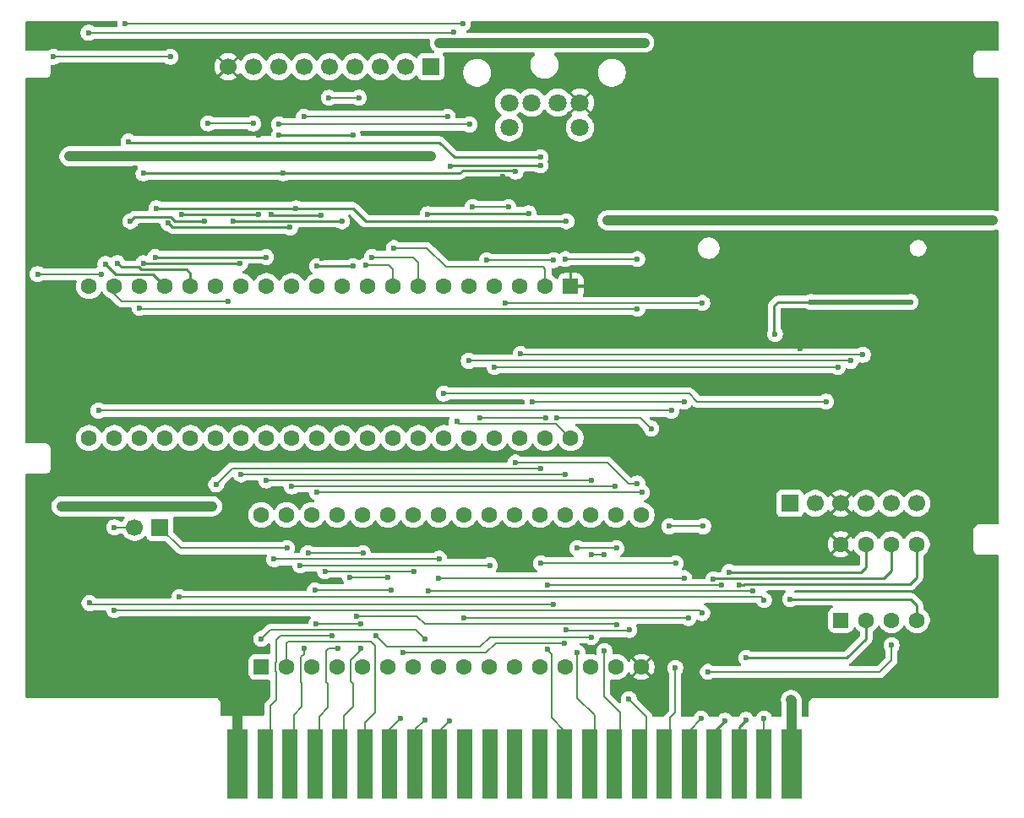
<source format=gbr>
%TF.GenerationSoftware,KiCad,Pcbnew,9.0.1*%
%TF.CreationDate,2025-04-09T19:32:53+02:00*%
%TF.ProjectId,SuperCPM65,53757065-7243-4504-9d36-352e6b696361,rev?*%
%TF.SameCoordinates,Original*%
%TF.FileFunction,Copper,L2,Bot*%
%TF.FilePolarity,Positive*%
%FSLAX46Y46*%
G04 Gerber Fmt 4.6, Leading zero omitted, Abs format (unit mm)*
G04 Created by KiCad (PCBNEW 9.0.1) date 2025-04-09 19:32:53*
%MOMM*%
%LPD*%
G01*
G04 APERTURE LIST*
G04 Aperture macros list*
%AMRoundRect*
0 Rectangle with rounded corners*
0 $1 Rounding radius*
0 $2 $3 $4 $5 $6 $7 $8 $9 X,Y pos of 4 corners*
0 Add a 4 corners polygon primitive as box body*
4,1,4,$2,$3,$4,$5,$6,$7,$8,$9,$2,$3,0*
0 Add four circle primitives for the rounded corners*
1,1,$1+$1,$2,$3*
1,1,$1+$1,$4,$5*
1,1,$1+$1,$6,$7*
1,1,$1+$1,$8,$9*
0 Add four rect primitives between the rounded corners*
20,1,$1+$1,$2,$3,$4,$5,0*
20,1,$1+$1,$4,$5,$6,$7,0*
20,1,$1+$1,$6,$7,$8,$9,0*
20,1,$1+$1,$8,$9,$2,$3,0*%
G04 Aperture macros list end*
%TA.AperFunction,ComponentPad*%
%ADD10RoundRect,0.250000X-0.550000X0.550000X-0.550000X-0.550000X0.550000X-0.550000X0.550000X0.550000X0*%
%TD*%
%TA.AperFunction,ComponentPad*%
%ADD11C,1.600000*%
%TD*%
%TA.AperFunction,ComponentPad*%
%ADD12R,1.700000X1.700000*%
%TD*%
%TA.AperFunction,ComponentPad*%
%ADD13C,1.700000*%
%TD*%
%TA.AperFunction,ComponentPad*%
%ADD14C,1.800000*%
%TD*%
%TA.AperFunction,ComponentPad*%
%ADD15RoundRect,0.250000X0.550000X-0.550000X0.550000X0.550000X-0.550000X0.550000X-0.550000X-0.550000X0*%
%TD*%
%TA.AperFunction,ConnectorPad*%
%ADD16R,1.998980X7.000240*%
%TD*%
%TA.AperFunction,ConnectorPad*%
%ADD17R,1.501140X7.000240*%
%TD*%
%TA.AperFunction,ViaPad*%
%ADD18C,0.600000*%
%TD*%
%TA.AperFunction,Conductor*%
%ADD19C,1.000000*%
%TD*%
%TA.AperFunction,Conductor*%
%ADD20C,0.250000*%
%TD*%
%TA.AperFunction,Conductor*%
%ADD21C,0.500000*%
%TD*%
%TA.AperFunction,Conductor*%
%ADD22C,0.200000*%
%TD*%
G04 APERTURE END LIST*
D10*
%TO.P,U4,1,VSS*%
%TO.N,GND*%
X119120000Y-69100000D03*
D11*
%TO.P,U4,2,PA0*%
%TO.N,/PA0*%
X116580000Y-69100000D03*
%TO.P,U4,3,PA1*%
%TO.N,/MISO*%
X114040000Y-69100000D03*
%TO.P,U4,4,PA2*%
%TO.N,/MOSI*%
X111500000Y-69100000D03*
%TO.P,U4,5,PA3*%
%TO.N,/SCK*%
X108960000Y-69100000D03*
%TO.P,U4,6,PA4*%
%TO.N,/SPI_CS*%
X106420000Y-69100000D03*
%TO.P,U4,7,PA5*%
%TO.N,/PA5*%
X103880000Y-69100000D03*
%TO.P,U4,8,PA6*%
%TO.N,/PA6*%
X101340000Y-69100000D03*
%TO.P,U4,9,PA7*%
%TO.N,/PA7*%
X98800000Y-69100000D03*
%TO.P,U4,10,PB0*%
%TO.N,Net-(U4-PB0)*%
X96260000Y-69100000D03*
%TO.P,U4,11,PB1*%
%TO.N,Net-(U4-PB1)*%
X93720000Y-69100000D03*
%TO.P,U4,12,PB2*%
%TO.N,Net-(U4-PB2)*%
X91180000Y-69100000D03*
%TO.P,U4,13,PB3*%
%TO.N,Net-(U4-PB3)*%
X88640000Y-69100000D03*
%TO.P,U4,14,PB4*%
%TO.N,Net-(U4-PB4)*%
X86100000Y-69100000D03*
%TO.P,U4,15,PB5*%
%TO.N,Net-(U4-PB5)*%
X83560000Y-69100000D03*
%TO.P,U4,16,PB6*%
%TO.N,Net-(U4-PB6)*%
X81020000Y-69100000D03*
%TO.P,U4,17,PB7*%
%TO.N,Net-(U4-PB7)*%
X78480000Y-69100000D03*
%TO.P,U4,18,CB1*%
%TO.N,Net-(U4-CB1)*%
X75940000Y-69100000D03*
%TO.P,U4,19,CB2*%
%TO.N,/CB2*%
X73400000Y-69100000D03*
%TO.P,U4,20,VCC*%
%TO.N,+5V*%
X70860000Y-69100000D03*
%TO.P,U4,21,~{IRQ}*%
%TO.N,Net-(D9-K)*%
X70860000Y-84340000D03*
%TO.P,U4,22,R/~{W}*%
%TO.N,~{WR}*%
X73400000Y-84340000D03*
%TO.P,U4,23,~{CS2}*%
%TO.N,~{CE_VIA}*%
X75940000Y-84340000D03*
%TO.P,U4,24,CS1*%
%TO.N,+5V*%
X78480000Y-84340000D03*
%TO.P,U4,25,\u03D52*%
%TO.N,CLK*%
X81020000Y-84340000D03*
%TO.P,U4,26,D7*%
%TO.N,/D7*%
X83560000Y-84340000D03*
%TO.P,U4,27,D6*%
%TO.N,/D6*%
X86100000Y-84340000D03*
%TO.P,U4,28,D5*%
%TO.N,/D5*%
X88640000Y-84340000D03*
%TO.P,U4,29,D4*%
%TO.N,/D4*%
X91180000Y-84340000D03*
%TO.P,U4,30,D3*%
%TO.N,/D3*%
X93720000Y-84340000D03*
%TO.P,U4,31,D2*%
%TO.N,/D2*%
X96260000Y-84340000D03*
%TO.P,U4,32,D1*%
%TO.N,/D1*%
X98800000Y-84340000D03*
%TO.P,U4,33,D0*%
%TO.N,/D0*%
X101340000Y-84340000D03*
%TO.P,U4,34,~{RES}*%
%TO.N,~{RES}*%
X103880000Y-84340000D03*
%TO.P,U4,35,RS3*%
%TO.N,/A3*%
X106420000Y-84340000D03*
%TO.P,U4,36,RS2*%
%TO.N,/A2*%
X108960000Y-84340000D03*
%TO.P,U4,37,RS1*%
%TO.N,/A1*%
X111500000Y-84340000D03*
%TO.P,U4,38,RS0*%
%TO.N,/A0*%
X114040000Y-84340000D03*
%TO.P,U4,39,CA2*%
%TO.N,/CA2*%
X116580000Y-84340000D03*
%TO.P,U4,40,CA1*%
%TO.N,/CA1*%
X119120000Y-84340000D03*
%TD*%
D12*
%TO.P,J2,1,Pin_1*%
%TO.N,/~{MCLR}{slash}VPP*%
X141100000Y-90900000D03*
D13*
%TO.P,J2,2,Pin_2*%
%TO.N,+5V*%
X143640000Y-90900000D03*
%TO.P,J2,3,Pin_3*%
%TO.N,GND*%
X146180000Y-90900000D03*
%TO.P,J2,4,Pin_4*%
%TO.N,CIC_IN*%
X148720000Y-90900000D03*
%TO.P,J2,5,Pin_5*%
%TO.N,CIC_OUT*%
X151260000Y-90900000D03*
%TO.P,J2,6,Pin_6*%
%TO.N,unconnected-(J2-Pin_6-Pad6)*%
X153800000Y-90900000D03*
%TD*%
D12*
%TO.P,J3,1,Pin_1*%
%TO.N,+5V*%
X105100000Y-47100000D03*
D13*
%TO.P,J3,2,Pin_2*%
%TO.N,/PA0*%
X102560000Y-47100000D03*
%TO.P,J3,3,Pin_3*%
%TO.N,/PA5*%
X100020000Y-47100000D03*
%TO.P,J3,4,Pin_4*%
%TO.N,/PA6*%
X97480000Y-47100000D03*
%TO.P,J3,5,Pin_5*%
%TO.N,/PA7*%
X94940000Y-47100000D03*
%TO.P,J3,6,Pin_6*%
%TO.N,/CA1*%
X92400000Y-47100000D03*
%TO.P,J3,7,Pin_7*%
%TO.N,/CA2*%
X89860000Y-47100000D03*
%TO.P,J3,8,Pin_8*%
%TO.N,/CB2*%
X87320000Y-47100000D03*
%TO.P,J3,9,Pin_9*%
%TO.N,GND*%
X84780000Y-47100000D03*
%TD*%
D14*
%TO.P,J5,1*%
%TO.N,/KB_DATA*%
X117800000Y-50700000D03*
%TO.P,J5,2*%
%TO.N,unconnected-(J5-Pad2)*%
X115200000Y-50700000D03*
%TO.P,J5,3*%
%TO.N,GND*%
X120050000Y-50700000D03*
%TO.P,J5,4*%
%TO.N,+5V*%
X112950000Y-50700000D03*
%TO.P,J5,5*%
%TO.N,/KB_CLK*%
X120050000Y-53200000D03*
%TO.P,J5,6*%
%TO.N,unconnected-(J5-Pad6)*%
X112950000Y-53200000D03*
%TD*%
D15*
%TO.P,U2,1,VDD*%
%TO.N,+5V*%
X146190000Y-102605000D03*
D11*
%TO.P,U2,2,GP5*%
%TO.N,CIC_CLK*%
X148730000Y-102605000D03*
%TO.P,U2,3,GP4*%
%TO.N,Net-(D7-A)*%
X151270000Y-102605000D03*
%TO.P,U2,4,GP3*%
%TO.N,/~{MCLR}{slash}VPP*%
X153810000Y-102605000D03*
%TO.P,U2,5,GP2*%
%TO.N,CIC_RST*%
X153810000Y-94985000D03*
%TO.P,U2,6,GP1*%
%TO.N,CIC_OUT*%
X151270000Y-94985000D03*
%TO.P,U2,7,GP0*%
%TO.N,CIC_IN*%
X148730000Y-94985000D03*
%TO.P,U2,8,VSS*%
%TO.N,GND*%
X146190000Y-94985000D03*
%TD*%
D12*
%TO.P,J1,1,Pin_1*%
%TO.N,Net-(J1-Pin_1)*%
X77975000Y-93300000D03*
D13*
%TO.P,J1,2,Pin_2*%
%TO.N,~{WR}*%
X75435000Y-93300000D03*
%TD*%
D16*
%TO.P,CON1,36,GND*%
%TO.N,GND*%
X85750520Y-117000000D03*
D17*
%TO.P,CON1,37,A12*%
%TO.N,/A12*%
X88498800Y-117000000D03*
%TO.P,CON1,38,A13*%
%TO.N,/A13*%
X91000700Y-117000000D03*
%TO.P,CON1,39,A14*%
%TO.N,/A14*%
X93500060Y-117000000D03*
%TO.P,CON1,40,A15*%
%TO.N,/A15*%
X95999420Y-117000000D03*
%TO.P,CON1,41,BA0*%
%TO.N,/BA0*%
X98498780Y-117000000D03*
%TO.P,CON1,42,BA1*%
%TO.N,/BA1*%
X101000680Y-117000000D03*
%TO.P,CON1,43,BA2*%
%TO.N,/BA2*%
X103500040Y-117000000D03*
%TO.P,CON1,44,BA3*%
%TO.N,/BA3*%
X105999400Y-117000000D03*
%TO.P,CON1,45,BA4*%
%TO.N,unconnected-(CON1-BA4-Pad45)*%
X108498760Y-117000000D03*
%TO.P,CON1,46,BA5*%
%TO.N,unconnected-(CON1-BA5-Pad46)*%
X111000660Y-117000000D03*
%TO.P,CON1,47,BA6*%
%TO.N,unconnected-(CON1-BA6-Pad47)*%
X113500020Y-117000000D03*
%TO.P,CON1,48,BA7*%
%TO.N,unconnected-(CON1-BA7-Pad48)*%
X115999380Y-117000000D03*
%TO.P,CON1,49,~{CE}*%
%TO.N,~{CART}*%
X118501280Y-117000000D03*
%TO.P,CON1,50,D4*%
%TO.N,/D4*%
X121000640Y-117000000D03*
%TO.P,CON1,51,D5*%
%TO.N,/D5*%
X123500000Y-117000000D03*
%TO.P,CON1,52,D6*%
%TO.N,/D6*%
X125999360Y-117000000D03*
%TO.P,CON1,53,D7*%
%TO.N,/D7*%
X128501260Y-117000000D03*
%TO.P,CON1,54,~{WR}*%
%TO.N,~{WR}*%
X131000620Y-117000000D03*
%TO.P,CON1,55,CIC_IN*%
%TO.N,CIC_IN*%
X133499980Y-117000000D03*
%TO.P,CON1,56,CIC_CLK*%
%TO.N,CIC_CLK*%
X135999340Y-117000000D03*
%TO.P,CON1,57,CPU_CLK*%
%TO.N,CLK*%
X138501240Y-117000000D03*
D16*
%TO.P,CON1,58,Vcc*%
%TO.N,+5V*%
X141249520Y-117000000D03*
%TD*%
D15*
%TO.P,U3,1,NC*%
%TO.N,/BA2*%
X88120000Y-107300000D03*
D11*
%TO.P,U3,2,A16*%
%TO.N,/BA0*%
X90660000Y-107300000D03*
%TO.P,U3,3,A15*%
%TO.N,/A15*%
X93200000Y-107300000D03*
%TO.P,U3,4,A12*%
%TO.N,/A12*%
X95740000Y-107300000D03*
%TO.P,U3,5,A7*%
%TO.N,/A7*%
X98280000Y-107300000D03*
%TO.P,U3,6,A6*%
%TO.N,/A6*%
X100820000Y-107300000D03*
%TO.P,U3,7,A5*%
%TO.N,/A5*%
X103360000Y-107300000D03*
%TO.P,U3,8,A4*%
%TO.N,/A4*%
X105900000Y-107300000D03*
%TO.P,U3,9,A3*%
%TO.N,/A3*%
X108440000Y-107300000D03*
%TO.P,U3,10,A2*%
%TO.N,/A2*%
X110980000Y-107300000D03*
%TO.P,U3,11,A1*%
%TO.N,/A1*%
X113520000Y-107300000D03*
%TO.P,U3,12,A0*%
%TO.N,/A0*%
X116060000Y-107300000D03*
%TO.P,U3,13,D0*%
%TO.N,/D0*%
X118600000Y-107300000D03*
%TO.P,U3,14,D1*%
%TO.N,/D1*%
X121140000Y-107300000D03*
%TO.P,U3,15,D2*%
%TO.N,/D2*%
X123680000Y-107300000D03*
%TO.P,U3,16,GND*%
%TO.N,GND*%
X126220000Y-107300000D03*
%TO.P,U3,17,D3*%
%TO.N,/D3*%
X126220000Y-92060000D03*
%TO.P,U3,18,D4*%
%TO.N,/D4*%
X123680000Y-92060000D03*
%TO.P,U3,19,D5*%
%TO.N,/D5*%
X121140000Y-92060000D03*
%TO.P,U3,20,D6*%
%TO.N,/D6*%
X118600000Y-92060000D03*
%TO.P,U3,21,D7*%
%TO.N,/D7*%
X116060000Y-92060000D03*
%TO.P,U3,22,CE*%
%TO.N,~{CE_ROM}*%
X113520000Y-92060000D03*
%TO.P,U3,23,A10*%
%TO.N,/A10*%
X110980000Y-92060000D03*
%TO.P,U3,24,OE*%
%TO.N,~{RD}*%
X108440000Y-92060000D03*
%TO.P,U3,25,A11*%
%TO.N,/A11*%
X105900000Y-92060000D03*
%TO.P,U3,26,A9*%
%TO.N,/A9*%
X103360000Y-92060000D03*
%TO.P,U3,27,A8*%
%TO.N,/A8*%
X100820000Y-92060000D03*
%TO.P,U3,28,A13*%
%TO.N,/A13*%
X98280000Y-92060000D03*
%TO.P,U3,29,A14*%
%TO.N,/A14*%
X95740000Y-92060000D03*
%TO.P,U3,30,NC*%
%TO.N,/BA1*%
X93200000Y-92060000D03*
%TO.P,U3,31,PGM*%
%TO.N,Net-(J1-Pin_1)*%
X90660000Y-92060000D03*
%TO.P,U3,32,VCC*%
%TO.N,+5V*%
X88120000Y-92060000D03*
%TD*%
D18*
%TO.N,GND*%
X158000000Y-66100000D03*
X160800000Y-52400000D03*
X94200000Y-66300000D03*
X65400000Y-43000000D03*
X80700000Y-76700000D03*
X94100000Y-61975000D03*
X161000000Y-102800000D03*
X87800000Y-54000000D03*
X153200000Y-77100000D03*
X141600000Y-85600000D03*
X65400000Y-44400000D03*
X73000000Y-80100000D03*
X75500000Y-57300000D03*
X160800000Y-54000000D03*
X142100000Y-75400000D03*
X106500000Y-50200000D03*
X81500000Y-64600000D03*
X157700000Y-78200000D03*
X100300000Y-60100000D03*
X81000000Y-109400000D03*
X83200000Y-109400000D03*
X131000000Y-63800000D03*
X148100000Y-66300000D03*
X140600000Y-66200000D03*
X84300000Y-109400000D03*
X140200000Y-85600000D03*
X139500000Y-102600000D03*
X89100000Y-61925000D03*
X160300000Y-83300000D03*
X73200000Y-54300000D03*
X137200000Y-85600000D03*
X132300000Y-91600000D03*
X84100000Y-76700000D03*
X126700000Y-64800000D03*
X138700000Y-85600000D03*
X83300000Y-97200000D03*
X160800000Y-50900000D03*
X160200000Y-73800000D03*
X112300000Y-58100000D03*
X66900000Y-73000000D03*
X65300000Y-59400000D03*
X149700000Y-85500000D03*
X79900000Y-109400000D03*
X125800000Y-94700000D03*
X82100000Y-109400000D03*
X103700000Y-50200000D03*
X78900000Y-109400000D03*
X160800000Y-55500000D03*
X161000000Y-105100000D03*
X161000000Y-101100000D03*
X82400000Y-76700000D03*
X161000000Y-99500000D03*
%TO.N,+3.3V*%
X139600000Y-73900000D03*
X143200000Y-70700000D03*
X153200000Y-70700000D03*
%TO.N,+5V*%
X78800000Y-56100000D03*
X106000000Y-44700000D03*
X105100000Y-56100000D03*
X126500000Y-44700000D03*
X68100000Y-91200000D03*
X83300000Y-56100000D03*
X161400000Y-62500000D03*
X141200000Y-110600000D03*
X74900000Y-91200000D03*
X92900000Y-56100000D03*
X112900000Y-44700000D03*
X68900000Y-56100000D03*
X122800000Y-62500000D03*
X83200000Y-91200000D03*
%TO.N,Net-(D8-K)*%
X104800000Y-61900000D03*
X114900000Y-61800000D03*
%TO.N,/BA1*%
X93500000Y-99600000D03*
X101100000Y-99600000D03*
X102100000Y-112500000D03*
%TO.N,/A9*%
X94500000Y-97700000D03*
X103400000Y-97700000D03*
%TO.N,CIC_IN*%
X134600000Y-112700000D03*
X135000000Y-97775000D03*
%TO.N,/A13*%
X92800000Y-95900000D03*
X98300000Y-95900000D03*
X92400000Y-105400000D03*
%TO.N,/BA2*%
X104500000Y-104500000D03*
X104500000Y-112600000D03*
X88100000Y-104500000D03*
%TO.N,/D6*%
X124950000Y-110550000D03*
X125000000Y-103600000D03*
X86100000Y-88000000D03*
X118600000Y-88000000D03*
X118630000Y-103600000D03*
%TO.N,CLK*%
X79900000Y-100300000D03*
X138500000Y-100600000D03*
X138500000Y-112500000D03*
%TO.N,/A8*%
X97000000Y-98300000D03*
X100800000Y-98300000D03*
%TO.N,~{CART}*%
X116800000Y-99100000D03*
X116800000Y-105500000D03*
X134200000Y-99100000D03*
%TO.N,/A12*%
X95170000Y-104200000D03*
%TO.N,/D3*%
X93720000Y-89800000D03*
X126251537Y-89800000D03*
%TO.N,/D4*%
X123700000Y-95400000D03*
X123600000Y-89200000D03*
X91180000Y-89200000D03*
X119800000Y-95400000D03*
X119800000Y-105900000D03*
%TO.N,/A15*%
X93600000Y-103000000D03*
X98100000Y-105424260D03*
X98100000Y-103000000D03*
%TO.N,/BA3*%
X115300000Y-80700000D03*
X130500000Y-98400000D03*
X130500000Y-80700000D03*
X107000000Y-112700000D03*
X105900000Y-98400000D03*
%TO.N,/A11*%
X89400000Y-96500000D03*
X105950000Y-96450000D03*
%TO.N,/D0*%
X102289000Y-105900000D03*
X118500000Y-104900000D03*
%TO.N,/A10*%
X111000000Y-97100000D03*
X92000000Y-97100000D03*
%TO.N,/D2*%
X123700000Y-103100000D03*
X97700000Y-102200000D03*
%TO.N,CIC_CLK*%
X136700000Y-112600000D03*
X136700000Y-106400000D03*
%TO.N,/D5*%
X122500000Y-96000000D03*
X121170000Y-88600000D03*
X121200000Y-96000000D03*
X88640000Y-88600000D03*
X122500000Y-105700000D03*
%TO.N,/D1*%
X121200000Y-104300000D03*
X99600000Y-104200000D03*
%TO.N,~{WR}*%
X132300000Y-101900000D03*
X132200000Y-112500000D03*
X73400000Y-101600000D03*
X73400000Y-93300000D03*
%TO.N,~{IRQ}*%
X117400000Y-101000000D03*
X70900000Y-100900000D03*
%TO.N,/D7*%
X129600000Y-107400000D03*
X116150000Y-96900000D03*
X116100000Y-87400000D03*
X83600000Y-89000000D03*
X129650000Y-96900000D03*
%TO.N,~{RES}*%
X104900000Y-99700000D03*
X137400000Y-99700000D03*
%TO.N,~{RD}*%
X108400000Y-102400000D03*
X130900000Y-102400000D03*
%TO.N,/A14*%
X95770000Y-105400000D03*
%TO.N,/CA2*%
X116600000Y-82300000D03*
X89900000Y-52900000D03*
X109000000Y-52900000D03*
X110000000Y-82300000D03*
%TO.N,Net-(D4-A)*%
X112600000Y-70800000D03*
X132300000Y-70800000D03*
%TO.N,Net-(D5-A)*%
X112900000Y-61175000D03*
X107400000Y-43600000D03*
X109300000Y-61175000D03*
X70800000Y-43700000D03*
%TO.N,~{CE_ROM}*%
X127200000Y-83400000D03*
X113600000Y-86800000D03*
X125800000Y-88900000D03*
X117700000Y-82300000D03*
%TO.N,~{CE_VIA}*%
X125800000Y-66400000D03*
X75900000Y-71300000D03*
X118600000Y-66400000D03*
X125800000Y-71400000D03*
%TO.N,Net-(D6-A)*%
X110700000Y-66500000D03*
X108300000Y-42798880D03*
X74500000Y-42800000D03*
X117400000Y-66500000D03*
%TO.N,Net-(D7-A)*%
X132400000Y-93200000D03*
X151270000Y-105100000D03*
X79000000Y-46100000D03*
X71800000Y-81600000D03*
X72100000Y-67900000D03*
X65700000Y-67900000D03*
X67299860Y-46100000D03*
X129000000Y-93200000D03*
X129200000Y-81600000D03*
X132874980Y-107800000D03*
%TO.N,Net-(D8-A)*%
X116100000Y-57000003D03*
X107100000Y-57100000D03*
%TO.N,/MOSI*%
X111500000Y-77200000D03*
X145900000Y-77200000D03*
%TO.N,/SPI_CS*%
X144700000Y-80700000D03*
X106400000Y-79900000D03*
%TO.N,/SCK*%
X147200000Y-76600000D03*
X108900000Y-76600000D03*
%TO.N,Net-(J1-Pin_1)*%
X90700000Y-95400000D03*
%TO.N,/MISO*%
X114100000Y-75900000D03*
X148400000Y-76000000D03*
%TO.N,/PA0*%
X101400000Y-65300000D03*
%TO.N,/PA5*%
X99200000Y-66200000D03*
%TO.N,/PA6*%
X98600000Y-67000000D03*
%TO.N,/PA7*%
X94900000Y-50200000D03*
X97900000Y-50200000D03*
%TO.N,Net-(U4-CB1)*%
X76300000Y-57800000D03*
X113600000Y-57625003D03*
X90300000Y-57800000D03*
%TO.N,/CB2*%
X84800000Y-70600000D03*
X82800000Y-52800000D03*
X87300000Y-52800000D03*
%TO.N,Net-(U4-PB3)*%
X88600000Y-66200000D03*
X77500000Y-66200000D03*
%TO.N,/CA1*%
X107700000Y-82700000D03*
X106800000Y-52100000D03*
X92400000Y-52100000D03*
%TO.N,Net-(U4-PB5)*%
X82400000Y-62600000D03*
X75000000Y-62600000D03*
%TO.N,Net-(U4-PB0)*%
X85300000Y-62600000D03*
X96200000Y-62600000D03*
%TO.N,Net-(U4-PB6)*%
X73700000Y-66800000D03*
%TO.N,Net-(U5-SRCLK)*%
X77600000Y-61300000D03*
X118700000Y-62600000D03*
X91600000Y-61300000D03*
%TO.N,Net-(U4-PB1)*%
X89900000Y-54000000D03*
X97300000Y-54000000D03*
X93700000Y-67100000D03*
X97300000Y-67100000D03*
%TO.N,Net-(U4-PB4)*%
X86000000Y-66825000D03*
X76300000Y-66800000D03*
%TO.N,/KB_DATA*%
X74800000Y-54600000D03*
X116100000Y-56200000D03*
%TO.N,Net-(U5-QH')*%
X80100000Y-61925000D03*
X87800000Y-61925000D03*
%TO.N,Net-(U4-PB2)*%
X78800000Y-62800000D03*
X91000000Y-63225000D03*
%TO.N,Net-(U4-PB7)*%
X72500000Y-66900000D03*
%TO.N,CIC_RST*%
X135999340Y-99100000D03*
%TO.N,/~{MCLR}{slash}VPP*%
X141100000Y-100500000D03*
%TO.N,CIC_OUT*%
X133430777Y-98500000D03*
%TD*%
D19*
%TO.N,GND*%
X85750520Y-117000000D02*
X85700000Y-116949480D01*
D20*
X89150000Y-61975000D02*
X89100000Y-61925000D01*
D19*
X85700000Y-116949480D02*
X85700000Y-110800000D01*
D20*
X94100000Y-61975000D02*
X89150000Y-61975000D01*
D19*
X85700000Y-110800000D02*
X84300000Y-109400000D01*
D20*
%TO.N,+3.3V*%
X139500000Y-71100000D02*
X139900000Y-70700000D01*
X139500000Y-73800000D02*
X139500000Y-71100000D01*
X139900000Y-70700000D02*
X143200000Y-70700000D01*
X139600000Y-73900000D02*
X139500000Y-73800000D01*
D21*
X153200000Y-70700000D02*
X143200000Y-70700000D01*
D19*
%TO.N,+5V*%
X68100000Y-91200000D02*
X74900000Y-91200000D01*
X141249520Y-110649520D02*
X141200000Y-110600000D01*
X141249520Y-117000000D02*
X141249520Y-110649520D01*
X92900000Y-56100000D02*
X78800000Y-56100000D01*
X74900000Y-91200000D02*
X83200000Y-91200000D01*
X122800000Y-62500000D02*
X161400000Y-62500000D01*
X78800000Y-56100000D02*
X68900000Y-56100000D01*
X105100000Y-56100000D02*
X92900000Y-56100000D01*
X112900000Y-44700000D02*
X106000000Y-44700000D01*
X126500000Y-44700000D02*
X112900000Y-44700000D01*
D20*
%TO.N,Net-(D8-K)*%
X114900000Y-61800000D02*
X104900000Y-61800000D01*
X104900000Y-61800000D02*
X104800000Y-61900000D01*
D22*
%TO.N,/BA1*%
X101000680Y-113599320D02*
X102100000Y-112500000D01*
X101000680Y-117000000D02*
X101000680Y-113599320D01*
X101100000Y-99600000D02*
X93500000Y-99600000D01*
%TO.N,/A9*%
X94500000Y-97700000D02*
X103400000Y-97700000D01*
D20*
%TO.N,CIC_IN*%
X148225000Y-97775000D02*
X148730000Y-97270000D01*
X133499980Y-117000000D02*
X133499980Y-113800020D01*
X133499980Y-113800020D02*
X134600000Y-112700000D01*
X148730000Y-97270000D02*
X148730000Y-94985000D01*
X135000000Y-97775000D02*
X148225000Y-97775000D01*
D22*
%TO.N,/A13*%
X92100000Y-106300000D02*
X92100000Y-108847050D01*
X91400000Y-112100000D02*
X91400000Y-113900000D01*
X92100000Y-108847050D02*
X92200000Y-108947050D01*
X92400000Y-105400000D02*
X92400000Y-106000000D01*
X92800000Y-95900000D02*
X98300000Y-95900000D01*
X92400000Y-106000000D02*
X92100000Y-106300000D01*
X92200000Y-111300000D02*
X91400000Y-112100000D01*
X92200000Y-108947050D02*
X92200000Y-111300000D01*
X91000700Y-114299300D02*
X91000700Y-117000000D01*
X91400000Y-113900000D02*
X91000700Y-114299300D01*
%TO.N,/BA2*%
X104500000Y-104500000D02*
X103600000Y-103600000D01*
X103500040Y-113599960D02*
X104500000Y-112600000D01*
X89000000Y-103600000D02*
X88100000Y-104500000D01*
X103500040Y-117000000D02*
X103500040Y-113599960D01*
X103600000Y-103600000D02*
X89000000Y-103600000D01*
%TO.N,/D6*%
X126700000Y-116299360D02*
X126700000Y-112300000D01*
X125999360Y-117000000D02*
X126700000Y-116299360D01*
X124950000Y-110550000D02*
X126700000Y-112300000D01*
X125000000Y-103600000D02*
X124900000Y-103700000D01*
X124900000Y-103700000D02*
X118730000Y-103700000D01*
X118730000Y-103700000D02*
X118630000Y-103600000D01*
X86100000Y-88000000D02*
X118600000Y-88000000D01*
%TO.N,CLK*%
X138500000Y-100600000D02*
X138200000Y-100300000D01*
X138501240Y-112698760D02*
X138501240Y-117000000D01*
X138500000Y-112500000D02*
X138500000Y-112697520D01*
X138200000Y-100300000D02*
X79900000Y-100300000D01*
X138500000Y-112697520D02*
X138501240Y-112698760D01*
%TO.N,/A8*%
X97000000Y-98300000D02*
X100800000Y-98300000D01*
%TO.N,~{CART}*%
X117191000Y-112391000D02*
X118501280Y-113701280D01*
X116800000Y-105500000D02*
X116800000Y-105600000D01*
X117191000Y-105991000D02*
X117191000Y-112391000D01*
X118501280Y-113701280D02*
X118501280Y-117000000D01*
X116800000Y-99100000D02*
X134200000Y-99100000D01*
X116800000Y-105600000D02*
X117191000Y-105991000D01*
%TO.N,/A12*%
X89559000Y-107756050D02*
X89589000Y-107786050D01*
X89589000Y-106813950D02*
X89559000Y-106843950D01*
X95170000Y-104200000D02*
X90000000Y-104200000D01*
X89589000Y-104611000D02*
X89589000Y-106813950D01*
X89589000Y-107786050D02*
X89589000Y-110589000D01*
X89000000Y-116498800D02*
X88498800Y-117000000D01*
X89589000Y-110589000D02*
X89600000Y-110600000D01*
X89000000Y-111200000D02*
X89000000Y-116498800D01*
X89559000Y-106843950D02*
X89559000Y-107756050D01*
X90000000Y-104200000D02*
X89589000Y-104611000D01*
X89600000Y-110600000D02*
X89000000Y-111200000D01*
%TO.N,/D3*%
X126251537Y-89800000D02*
X93720000Y-89800000D01*
%TO.N,/D4*%
X119800000Y-110400000D02*
X121500000Y-112100000D01*
X121500000Y-116500640D02*
X121000640Y-117000000D01*
X121500000Y-112100000D02*
X121500000Y-116500640D01*
X119800000Y-95400000D02*
X123700000Y-95400000D01*
X119800000Y-105900000D02*
X119800000Y-110400000D01*
X123600000Y-89200000D02*
X91180000Y-89200000D01*
%TO.N,/A15*%
X98100000Y-103000000D02*
X93600000Y-103000000D01*
X97100000Y-108767050D02*
X97300000Y-108967050D01*
X96400000Y-116599420D02*
X95999420Y-117000000D01*
X97300000Y-111300000D02*
X96400000Y-112200000D01*
X97300000Y-108967050D02*
X97300000Y-111300000D01*
X98100000Y-105424260D02*
X98100000Y-105600000D01*
X96400000Y-112200000D02*
X96400000Y-116599420D01*
X97100000Y-106600000D02*
X97100000Y-108767050D01*
X98100000Y-105600000D02*
X97100000Y-106600000D01*
%TO.N,/BA3*%
X105999400Y-113700600D02*
X107000000Y-112700000D01*
X115300000Y-80700000D02*
X130500000Y-80700000D01*
X105999400Y-117000000D02*
X105999400Y-113700600D01*
X105900000Y-98400000D02*
X130500000Y-98400000D01*
%TO.N,/A11*%
X89400000Y-96500000D02*
X105900000Y-96500000D01*
X105900000Y-96500000D02*
X105950000Y-96450000D01*
%TO.N,/D0*%
X110643826Y-105856174D02*
X111600000Y-104900000D01*
X102289000Y-105900000D02*
X102332826Y-105856174D01*
X102332826Y-105856174D02*
X110643826Y-105856174D01*
X111600000Y-104900000D02*
X118500000Y-104900000D01*
%TO.N,/A10*%
X92000000Y-97100000D02*
X111000000Y-97100000D01*
%TO.N,/D2*%
X104500000Y-103000000D02*
X123600000Y-103000000D01*
X97700000Y-102200000D02*
X103700000Y-102200000D01*
X103700000Y-102200000D02*
X104500000Y-103000000D01*
X123600000Y-103000000D02*
X123700000Y-103100000D01*
D20*
%TO.N,CIC_CLK*%
X135999340Y-117000000D02*
X135999340Y-113300660D01*
X148730000Y-104470000D02*
X148730000Y-102605000D01*
X146800000Y-106400000D02*
X148730000Y-104470000D01*
X136700000Y-106400000D02*
X146800000Y-106400000D01*
X135999340Y-113300660D02*
X136700000Y-112600000D01*
D22*
%TO.N,/D5*%
X123500000Y-114800000D02*
X123500000Y-117000000D01*
X122500000Y-110300000D02*
X124100000Y-111900000D01*
X124100000Y-114200000D02*
X123500000Y-114800000D01*
X124100000Y-111900000D02*
X124100000Y-114200000D01*
X121170000Y-88600000D02*
X88640000Y-88600000D01*
X122500000Y-96000000D02*
X121200000Y-96000000D01*
X122500000Y-105700000D02*
X122500000Y-110300000D01*
%TO.N,/D1*%
X111000000Y-104300000D02*
X110000000Y-105300000D01*
X110000000Y-105300000D02*
X100700000Y-105300000D01*
X121200000Y-104300000D02*
X111000000Y-104300000D01*
X100700000Y-105300000D02*
X99600000Y-104200000D01*
%TO.N,~{WR}*%
X131000620Y-113699380D02*
X132200000Y-112500000D01*
X131000620Y-117000000D02*
X131000620Y-113699380D01*
X132300000Y-101900000D02*
X132000000Y-101600000D01*
X132000000Y-101600000D02*
X73400000Y-101600000D01*
X75435000Y-93300000D02*
X73400000Y-93300000D01*
%TO.N,/BA0*%
X98498780Y-112901220D02*
X98498780Y-117000000D01*
X90660000Y-107300000D02*
X90660000Y-104940000D01*
X90800000Y-104800000D02*
X99100000Y-104800000D01*
X99500000Y-105200000D02*
X99500000Y-111900000D01*
X99500000Y-111900000D02*
X98498780Y-112901220D01*
X90660000Y-104940000D02*
X90800000Y-104800000D01*
X99100000Y-104800000D02*
X99500000Y-105200000D01*
%TO.N,~{IRQ}*%
X117400000Y-101000000D02*
X71000000Y-101000000D01*
X71000000Y-101000000D02*
X70900000Y-100900000D01*
%TO.N,/D7*%
X129600000Y-111900000D02*
X129100000Y-112400000D01*
X83600000Y-89000000D02*
X85200000Y-87400000D01*
X85200000Y-87400000D02*
X116100000Y-87400000D01*
X129600000Y-107400000D02*
X129600000Y-111900000D01*
X129650000Y-96900000D02*
X116150000Y-96900000D01*
X129100000Y-112400000D02*
X129100000Y-116401260D01*
X129100000Y-116401260D02*
X128501260Y-117000000D01*
%TO.N,~{RES}*%
X137400000Y-99700000D02*
X104900000Y-99700000D01*
%TO.N,~{RD}*%
X130900000Y-102400000D02*
X108400000Y-102400000D01*
%TO.N,/A14*%
X94600000Y-105700000D02*
X94600000Y-108807050D01*
X94800000Y-109007050D02*
X94800000Y-111381327D01*
X94600000Y-108807050D02*
X94800000Y-109007050D01*
X95770000Y-105400000D02*
X94900000Y-105400000D01*
X94800000Y-111381327D02*
X93900000Y-112281327D01*
X93900000Y-112281327D02*
X93900000Y-116600060D01*
X94900000Y-105400000D02*
X94600000Y-105700000D01*
X93900000Y-116600060D02*
X93500060Y-117000000D01*
%TO.N,/CA2*%
X109900000Y-82300000D02*
X110000000Y-82300000D01*
X109000000Y-52900000D02*
X89900000Y-52900000D01*
X116600000Y-82300000D02*
X109900000Y-82300000D01*
%TO.N,Net-(D4-A)*%
X132300000Y-70800000D02*
X112600000Y-70800000D01*
%TO.N,Net-(D5-A)*%
X112900000Y-61175000D02*
X109300000Y-61175000D01*
X107300000Y-43700000D02*
X107400000Y-43600000D01*
X70800000Y-43700000D02*
X107300000Y-43700000D01*
%TO.N,~{CE_ROM}*%
X124900000Y-88900000D02*
X125800000Y-88900000D01*
X122800000Y-86800000D02*
X124900000Y-88900000D01*
X113600000Y-86800000D02*
X122800000Y-86800000D01*
X117700000Y-82300000D02*
X126100000Y-82300000D01*
X126100000Y-82300000D02*
X127200000Y-83400000D01*
%TO.N,~{CE_VIA}*%
X125800000Y-71400000D02*
X76000000Y-71400000D01*
X76000000Y-71400000D02*
X75900000Y-71300000D01*
X118600000Y-66400000D02*
X125800000Y-66400000D01*
%TO.N,Net-(D6-A)*%
X117400000Y-66500000D02*
X110700000Y-66500000D01*
X108298880Y-42800000D02*
X108300000Y-42798880D01*
X74500000Y-42800000D02*
X108298880Y-42800000D01*
%TO.N,Net-(D7-A)*%
X150100000Y-107800000D02*
X132874980Y-107800000D01*
X132400000Y-93200000D02*
X129000000Y-93200000D01*
X151270000Y-105100000D02*
X151270000Y-106630000D01*
X67299860Y-46100000D02*
X79000000Y-46100000D01*
X72100000Y-67900000D02*
X65700000Y-67900000D01*
X151270000Y-106630000D02*
X150100000Y-107800000D01*
X129200000Y-81600000D02*
X71800000Y-81600000D01*
D20*
%TO.N,Net-(D8-A)*%
X107199997Y-57000003D02*
X116100000Y-57000003D01*
X107100000Y-57100000D02*
X107199997Y-57000003D01*
D22*
%TO.N,/MOSI*%
X145900000Y-77200000D02*
X111500000Y-77200000D01*
%TO.N,/SPI_CS*%
X131000000Y-79900000D02*
X106400000Y-79900000D01*
X144700000Y-80700000D02*
X131800000Y-80700000D01*
X131800000Y-80700000D02*
X131000000Y-79900000D01*
%TO.N,/SCK*%
X147200000Y-76600000D02*
X108900000Y-76600000D01*
%TO.N,Net-(J1-Pin_1)*%
X77975000Y-93300000D02*
X80075000Y-95400000D01*
X80075000Y-95400000D02*
X90700000Y-95400000D01*
%TO.N,/MISO*%
X114200000Y-76000000D02*
X114100000Y-75900000D01*
X148400000Y-76000000D02*
X114200000Y-76000000D01*
%TO.N,/PA0*%
X101400000Y-65300000D02*
X104700000Y-65300000D01*
X106600000Y-67200000D02*
X116400000Y-67200000D01*
X104700000Y-65300000D02*
X106600000Y-67200000D01*
X116400000Y-67200000D02*
X116580000Y-67380000D01*
X116580000Y-67380000D02*
X116580000Y-69100000D01*
%TO.N,/PA5*%
X99200000Y-66200000D02*
X103300000Y-66200000D01*
X103880000Y-66780000D02*
X103880000Y-69100000D01*
X103300000Y-66200000D02*
X103880000Y-66780000D01*
%TO.N,/PA6*%
X100900000Y-67000000D02*
X101340000Y-67440000D01*
X98600000Y-67000000D02*
X100900000Y-67000000D01*
X101340000Y-67440000D02*
X101340000Y-69100000D01*
%TO.N,/PA7*%
X94900000Y-50200000D02*
X97900000Y-50200000D01*
D20*
%TO.N,Net-(U4-CB1)*%
X113448997Y-57474000D02*
X108326000Y-57474000D01*
X108326000Y-57474000D02*
X108000000Y-57800000D01*
X113600000Y-57625003D02*
X113448997Y-57474000D01*
X76300000Y-57800000D02*
X90300000Y-57800000D01*
X108000000Y-57800000D02*
X90300000Y-57800000D01*
D22*
%TO.N,/CB2*%
X84800000Y-70600000D02*
X74100000Y-70600000D01*
X74100000Y-70600000D02*
X73400000Y-69900000D01*
X87300000Y-52800000D02*
X82800000Y-52800000D01*
X73400000Y-69900000D02*
X73400000Y-69100000D01*
D20*
%TO.N,Net-(U4-PB3)*%
X77500000Y-66200000D02*
X88600000Y-66200000D01*
D22*
%TO.N,/CA1*%
X92400000Y-52100000D02*
X106800000Y-52100000D01*
X117681000Y-82901000D02*
X119120000Y-84340000D01*
X107700000Y-82700000D02*
X107901000Y-82901000D01*
X107901000Y-82901000D02*
X117681000Y-82901000D01*
D20*
%TO.N,Net-(U4-PB5)*%
X79059298Y-62174000D02*
X79485298Y-62600000D01*
X79485298Y-62600000D02*
X82400000Y-62600000D01*
X75000000Y-62600000D02*
X75426000Y-62174000D01*
X75426000Y-62174000D02*
X79059298Y-62174000D01*
%TO.N,Net-(U4-PB0)*%
X85300000Y-62600000D02*
X96200000Y-62600000D01*
%TO.N,Net-(U4-PB6)*%
X80626000Y-67426000D02*
X81020000Y-67820000D01*
X75814702Y-67200000D02*
X76040702Y-67426000D01*
X74100000Y-67200000D02*
X75814702Y-67200000D01*
X76040702Y-67426000D02*
X80626000Y-67426000D01*
X73700000Y-66800000D02*
X74100000Y-67200000D01*
X81020000Y-67820000D02*
X81020000Y-69100000D01*
%TO.N,Net-(U5-SRCLK)*%
X77600000Y-61300000D02*
X91600000Y-61300000D01*
X91600000Y-61300000D02*
X97300000Y-61300000D01*
X98600000Y-62600000D02*
X118700000Y-62600000D01*
X97300000Y-61300000D02*
X98600000Y-62600000D01*
%TO.N,Net-(U4-PB1)*%
X89900000Y-54000000D02*
X97300000Y-54000000D01*
X97300000Y-67100000D02*
X93700000Y-67100000D01*
%TO.N,Net-(U4-PB4)*%
X76500000Y-66800000D02*
X76526000Y-66826000D01*
X76526000Y-66826000D02*
X85999000Y-66826000D01*
X85999000Y-66826000D02*
X86000000Y-66825000D01*
X76300000Y-66800000D02*
X76500000Y-66800000D01*
%TO.N,/KB_DATA*%
X74900000Y-54700000D02*
X74800000Y-54600000D01*
X106000000Y-54700000D02*
X74900000Y-54700000D01*
X107500000Y-56200000D02*
X106000000Y-54700000D01*
X116100000Y-56200000D02*
X107500000Y-56200000D01*
%TO.N,Net-(U5-QH')*%
X80100000Y-61925000D02*
X87800000Y-61925000D01*
%TO.N,Net-(U4-PB2)*%
X79226000Y-63226000D02*
X90999000Y-63226000D01*
X90999000Y-63226000D02*
X91000000Y-63225000D01*
X78800000Y-62800000D02*
X79226000Y-63226000D01*
%TO.N,Net-(U4-PB7)*%
X72500000Y-66900000D02*
X73500000Y-67900000D01*
X77280000Y-67900000D02*
X78480000Y-69100000D01*
X73500000Y-67900000D02*
X77280000Y-67900000D01*
%TO.N,CIC_RST*%
X153810000Y-98290000D02*
X153810000Y-94985000D01*
X153100000Y-99000000D02*
X153810000Y-98290000D01*
X136500000Y-99000000D02*
X153100000Y-99000000D01*
X136400000Y-99100000D02*
X136500000Y-99000000D01*
X135999340Y-99100000D02*
X136400000Y-99100000D01*
%TO.N,/~{MCLR}{slash}VPP*%
X141100000Y-100500000D02*
X153200000Y-100500000D01*
X153200000Y-100500000D02*
X153810000Y-101110000D01*
X153810000Y-101110000D02*
X153810000Y-102605000D01*
%TO.N,CIC_OUT*%
X133530777Y-98400000D02*
X150500000Y-98400000D01*
X150500000Y-98400000D02*
X151270000Y-97630000D01*
X133430777Y-98500000D02*
X133530777Y-98400000D01*
X151270000Y-97630000D02*
X151270000Y-94985000D01*
%TD*%
%TA.AperFunction,Conductor*%
%TO.N,GND*%
G36*
X73659559Y-42519065D02*
G01*
X73705314Y-42571869D01*
X73715258Y-42641027D01*
X73714137Y-42647572D01*
X73699500Y-42721155D01*
X73699500Y-42878846D01*
X73713914Y-42951309D01*
X73707687Y-43020900D01*
X73664824Y-43076078D01*
X73598934Y-43099322D01*
X73592297Y-43099500D01*
X71379766Y-43099500D01*
X71312727Y-43079815D01*
X71310875Y-43078602D01*
X71179185Y-42990609D01*
X71179172Y-42990602D01*
X71033501Y-42930264D01*
X71033489Y-42930261D01*
X70878845Y-42899500D01*
X70878842Y-42899500D01*
X70721158Y-42899500D01*
X70721155Y-42899500D01*
X70566510Y-42930261D01*
X70566498Y-42930264D01*
X70420827Y-42990602D01*
X70420814Y-42990609D01*
X70289711Y-43078210D01*
X70289707Y-43078213D01*
X70178213Y-43189707D01*
X70178210Y-43189711D01*
X70090609Y-43320814D01*
X70090602Y-43320827D01*
X70030264Y-43466498D01*
X70030261Y-43466510D01*
X69999500Y-43621153D01*
X69999500Y-43778846D01*
X70030261Y-43933489D01*
X70030264Y-43933501D01*
X70090602Y-44079172D01*
X70090609Y-44079185D01*
X70178210Y-44210288D01*
X70178213Y-44210292D01*
X70289707Y-44321786D01*
X70289711Y-44321789D01*
X70420814Y-44409390D01*
X70420827Y-44409397D01*
X70499894Y-44442147D01*
X70566503Y-44469737D01*
X70721153Y-44500499D01*
X70721156Y-44500500D01*
X70721158Y-44500500D01*
X70878844Y-44500500D01*
X70878845Y-44500499D01*
X71033497Y-44469737D01*
X71179179Y-44409394D01*
X71233663Y-44372989D01*
X71310875Y-44321398D01*
X71377553Y-44300520D01*
X71379766Y-44300500D01*
X104908270Y-44300500D01*
X104975309Y-44320185D01*
X105021064Y-44372989D01*
X105031008Y-44442147D01*
X105029887Y-44448691D01*
X104999500Y-44601454D01*
X104999500Y-44601459D01*
X104999500Y-44798541D01*
X104999500Y-44798543D01*
X104999499Y-44798543D01*
X105037947Y-44991829D01*
X105037950Y-44991839D01*
X105113364Y-45173907D01*
X105113371Y-45173920D01*
X105222860Y-45337781D01*
X105222863Y-45337785D01*
X105362214Y-45477136D01*
X105362218Y-45477139D01*
X105429952Y-45522398D01*
X105474757Y-45576010D01*
X105483464Y-45645335D01*
X105453309Y-45708363D01*
X105393866Y-45745082D01*
X105361061Y-45749500D01*
X104202129Y-45749500D01*
X104202123Y-45749501D01*
X104142516Y-45755908D01*
X104007671Y-45806202D01*
X104007664Y-45806206D01*
X103892455Y-45892452D01*
X103892452Y-45892455D01*
X103806206Y-46007664D01*
X103806203Y-46007669D01*
X103757189Y-46139083D01*
X103715317Y-46195016D01*
X103649853Y-46219433D01*
X103581580Y-46204581D01*
X103553326Y-46183430D01*
X103439786Y-46069890D01*
X103267820Y-45944951D01*
X103078414Y-45848444D01*
X103078413Y-45848443D01*
X103078412Y-45848443D01*
X102876243Y-45782754D01*
X102876241Y-45782753D01*
X102876240Y-45782753D01*
X102714957Y-45757208D01*
X102666287Y-45749500D01*
X102453713Y-45749500D01*
X102405042Y-45757208D01*
X102243760Y-45782753D01*
X102142672Y-45815598D01*
X102088049Y-45833347D01*
X102041585Y-45848444D01*
X101852179Y-45944951D01*
X101680213Y-46069890D01*
X101529890Y-46220213D01*
X101404949Y-46392182D01*
X101400484Y-46400946D01*
X101352509Y-46451742D01*
X101284688Y-46468536D01*
X101218553Y-46445998D01*
X101179516Y-46400946D01*
X101175050Y-46392182D01*
X101050109Y-46220213D01*
X100899786Y-46069890D01*
X100727820Y-45944951D01*
X100538414Y-45848444D01*
X100538413Y-45848443D01*
X100538412Y-45848443D01*
X100336243Y-45782754D01*
X100336241Y-45782753D01*
X100336240Y-45782753D01*
X100174957Y-45757208D01*
X100126287Y-45749500D01*
X99913713Y-45749500D01*
X99865042Y-45757208D01*
X99703760Y-45782753D01*
X99602672Y-45815598D01*
X99548049Y-45833347D01*
X99501585Y-45848444D01*
X99312179Y-45944951D01*
X99140213Y-46069890D01*
X98989890Y-46220213D01*
X98864949Y-46392182D01*
X98860484Y-46400946D01*
X98812509Y-46451742D01*
X98744688Y-46468536D01*
X98678553Y-46445998D01*
X98639516Y-46400946D01*
X98635050Y-46392182D01*
X98510109Y-46220213D01*
X98359786Y-46069890D01*
X98187820Y-45944951D01*
X97998414Y-45848444D01*
X97998413Y-45848443D01*
X97998412Y-45848443D01*
X97796243Y-45782754D01*
X97796241Y-45782753D01*
X97796240Y-45782753D01*
X97634957Y-45757208D01*
X97586287Y-45749500D01*
X97373713Y-45749500D01*
X97325042Y-45757208D01*
X97163760Y-45782753D01*
X97062672Y-45815598D01*
X97008049Y-45833347D01*
X96961585Y-45848444D01*
X96772179Y-45944951D01*
X96600213Y-46069890D01*
X96449890Y-46220213D01*
X96324949Y-46392182D01*
X96320484Y-46400946D01*
X96272509Y-46451742D01*
X96204688Y-46468536D01*
X96138553Y-46445998D01*
X96099516Y-46400946D01*
X96095050Y-46392182D01*
X95970109Y-46220213D01*
X95819786Y-46069890D01*
X95647820Y-45944951D01*
X95458414Y-45848444D01*
X95458413Y-45848443D01*
X95458412Y-45848443D01*
X95256243Y-45782754D01*
X95256241Y-45782753D01*
X95256240Y-45782753D01*
X95094957Y-45757208D01*
X95046287Y-45749500D01*
X94833713Y-45749500D01*
X94785042Y-45757208D01*
X94623760Y-45782753D01*
X94522672Y-45815598D01*
X94468049Y-45833347D01*
X94421585Y-45848444D01*
X94232179Y-45944951D01*
X94060213Y-46069890D01*
X93909890Y-46220213D01*
X93784949Y-46392182D01*
X93780484Y-46400946D01*
X93732509Y-46451742D01*
X93664688Y-46468536D01*
X93598553Y-46445998D01*
X93559516Y-46400946D01*
X93555050Y-46392182D01*
X93430109Y-46220213D01*
X93279786Y-46069890D01*
X93107820Y-45944951D01*
X92918414Y-45848444D01*
X92918413Y-45848443D01*
X92918412Y-45848443D01*
X92716243Y-45782754D01*
X92716241Y-45782753D01*
X92716240Y-45782753D01*
X92554957Y-45757208D01*
X92506287Y-45749500D01*
X92293713Y-45749500D01*
X92245042Y-45757208D01*
X92083760Y-45782753D01*
X91982672Y-45815598D01*
X91928049Y-45833347D01*
X91881585Y-45848444D01*
X91692179Y-45944951D01*
X91520213Y-46069890D01*
X91369890Y-46220213D01*
X91244949Y-46392182D01*
X91240484Y-46400946D01*
X91192509Y-46451742D01*
X91124688Y-46468536D01*
X91058553Y-46445998D01*
X91019516Y-46400946D01*
X91015050Y-46392182D01*
X90890109Y-46220213D01*
X90739786Y-46069890D01*
X90567820Y-45944951D01*
X90378414Y-45848444D01*
X90378413Y-45848443D01*
X90378412Y-45848443D01*
X90176243Y-45782754D01*
X90176241Y-45782753D01*
X90176240Y-45782753D01*
X90014957Y-45757208D01*
X89966287Y-45749500D01*
X89753713Y-45749500D01*
X89705042Y-45757208D01*
X89543760Y-45782753D01*
X89442672Y-45815598D01*
X89388049Y-45833347D01*
X89341585Y-45848444D01*
X89152179Y-45944951D01*
X88980213Y-46069890D01*
X88829890Y-46220213D01*
X88704949Y-46392182D01*
X88700484Y-46400946D01*
X88652509Y-46451742D01*
X88584688Y-46468536D01*
X88518553Y-46445998D01*
X88479516Y-46400946D01*
X88475050Y-46392182D01*
X88350109Y-46220213D01*
X88199786Y-46069890D01*
X88027820Y-45944951D01*
X87838414Y-45848444D01*
X87838413Y-45848443D01*
X87838412Y-45848443D01*
X87636243Y-45782754D01*
X87636241Y-45782753D01*
X87636240Y-45782753D01*
X87474957Y-45757208D01*
X87426287Y-45749500D01*
X87213713Y-45749500D01*
X87165042Y-45757208D01*
X87003760Y-45782753D01*
X86902672Y-45815598D01*
X86848049Y-45833347D01*
X86801585Y-45848444D01*
X86612179Y-45944951D01*
X86440213Y-46069890D01*
X86289890Y-46220213D01*
X86164949Y-46392182D01*
X86160202Y-46401499D01*
X86112227Y-46452293D01*
X86044405Y-46469087D01*
X85978271Y-46446548D01*
X85939234Y-46401495D01*
X85934624Y-46392447D01*
X85835758Y-46256372D01*
X85835758Y-46256371D01*
X85223670Y-46868460D01*
X85180099Y-46792993D01*
X85087007Y-46699901D01*
X85011539Y-46656329D01*
X85623627Y-46044241D01*
X85623626Y-46044240D01*
X85487554Y-45945377D01*
X85298217Y-45848904D01*
X85096129Y-45783242D01*
X84886246Y-45750000D01*
X84673754Y-45750000D01*
X84463872Y-45783242D01*
X84463869Y-45783242D01*
X84261782Y-45848904D01*
X84072442Y-45945379D01*
X83936372Y-46044239D01*
X83936371Y-46044240D01*
X84548461Y-46656329D01*
X84472993Y-46699901D01*
X84379901Y-46792993D01*
X84336329Y-46868460D01*
X83724240Y-46256371D01*
X83724239Y-46256372D01*
X83625379Y-46392442D01*
X83528904Y-46581782D01*
X83463242Y-46783869D01*
X83463242Y-46783872D01*
X83430000Y-46993753D01*
X83430000Y-47206246D01*
X83463242Y-47416127D01*
X83463242Y-47416130D01*
X83528904Y-47618217D01*
X83625377Y-47807554D01*
X83724240Y-47943626D01*
X83724241Y-47943627D01*
X84336329Y-47331538D01*
X84379901Y-47407007D01*
X84472993Y-47500099D01*
X84548460Y-47543670D01*
X83936371Y-48155758D01*
X84072445Y-48254622D01*
X84261782Y-48351095D01*
X84463870Y-48416757D01*
X84673754Y-48450000D01*
X84886246Y-48450000D01*
X85096127Y-48416757D01*
X85096130Y-48416757D01*
X85298217Y-48351095D01*
X85487546Y-48254626D01*
X85487552Y-48254622D01*
X85623626Y-48155758D01*
X85623627Y-48155758D01*
X85011538Y-47543670D01*
X85087007Y-47500099D01*
X85180099Y-47407007D01*
X85223670Y-47331539D01*
X85835758Y-47943627D01*
X85835758Y-47943626D01*
X85934622Y-47807552D01*
X85934625Y-47807548D01*
X85939232Y-47798507D01*
X85987205Y-47747709D01*
X86055025Y-47730912D01*
X86121161Y-47753447D01*
X86160204Y-47798504D01*
X86164949Y-47807817D01*
X86289890Y-47979786D01*
X86440213Y-48130109D01*
X86612179Y-48255048D01*
X86612181Y-48255049D01*
X86612184Y-48255051D01*
X86801588Y-48351557D01*
X87003757Y-48417246D01*
X87213713Y-48450500D01*
X87213714Y-48450500D01*
X87426286Y-48450500D01*
X87426287Y-48450500D01*
X87636243Y-48417246D01*
X87838412Y-48351557D01*
X88027816Y-48255051D01*
X88089348Y-48210346D01*
X88199786Y-48130109D01*
X88199788Y-48130106D01*
X88199792Y-48130104D01*
X88350104Y-47979792D01*
X88350106Y-47979788D01*
X88350109Y-47979786D01*
X88475048Y-47807820D01*
X88475050Y-47807817D01*
X88475051Y-47807816D01*
X88479514Y-47799054D01*
X88527488Y-47748259D01*
X88595308Y-47731463D01*
X88661444Y-47753999D01*
X88700486Y-47799056D01*
X88704951Y-47807820D01*
X88829890Y-47979786D01*
X88980213Y-48130109D01*
X89152179Y-48255048D01*
X89152181Y-48255049D01*
X89152184Y-48255051D01*
X89341588Y-48351557D01*
X89543757Y-48417246D01*
X89753713Y-48450500D01*
X89753714Y-48450500D01*
X89966286Y-48450500D01*
X89966287Y-48450500D01*
X90176243Y-48417246D01*
X90378412Y-48351557D01*
X90567816Y-48255051D01*
X90629348Y-48210346D01*
X90739786Y-48130109D01*
X90739788Y-48130106D01*
X90739792Y-48130104D01*
X90890104Y-47979792D01*
X90890106Y-47979788D01*
X90890109Y-47979786D01*
X91015048Y-47807820D01*
X91015050Y-47807817D01*
X91015051Y-47807816D01*
X91019514Y-47799054D01*
X91067488Y-47748259D01*
X91135308Y-47731463D01*
X91201444Y-47753999D01*
X91240486Y-47799056D01*
X91244951Y-47807820D01*
X91369890Y-47979786D01*
X91520213Y-48130109D01*
X91692179Y-48255048D01*
X91692181Y-48255049D01*
X91692184Y-48255051D01*
X91881588Y-48351557D01*
X92083757Y-48417246D01*
X92293713Y-48450500D01*
X92293714Y-48450500D01*
X92506286Y-48450500D01*
X92506287Y-48450500D01*
X92716243Y-48417246D01*
X92918412Y-48351557D01*
X93107816Y-48255051D01*
X93169348Y-48210346D01*
X93279786Y-48130109D01*
X93279788Y-48130106D01*
X93279792Y-48130104D01*
X93430104Y-47979792D01*
X93430106Y-47979788D01*
X93430109Y-47979786D01*
X93555048Y-47807820D01*
X93555050Y-47807817D01*
X93555051Y-47807816D01*
X93559514Y-47799054D01*
X93607488Y-47748259D01*
X93675308Y-47731463D01*
X93741444Y-47753999D01*
X93780486Y-47799056D01*
X93784951Y-47807820D01*
X93909890Y-47979786D01*
X94060213Y-48130109D01*
X94232179Y-48255048D01*
X94232181Y-48255049D01*
X94232184Y-48255051D01*
X94421588Y-48351557D01*
X94623757Y-48417246D01*
X94833713Y-48450500D01*
X94833714Y-48450500D01*
X95046286Y-48450500D01*
X95046287Y-48450500D01*
X95256243Y-48417246D01*
X95458412Y-48351557D01*
X95647816Y-48255051D01*
X95709348Y-48210346D01*
X95819786Y-48130109D01*
X95819788Y-48130106D01*
X95819792Y-48130104D01*
X95970104Y-47979792D01*
X95970106Y-47979788D01*
X95970109Y-47979786D01*
X96095048Y-47807820D01*
X96095050Y-47807817D01*
X96095051Y-47807816D01*
X96099514Y-47799054D01*
X96147488Y-47748259D01*
X96215308Y-47731463D01*
X96281444Y-47753999D01*
X96320486Y-47799056D01*
X96324951Y-47807820D01*
X96449890Y-47979786D01*
X96600213Y-48130109D01*
X96772179Y-48255048D01*
X96772181Y-48255049D01*
X96772184Y-48255051D01*
X96961588Y-48351557D01*
X97163757Y-48417246D01*
X97373713Y-48450500D01*
X97373714Y-48450500D01*
X97586286Y-48450500D01*
X97586287Y-48450500D01*
X97796243Y-48417246D01*
X97998412Y-48351557D01*
X98187816Y-48255051D01*
X98249348Y-48210346D01*
X98359786Y-48130109D01*
X98359788Y-48130106D01*
X98359792Y-48130104D01*
X98510104Y-47979792D01*
X98510106Y-47979788D01*
X98510109Y-47979786D01*
X98635048Y-47807820D01*
X98635050Y-47807817D01*
X98635051Y-47807816D01*
X98639514Y-47799054D01*
X98687488Y-47748259D01*
X98755308Y-47731463D01*
X98821444Y-47753999D01*
X98860486Y-47799056D01*
X98864951Y-47807820D01*
X98989890Y-47979786D01*
X99140213Y-48130109D01*
X99312179Y-48255048D01*
X99312181Y-48255049D01*
X99312184Y-48255051D01*
X99501588Y-48351557D01*
X99703757Y-48417246D01*
X99913713Y-48450500D01*
X99913714Y-48450500D01*
X100126286Y-48450500D01*
X100126287Y-48450500D01*
X100336243Y-48417246D01*
X100538412Y-48351557D01*
X100727816Y-48255051D01*
X100789348Y-48210346D01*
X100899786Y-48130109D01*
X100899788Y-48130106D01*
X100899792Y-48130104D01*
X101050104Y-47979792D01*
X101050106Y-47979788D01*
X101050109Y-47979786D01*
X101175048Y-47807820D01*
X101175050Y-47807817D01*
X101175051Y-47807816D01*
X101179514Y-47799054D01*
X101227488Y-47748259D01*
X101295308Y-47731463D01*
X101361444Y-47753999D01*
X101400486Y-47799056D01*
X101404951Y-47807820D01*
X101529890Y-47979786D01*
X101680213Y-48130109D01*
X101852179Y-48255048D01*
X101852181Y-48255049D01*
X101852184Y-48255051D01*
X102041588Y-48351557D01*
X102243757Y-48417246D01*
X102453713Y-48450500D01*
X102453714Y-48450500D01*
X102666286Y-48450500D01*
X102666287Y-48450500D01*
X102876243Y-48417246D01*
X103078412Y-48351557D01*
X103267816Y-48255051D01*
X103354147Y-48192328D01*
X103439784Y-48130110D01*
X103439784Y-48130109D01*
X103439792Y-48130104D01*
X103553329Y-48016566D01*
X103614648Y-47983084D01*
X103684340Y-47988068D01*
X103740274Y-48029939D01*
X103757189Y-48060917D01*
X103806202Y-48192328D01*
X103806206Y-48192335D01*
X103892452Y-48307544D01*
X103892455Y-48307547D01*
X104007664Y-48393793D01*
X104007671Y-48393797D01*
X104142517Y-48444091D01*
X104142516Y-48444091D01*
X104149444Y-48444835D01*
X104202127Y-48450500D01*
X105997872Y-48450499D01*
X106057483Y-48444091D01*
X106192331Y-48393796D01*
X106307546Y-48307546D01*
X106393796Y-48192331D01*
X106444091Y-48057483D01*
X106450500Y-47997873D01*
X106450500Y-47589778D01*
X108339500Y-47589778D01*
X108339500Y-47810222D01*
X108352425Y-47891826D01*
X108373985Y-48027952D01*
X108442103Y-48237603D01*
X108442104Y-48237606D01*
X108542187Y-48434025D01*
X108671752Y-48612358D01*
X108671756Y-48612363D01*
X108827636Y-48768243D01*
X108827641Y-48768247D01*
X108983192Y-48881260D01*
X109005978Y-48897815D01*
X109134375Y-48963237D01*
X109202393Y-48997895D01*
X109202396Y-48997896D01*
X109307221Y-49031955D01*
X109412049Y-49066015D01*
X109629778Y-49100500D01*
X109629779Y-49100500D01*
X109850221Y-49100500D01*
X109850222Y-49100500D01*
X110067951Y-49066015D01*
X110277606Y-48997895D01*
X110474022Y-48897815D01*
X110652365Y-48768242D01*
X110808242Y-48612365D01*
X110937815Y-48434022D01*
X111037895Y-48237606D01*
X111106015Y-48027951D01*
X111140500Y-47810222D01*
X111140500Y-47589778D01*
X111106015Y-47372049D01*
X111059196Y-47227952D01*
X111037896Y-47162396D01*
X111037895Y-47162393D01*
X110972563Y-47034174D01*
X110937815Y-46965978D01*
X110867893Y-46869738D01*
X110808247Y-46787641D01*
X110808243Y-46787636D01*
X110652363Y-46631756D01*
X110652358Y-46631752D01*
X110474025Y-46502187D01*
X110474024Y-46502186D01*
X110474022Y-46502185D01*
X110390826Y-46459794D01*
X110277606Y-46402104D01*
X110277603Y-46402103D01*
X110067952Y-46333985D01*
X109959086Y-46316742D01*
X109850222Y-46299500D01*
X109629778Y-46299500D01*
X109584357Y-46306694D01*
X109412047Y-46333985D01*
X109202396Y-46402103D01*
X109202393Y-46402104D01*
X109005974Y-46502187D01*
X108827641Y-46631752D01*
X108827636Y-46631756D01*
X108671756Y-46787636D01*
X108671752Y-46787641D01*
X108542187Y-46965974D01*
X108442104Y-47162393D01*
X108442103Y-47162396D01*
X108373985Y-47372047D01*
X108353704Y-47500099D01*
X108339500Y-47589778D01*
X106450500Y-47589778D01*
X106450499Y-47100000D01*
X106450499Y-46202129D01*
X106450498Y-46202123D01*
X106446612Y-46165974D01*
X106444091Y-46142517D01*
X106442810Y-46139083D01*
X106393797Y-46007671D01*
X106393793Y-46007664D01*
X106312305Y-45898811D01*
X106287887Y-45833347D01*
X106302738Y-45765074D01*
X106352143Y-45715668D01*
X106411571Y-45700500D01*
X112801459Y-45700500D01*
X115419531Y-45700500D01*
X115486570Y-45720185D01*
X115532325Y-45772989D01*
X115542269Y-45842147D01*
X115513244Y-45905703D01*
X115507212Y-45912181D01*
X115431756Y-45987636D01*
X115431752Y-45987641D01*
X115302187Y-46165974D01*
X115202104Y-46362393D01*
X115202103Y-46362396D01*
X115133985Y-46572047D01*
X115127928Y-46610289D01*
X115099500Y-46789778D01*
X115099500Y-47010222D01*
X115113720Y-47100001D01*
X115133985Y-47227952D01*
X115202103Y-47437603D01*
X115202104Y-47437606D01*
X115248474Y-47528609D01*
X115301554Y-47632784D01*
X115302187Y-47634025D01*
X115431752Y-47812358D01*
X115431756Y-47812363D01*
X115587636Y-47968243D01*
X115587641Y-47968247D01*
X115669819Y-48027952D01*
X115765978Y-48097815D01*
X115894375Y-48163237D01*
X115962393Y-48197895D01*
X115962396Y-48197896D01*
X116067221Y-48231955D01*
X116172049Y-48266015D01*
X116389778Y-48300500D01*
X116389779Y-48300500D01*
X116610221Y-48300500D01*
X116610222Y-48300500D01*
X116827951Y-48266015D01*
X117037606Y-48197895D01*
X117234022Y-48097815D01*
X117412365Y-47968242D01*
X117568242Y-47812365D01*
X117697815Y-47634022D01*
X117720359Y-47589778D01*
X121859500Y-47589778D01*
X121859500Y-47810222D01*
X121872425Y-47891826D01*
X121893985Y-48027952D01*
X121962103Y-48237603D01*
X121962104Y-48237606D01*
X122062187Y-48434025D01*
X122191752Y-48612358D01*
X122191756Y-48612363D01*
X122347636Y-48768243D01*
X122347641Y-48768247D01*
X122503192Y-48881260D01*
X122525978Y-48897815D01*
X122654375Y-48963237D01*
X122722393Y-48997895D01*
X122722396Y-48997896D01*
X122827221Y-49031955D01*
X122932049Y-49066015D01*
X123149778Y-49100500D01*
X123149779Y-49100500D01*
X123370221Y-49100500D01*
X123370222Y-49100500D01*
X123587951Y-49066015D01*
X123797606Y-48997895D01*
X123994022Y-48897815D01*
X124172365Y-48768242D01*
X124328242Y-48612365D01*
X124457815Y-48434022D01*
X124557895Y-48237606D01*
X124626015Y-48027951D01*
X124660500Y-47810222D01*
X124660500Y-47589778D01*
X124626015Y-47372049D01*
X124579196Y-47227952D01*
X124557896Y-47162396D01*
X124557895Y-47162393D01*
X124492563Y-47034174D01*
X124457815Y-46965978D01*
X124387893Y-46869738D01*
X124328247Y-46787641D01*
X124328243Y-46787636D01*
X124172363Y-46631756D01*
X124172358Y-46631752D01*
X123994025Y-46502187D01*
X123994024Y-46502186D01*
X123994022Y-46502185D01*
X123910826Y-46459794D01*
X123797606Y-46402104D01*
X123797603Y-46402103D01*
X123587952Y-46333985D01*
X123479086Y-46316742D01*
X123370222Y-46299500D01*
X123149778Y-46299500D01*
X123104357Y-46306694D01*
X122932047Y-46333985D01*
X122722396Y-46402103D01*
X122722393Y-46402104D01*
X122525974Y-46502187D01*
X122347641Y-46631752D01*
X122347636Y-46631756D01*
X122191756Y-46787636D01*
X122191752Y-46787641D01*
X122062187Y-46965974D01*
X121962104Y-47162393D01*
X121962103Y-47162396D01*
X121893985Y-47372047D01*
X121873704Y-47500099D01*
X121859500Y-47589778D01*
X117720359Y-47589778D01*
X117766053Y-47500099D01*
X117797893Y-47437611D01*
X117797896Y-47437603D01*
X117819196Y-47372047D01*
X117866015Y-47227951D01*
X117900500Y-47010222D01*
X117900500Y-46789778D01*
X117866015Y-46572049D01*
X117827105Y-46452293D01*
X117797896Y-46362396D01*
X117797895Y-46362393D01*
X117763237Y-46294375D01*
X117697815Y-46165978D01*
X117628008Y-46069896D01*
X117568247Y-45987641D01*
X117568243Y-45987636D01*
X117492788Y-45912181D01*
X117459303Y-45850858D01*
X117464287Y-45781166D01*
X117506159Y-45725233D01*
X117571623Y-45700816D01*
X117580469Y-45700500D01*
X126598543Y-45700500D01*
X126728582Y-45674632D01*
X126791835Y-45662051D01*
X126944340Y-45598882D01*
X126973907Y-45586635D01*
X126973907Y-45586634D01*
X126973914Y-45586632D01*
X127137782Y-45477139D01*
X127277139Y-45337782D01*
X127386632Y-45173914D01*
X127462051Y-44991835D01*
X127500500Y-44798541D01*
X127500500Y-44601459D01*
X127500500Y-44601456D01*
X127462052Y-44408170D01*
X127462051Y-44408169D01*
X127462051Y-44408165D01*
X127425609Y-44320185D01*
X127386635Y-44226092D01*
X127386628Y-44226079D01*
X127277139Y-44062218D01*
X127277136Y-44062214D01*
X127137785Y-43922863D01*
X127137781Y-43922860D01*
X126973920Y-43813371D01*
X126973907Y-43813364D01*
X126791839Y-43737950D01*
X126791829Y-43737947D01*
X126598543Y-43699500D01*
X126598541Y-43699500D01*
X112998541Y-43699500D01*
X108801763Y-43699500D01*
X108734724Y-43679815D01*
X108688969Y-43627011D01*
X108679025Y-43557853D01*
X108708050Y-43494297D01*
X108732872Y-43472398D01*
X108768035Y-43448902D01*
X108810289Y-43420669D01*
X108921789Y-43309169D01*
X109009394Y-43178059D01*
X109069737Y-43032377D01*
X109100500Y-42877722D01*
X109100500Y-42720038D01*
X109100500Y-42720035D01*
X109100499Y-42720033D01*
X109086086Y-42647571D01*
X109092313Y-42577980D01*
X109135176Y-42522802D01*
X109201066Y-42499558D01*
X109207703Y-42499380D01*
X135334008Y-42499380D01*
X161874660Y-42499380D01*
X161941699Y-42519065D01*
X161987454Y-42571869D01*
X161998660Y-42623380D01*
X161998660Y-45374880D01*
X161978975Y-45441919D01*
X161926171Y-45487674D01*
X161874660Y-45498880D01*
X159933908Y-45498880D01*
X159806612Y-45532988D01*
X159692486Y-45598880D01*
X159692483Y-45598882D01*
X159599302Y-45692063D01*
X159599300Y-45692066D01*
X159533408Y-45806192D01*
X159506745Y-45905703D01*
X159499300Y-45933488D01*
X159499300Y-47632748D01*
X159499300Y-47764532D01*
X159512115Y-47812358D01*
X159533408Y-47891827D01*
X159563315Y-47943626D01*
X159599300Y-48005954D01*
X159692486Y-48099140D01*
X159806614Y-48165032D01*
X159933908Y-48199140D01*
X161874615Y-48199140D01*
X161941654Y-48218825D01*
X161987409Y-48271629D01*
X161998615Y-48323149D01*
X161997661Y-61479055D01*
X161977972Y-61546093D01*
X161925164Y-61591844D01*
X161856005Y-61601783D01*
X161826209Y-61593607D01*
X161691839Y-61537950D01*
X161691829Y-61537947D01*
X161498543Y-61499500D01*
X161498541Y-61499500D01*
X122701459Y-61499500D01*
X122701457Y-61499500D01*
X122508170Y-61537947D01*
X122508160Y-61537950D01*
X122326092Y-61613364D01*
X122326079Y-61613371D01*
X122162218Y-61722860D01*
X122162214Y-61722863D01*
X122022863Y-61862214D01*
X122022860Y-61862218D01*
X121913371Y-62026079D01*
X121913364Y-62026092D01*
X121837950Y-62208160D01*
X121837947Y-62208170D01*
X121799500Y-62401456D01*
X121799500Y-62401459D01*
X121799500Y-62598541D01*
X121799500Y-62598543D01*
X121799499Y-62598543D01*
X121837947Y-62791829D01*
X121837950Y-62791839D01*
X121913364Y-62973907D01*
X121913371Y-62973920D01*
X122022860Y-63137781D01*
X122022863Y-63137785D01*
X122162214Y-63277136D01*
X122162218Y-63277139D01*
X122326079Y-63386628D01*
X122326092Y-63386635D01*
X122499570Y-63458491D01*
X122508165Y-63462051D01*
X122508169Y-63462051D01*
X122508170Y-63462052D01*
X122701456Y-63500500D01*
X122701459Y-63500500D01*
X161498543Y-63500500D01*
X161628582Y-63474632D01*
X161691835Y-63462051D01*
X161826062Y-63406452D01*
X161895530Y-63398984D01*
X161958009Y-63430259D01*
X161993661Y-63490348D01*
X161997513Y-63521023D01*
X161995385Y-92907429D01*
X161975696Y-92974467D01*
X161922888Y-93020218D01*
X161871385Y-93031420D01*
X159933128Y-93031420D01*
X159805832Y-93065528D01*
X159691706Y-93131420D01*
X159691703Y-93131422D01*
X159598522Y-93224603D01*
X159598520Y-93224606D01*
X159532628Y-93338732D01*
X159498520Y-93466028D01*
X159498520Y-95597811D01*
X159532628Y-95725107D01*
X159557806Y-95768716D01*
X159598520Y-95839234D01*
X159691706Y-95932420D01*
X159805834Y-95998312D01*
X159933128Y-96032420D01*
X161874520Y-96032420D01*
X161941559Y-96052105D01*
X161987314Y-96104909D01*
X161998520Y-96156420D01*
X161998520Y-110274420D01*
X161978835Y-110341459D01*
X161926031Y-110387214D01*
X161874520Y-110398420D01*
X143434068Y-110398420D01*
X143306772Y-110432528D01*
X143192646Y-110498420D01*
X143192643Y-110498422D01*
X143099462Y-110591603D01*
X143099460Y-110591606D01*
X143033568Y-110705732D01*
X142999460Y-110833028D01*
X142999460Y-112174628D01*
X142979775Y-112241667D01*
X142926971Y-112287422D01*
X142875254Y-112298628D01*
X142373814Y-112297795D01*
X142306807Y-112277999D01*
X142261140Y-112225119D01*
X142250020Y-112173795D01*
X142250020Y-110550976D01*
X142215822Y-110379057D01*
X142213325Y-110366503D01*
X142211571Y-110357684D01*
X142159214Y-110231284D01*
X142151777Y-110213330D01*
X142136155Y-110175613D01*
X142136154Y-110175612D01*
X142136152Y-110175606D01*
X142077337Y-110087583D01*
X142026659Y-110011737D01*
X141884204Y-109869282D01*
X141884175Y-109869255D01*
X141837784Y-109822863D01*
X141837780Y-109822860D01*
X141673920Y-109713372D01*
X141673910Y-109713367D01*
X141491836Y-109637949D01*
X141491828Y-109637947D01*
X141298543Y-109599500D01*
X141298540Y-109599500D01*
X141101460Y-109599500D01*
X141101457Y-109599500D01*
X140908171Y-109637947D01*
X140908163Y-109637949D01*
X140726089Y-109713367D01*
X140726079Y-109713372D01*
X140562219Y-109822860D01*
X140562215Y-109822863D01*
X140422863Y-109962215D01*
X140422860Y-109962219D01*
X140313372Y-110126079D01*
X140313367Y-110126089D01*
X140237949Y-110308163D01*
X140237947Y-110308171D01*
X140199500Y-110501455D01*
X140199500Y-110698544D01*
X140237947Y-110891829D01*
X140237950Y-110891840D01*
X140239580Y-110895774D01*
X140249020Y-110943229D01*
X140249020Y-112170059D01*
X140229335Y-112237098D01*
X140176531Y-112282853D01*
X140124814Y-112294059D01*
X139363276Y-112292794D01*
X139296269Y-112272998D01*
X139250602Y-112220118D01*
X139248921Y-112216247D01*
X139212517Y-112128360D01*
X139209394Y-112120821D01*
X139209392Y-112120818D01*
X139209390Y-112120814D01*
X139121789Y-111989711D01*
X139121786Y-111989707D01*
X139010292Y-111878213D01*
X139010288Y-111878210D01*
X138879185Y-111790609D01*
X138879172Y-111790602D01*
X138733501Y-111730264D01*
X138733489Y-111730261D01*
X138578845Y-111699500D01*
X138578842Y-111699500D01*
X138421158Y-111699500D01*
X138421155Y-111699500D01*
X138266510Y-111730261D01*
X138266498Y-111730264D01*
X138120827Y-111790602D01*
X138120814Y-111790609D01*
X137989711Y-111878210D01*
X137989707Y-111878213D01*
X137878213Y-111989707D01*
X137878210Y-111989711D01*
X137790609Y-112120814D01*
X137790604Y-112120824D01*
X137752266Y-112213381D01*
X137739658Y-112229025D01*
X137731283Y-112247286D01*
X137718184Y-112255673D01*
X137708425Y-112267784D01*
X137689363Y-112274128D01*
X137672443Y-112284963D01*
X137645166Y-112288838D01*
X137642131Y-112289849D01*
X137637500Y-112289928D01*
X137520346Y-112289734D01*
X137453339Y-112269938D01*
X137411190Y-112224182D01*
X137409392Y-112220818D01*
X137321789Y-112089710D01*
X137210292Y-111978213D01*
X137210288Y-111978210D01*
X137079185Y-111890609D01*
X137079172Y-111890602D01*
X136933501Y-111830264D01*
X136933489Y-111830261D01*
X136778845Y-111799500D01*
X136778842Y-111799500D01*
X136621158Y-111799500D01*
X136621155Y-111799500D01*
X136466510Y-111830261D01*
X136466498Y-111830264D01*
X136320827Y-111890602D01*
X136320814Y-111890609D01*
X136189711Y-111978210D01*
X136189707Y-111978213D01*
X136078213Y-112089707D01*
X136078207Y-112089715D01*
X135990603Y-112220824D01*
X135990255Y-112221476D01*
X135989983Y-112221752D01*
X135987222Y-112225885D01*
X135986437Y-112225361D01*
X135941287Y-112271315D01*
X135880698Y-112287010D01*
X135352288Y-112286131D01*
X135285281Y-112266335D01*
X135249391Y-112231021D01*
X135248378Y-112229505D01*
X135221789Y-112189711D01*
X135221787Y-112189708D01*
X135110292Y-112078213D01*
X135110288Y-112078210D01*
X134979185Y-111990609D01*
X134979172Y-111990602D01*
X134833501Y-111930264D01*
X134833489Y-111930261D01*
X134678845Y-111899500D01*
X134678842Y-111899500D01*
X134521158Y-111899500D01*
X134521155Y-111899500D01*
X134366510Y-111930261D01*
X134366498Y-111930264D01*
X134220827Y-111990602D01*
X134220814Y-111990609D01*
X134089711Y-112078210D01*
X134089707Y-112078213D01*
X133978215Y-112189705D01*
X133978212Y-112189709D01*
X133952274Y-112228527D01*
X133898661Y-112273331D01*
X133848967Y-112283634D01*
X133058938Y-112282322D01*
X132991931Y-112262526D01*
X132946264Y-112209646D01*
X132944583Y-112205774D01*
X132909397Y-112120827D01*
X132909390Y-112120814D01*
X132821789Y-111989711D01*
X132821786Y-111989707D01*
X132710292Y-111878213D01*
X132710288Y-111878210D01*
X132579185Y-111790609D01*
X132579172Y-111790602D01*
X132433501Y-111730264D01*
X132433489Y-111730261D01*
X132278845Y-111699500D01*
X132278842Y-111699500D01*
X132121158Y-111699500D01*
X132121155Y-111699500D01*
X131966510Y-111730261D01*
X131966498Y-111730264D01*
X131820827Y-111790602D01*
X131820814Y-111790609D01*
X131689711Y-111878210D01*
X131689707Y-111878213D01*
X131578213Y-111989707D01*
X131578210Y-111989711D01*
X131490609Y-112120814D01*
X131490604Y-112120823D01*
X131456598Y-112202923D01*
X131412757Y-112257326D01*
X131346463Y-112279391D01*
X131341831Y-112279470D01*
X130281870Y-112277709D01*
X130214863Y-112257913D01*
X130169196Y-112205033D01*
X130159368Y-112135858D01*
X130162297Y-112121631D01*
X130200501Y-111979057D01*
X130200501Y-111820942D01*
X130200501Y-111813339D01*
X130200500Y-111813329D01*
X130200500Y-107979765D01*
X130220185Y-107912726D01*
X130221398Y-107910874D01*
X130228659Y-107900008D01*
X130309394Y-107779179D01*
X130369737Y-107633497D01*
X130400500Y-107478842D01*
X130400500Y-107321158D01*
X130400500Y-107321155D01*
X130400499Y-107321153D01*
X130385816Y-107247339D01*
X130369737Y-107166503D01*
X130346549Y-107110521D01*
X130309397Y-107020827D01*
X130309390Y-107020814D01*
X130221789Y-106889711D01*
X130221786Y-106889707D01*
X130110292Y-106778213D01*
X130110288Y-106778210D01*
X129979185Y-106690609D01*
X129979172Y-106690602D01*
X129833501Y-106630264D01*
X129833489Y-106630261D01*
X129678845Y-106599500D01*
X129678842Y-106599500D01*
X129521158Y-106599500D01*
X129521155Y-106599500D01*
X129366510Y-106630261D01*
X129366498Y-106630264D01*
X129220827Y-106690602D01*
X129220814Y-106690609D01*
X129089711Y-106778210D01*
X129089707Y-106778213D01*
X128978213Y-106889707D01*
X128978210Y-106889711D01*
X128890609Y-107020814D01*
X128890602Y-107020827D01*
X128830264Y-107166498D01*
X128830261Y-107166510D01*
X128799500Y-107321153D01*
X128799500Y-107478846D01*
X128830261Y-107633489D01*
X128830264Y-107633501D01*
X128890602Y-107779172D01*
X128890609Y-107779185D01*
X128978602Y-107910874D01*
X128999480Y-107977551D01*
X128999500Y-107979765D01*
X128999500Y-111599901D01*
X128979815Y-111666940D01*
X128963181Y-111687582D01*
X128724214Y-111926548D01*
X128724215Y-111926549D01*
X128619478Y-112031286D01*
X128619475Y-112031290D01*
X128583484Y-112093628D01*
X128583473Y-112093650D01*
X128581528Y-112097019D01*
X128540423Y-112168215D01*
X128533338Y-112194654D01*
X128527835Y-112205742D01*
X128512175Y-112222675D01*
X128500171Y-112242368D01*
X128488901Y-112247841D01*
X128480396Y-112257039D01*
X128458069Y-112262817D01*
X128437323Y-112272894D01*
X128416559Y-112274610D01*
X127409375Y-112272937D01*
X127342368Y-112253141D01*
X127296701Y-112200261D01*
X127289806Y-112181031D01*
X127289120Y-112178471D01*
X127259577Y-112068216D01*
X127253331Y-112057398D01*
X127180524Y-111931290D01*
X127180521Y-111931286D01*
X127180520Y-111931284D01*
X125784573Y-110535337D01*
X125751088Y-110474014D01*
X125750637Y-110471847D01*
X125731769Y-110376991D01*
X125719737Y-110316503D01*
X125716283Y-110308164D01*
X125659397Y-110170827D01*
X125659390Y-110170814D01*
X125571789Y-110039711D01*
X125571786Y-110039707D01*
X125460292Y-109928213D01*
X125460288Y-109928210D01*
X125329185Y-109840609D01*
X125329172Y-109840602D01*
X125183501Y-109780264D01*
X125183489Y-109780261D01*
X125028845Y-109749500D01*
X125028842Y-109749500D01*
X124871158Y-109749500D01*
X124871155Y-109749500D01*
X124716510Y-109780261D01*
X124716498Y-109780264D01*
X124570827Y-109840602D01*
X124570814Y-109840609D01*
X124439711Y-109928210D01*
X124439707Y-109928213D01*
X124328213Y-110039707D01*
X124328210Y-110039711D01*
X124240609Y-110170814D01*
X124240602Y-110170827D01*
X124180264Y-110316498D01*
X124180261Y-110316510D01*
X124149500Y-110471153D01*
X124149500Y-110628846D01*
X124180261Y-110783489D01*
X124180264Y-110783501D01*
X124187443Y-110800832D01*
X124194912Y-110870301D01*
X124163636Y-110932780D01*
X124103547Y-110968432D01*
X124033722Y-110965938D01*
X123985201Y-110935965D01*
X123136819Y-110087583D01*
X123103334Y-110026260D01*
X123100500Y-109999902D01*
X123100500Y-108649806D01*
X123120185Y-108582767D01*
X123172989Y-108537012D01*
X123242147Y-108527068D01*
X123262810Y-108531873D01*
X123327719Y-108552963D01*
X123375465Y-108568477D01*
X123410860Y-108574083D01*
X123577648Y-108600500D01*
X123577649Y-108600500D01*
X123782351Y-108600500D01*
X123782352Y-108600500D01*
X123984534Y-108568477D01*
X124179219Y-108505220D01*
X124361610Y-108412287D01*
X124479644Y-108326531D01*
X124527213Y-108291971D01*
X124527215Y-108291968D01*
X124527219Y-108291966D01*
X124671966Y-108147219D01*
X124671968Y-108147215D01*
X124671971Y-108147213D01*
X124776894Y-108002797D01*
X124792287Y-107981610D01*
X124839795Y-107888369D01*
X124887769Y-107837573D01*
X124955590Y-107820778D01*
X125021725Y-107843315D01*
X125060765Y-107888369D01*
X125108141Y-107981350D01*
X125108147Y-107981359D01*
X125200033Y-108107831D01*
X125200035Y-108107832D01*
X125849533Y-107458334D01*
X125899920Y-107545606D01*
X125974394Y-107620080D01*
X126061665Y-107670465D01*
X125412166Y-108319963D01*
X125538650Y-108411859D01*
X125720968Y-108504755D01*
X125915582Y-108567990D01*
X126117683Y-108600000D01*
X126322317Y-108600000D01*
X126524417Y-108567990D01*
X126719031Y-108504755D01*
X126901349Y-108411859D01*
X127027831Y-108319963D01*
X127027832Y-108319963D01*
X126378334Y-107670466D01*
X126465606Y-107620080D01*
X126540080Y-107545606D01*
X126590466Y-107458334D01*
X127239963Y-108107832D01*
X127239963Y-108107831D01*
X127331859Y-107981349D01*
X127424755Y-107799031D01*
X127487990Y-107604417D01*
X127520000Y-107402317D01*
X127520000Y-107197682D01*
X127487990Y-106995582D01*
X127424755Y-106800968D01*
X127331859Y-106618650D01*
X127239963Y-106492167D01*
X127239963Y-106492166D01*
X126590465Y-107141664D01*
X126540080Y-107054394D01*
X126465606Y-106979920D01*
X126378334Y-106929534D01*
X127027832Y-106280035D01*
X127027831Y-106280033D01*
X126901359Y-106188147D01*
X126901350Y-106188141D01*
X126719031Y-106095244D01*
X126524417Y-106032009D01*
X126322317Y-106000000D01*
X126117683Y-106000000D01*
X125915582Y-106032009D01*
X125720968Y-106095244D01*
X125538647Y-106188142D01*
X125412167Y-106280034D01*
X125412167Y-106280035D01*
X126061665Y-106929533D01*
X125974394Y-106979920D01*
X125899920Y-107054394D01*
X125849533Y-107141665D01*
X125200035Y-106492167D01*
X125200034Y-106492167D01*
X125108142Y-106618648D01*
X125060765Y-106711630D01*
X125012790Y-106762426D01*
X124944969Y-106779221D01*
X124878834Y-106756683D01*
X124839795Y-106711630D01*
X124838484Y-106709057D01*
X124792287Y-106618390D01*
X124792285Y-106618387D01*
X124792284Y-106618385D01*
X124671971Y-106452786D01*
X124527213Y-106308028D01*
X124361613Y-106187715D01*
X124361612Y-106187714D01*
X124361610Y-106187713D01*
X124281944Y-106147121D01*
X124179223Y-106094781D01*
X123984534Y-106031522D01*
X123809995Y-106003878D01*
X123782352Y-105999500D01*
X123577648Y-105999500D01*
X123421888Y-106024169D01*
X123352595Y-106015214D01*
X123299143Y-105970218D01*
X123278504Y-105903466D01*
X123280873Y-105877512D01*
X123300166Y-105780520D01*
X123300500Y-105778843D01*
X123300500Y-105621155D01*
X123300499Y-105621153D01*
X123299991Y-105618599D01*
X123269737Y-105466503D01*
X123244376Y-105405276D01*
X123209397Y-105320827D01*
X123209390Y-105320814D01*
X123121789Y-105189711D01*
X123121786Y-105189707D01*
X123010292Y-105078213D01*
X123010288Y-105078210D01*
X122879185Y-104990609D01*
X122879172Y-104990602D01*
X122733501Y-104930264D01*
X122733489Y-104930261D01*
X122578845Y-104899500D01*
X122578842Y-104899500D01*
X122421158Y-104899500D01*
X122421155Y-104899500D01*
X122266510Y-104930261D01*
X122266498Y-104930264D01*
X122120827Y-104990602D01*
X122120814Y-104990609D01*
X121989711Y-105078210D01*
X121989707Y-105078213D01*
X121878213Y-105189707D01*
X121878210Y-105189711D01*
X121790609Y-105320814D01*
X121790602Y-105320827D01*
X121730264Y-105466498D01*
X121730261Y-105466510D01*
X121699500Y-105621153D01*
X121699500Y-105778846D01*
X121729577Y-105930051D01*
X121723350Y-105999642D01*
X121680487Y-106054820D01*
X121614597Y-106078064D01*
X121569642Y-106072173D01*
X121517180Y-106055127D01*
X121444534Y-106031522D01*
X121269995Y-106003878D01*
X121242352Y-105999500D01*
X121037648Y-105999500D01*
X120996717Y-106005983D01*
X120835464Y-106031523D01*
X120835461Y-106031523D01*
X120762818Y-106055127D01*
X120692977Y-106057122D01*
X120633144Y-106021042D01*
X120602316Y-105958341D01*
X120600500Y-105937196D01*
X120600500Y-105821155D01*
X120600499Y-105821153D01*
X120594112Y-105789046D01*
X120569737Y-105666503D01*
X120566114Y-105657757D01*
X120509397Y-105520827D01*
X120509390Y-105520814D01*
X120421789Y-105389711D01*
X120421786Y-105389707D01*
X120310292Y-105278213D01*
X120310288Y-105278210D01*
X120179185Y-105190609D01*
X120179172Y-105190602D01*
X120054738Y-105139061D01*
X120000334Y-105095221D01*
X119978269Y-105028926D01*
X119995548Y-104961227D01*
X120046685Y-104913616D01*
X120102190Y-104900500D01*
X120620234Y-104900500D01*
X120687273Y-104920185D01*
X120689125Y-104921398D01*
X120820814Y-105009390D01*
X120820827Y-105009397D01*
X120966498Y-105069735D01*
X120966503Y-105069737D01*
X121094619Y-105095221D01*
X121121153Y-105100499D01*
X121121156Y-105100500D01*
X121121158Y-105100500D01*
X121278844Y-105100500D01*
X121278845Y-105100499D01*
X121433497Y-105069737D01*
X121577021Y-105010288D01*
X121579172Y-105009397D01*
X121579172Y-105009396D01*
X121579179Y-105009394D01*
X121710289Y-104921789D01*
X121821789Y-104810289D01*
X121909394Y-104679179D01*
X121911222Y-104674767D01*
X121923067Y-104646166D01*
X121969737Y-104533497D01*
X121980734Y-104478211D01*
X121996231Y-104400308D01*
X122028616Y-104338397D01*
X122089332Y-104303823D01*
X122117848Y-104300500D01*
X124574684Y-104300500D01*
X124622136Y-104309939D01*
X124766498Y-104369735D01*
X124766503Y-104369737D01*
X124920193Y-104400308D01*
X124921153Y-104400499D01*
X124921156Y-104400500D01*
X124921158Y-104400500D01*
X125078844Y-104400500D01*
X125078845Y-104400499D01*
X125233497Y-104369737D01*
X125379179Y-104309394D01*
X125510289Y-104221789D01*
X125621789Y-104110289D01*
X125709394Y-103979179D01*
X125769737Y-103833497D01*
X125800500Y-103678842D01*
X125800500Y-103521158D01*
X125800500Y-103521155D01*
X125800499Y-103521153D01*
X125769738Y-103366510D01*
X125769737Y-103366503D01*
X125745421Y-103307799D01*
X125709397Y-103220827D01*
X125709389Y-103220812D01*
X125691067Y-103193392D01*
X125670188Y-103126715D01*
X125688672Y-103059334D01*
X125740650Y-103012644D01*
X125794168Y-103000500D01*
X130320234Y-103000500D01*
X130387273Y-103020185D01*
X130389125Y-103021398D01*
X130520814Y-103109390D01*
X130520827Y-103109397D01*
X130616113Y-103148865D01*
X130666503Y-103169737D01*
X130821153Y-103200499D01*
X130821156Y-103200500D01*
X130821158Y-103200500D01*
X130978844Y-103200500D01*
X130978845Y-103200499D01*
X131133497Y-103169737D01*
X131254829Y-103119480D01*
X131279172Y-103109397D01*
X131279172Y-103109396D01*
X131279179Y-103109394D01*
X131410289Y-103021789D01*
X131521789Y-102910289D01*
X131609394Y-102779179D01*
X131609397Y-102779172D01*
X131672068Y-102627870D01*
X131673262Y-102628364D01*
X131707895Y-102575518D01*
X131771708Y-102547061D01*
X131840775Y-102557622D01*
X131857149Y-102566850D01*
X131920814Y-102609390D01*
X131920827Y-102609397D01*
X132066498Y-102669735D01*
X132066503Y-102669737D01*
X132221153Y-102700499D01*
X132221156Y-102700500D01*
X132221158Y-102700500D01*
X132378844Y-102700500D01*
X132378845Y-102700499D01*
X132533497Y-102669737D01*
X132651592Y-102620821D01*
X132679172Y-102609397D01*
X132679172Y-102609396D01*
X132679179Y-102609394D01*
X132810289Y-102521789D01*
X132921789Y-102410289D01*
X133009394Y-102279179D01*
X133069737Y-102133497D01*
X133100500Y-101978842D01*
X133100500Y-101821158D01*
X133100500Y-101821155D01*
X133100499Y-101821153D01*
X133099786Y-101817570D01*
X133069737Y-101666503D01*
X133042398Y-101600500D01*
X133009397Y-101520827D01*
X133009390Y-101520814D01*
X132921789Y-101389711D01*
X132921786Y-101389707D01*
X132810292Y-101278213D01*
X132810288Y-101278210D01*
X132679185Y-101190609D01*
X132679172Y-101190602D01*
X132554738Y-101139061D01*
X132500334Y-101095221D01*
X132478269Y-101028926D01*
X132495548Y-100961227D01*
X132546685Y-100913616D01*
X132602190Y-100900500D01*
X137675162Y-100900500D01*
X137742201Y-100920185D01*
X137787956Y-100972989D01*
X137789715Y-100977029D01*
X137790606Y-100979179D01*
X137790607Y-100979180D01*
X137790609Y-100979185D01*
X137878210Y-101110288D01*
X137878213Y-101110292D01*
X137989707Y-101221786D01*
X137989711Y-101221789D01*
X138120814Y-101309390D01*
X138120827Y-101309397D01*
X138260936Y-101367431D01*
X138266503Y-101369737D01*
X138417538Y-101399780D01*
X138421153Y-101400499D01*
X138421156Y-101400500D01*
X138421158Y-101400500D01*
X138578844Y-101400500D01*
X138578845Y-101400499D01*
X138733497Y-101369737D01*
X138846166Y-101323067D01*
X138879172Y-101309397D01*
X138879172Y-101309396D01*
X138879179Y-101309394D01*
X139010289Y-101221789D01*
X139121789Y-101110289D01*
X139209394Y-100979179D01*
X139210276Y-100977051D01*
X139230780Y-100927549D01*
X139269737Y-100833497D01*
X139300500Y-100678842D01*
X139300500Y-100521158D01*
X139300500Y-100521155D01*
X139300499Y-100521153D01*
X139300432Y-100520814D01*
X139269737Y-100366503D01*
X139259811Y-100342539D01*
X139209397Y-100220827D01*
X139209390Y-100220814D01*
X139121789Y-100089711D01*
X139121786Y-100089707D01*
X139010292Y-99978213D01*
X139010288Y-99978210D01*
X138879185Y-99890609D01*
X138879172Y-99890602D01*
X138815094Y-99864061D01*
X138760690Y-99820221D01*
X138738625Y-99753927D01*
X138755904Y-99686227D01*
X138807041Y-99638616D01*
X138862546Y-99625500D01*
X140559146Y-99625500D01*
X140626185Y-99645185D01*
X140671940Y-99697989D01*
X140681884Y-99767147D01*
X140652859Y-99830703D01*
X140628037Y-99852602D01*
X140589711Y-99878210D01*
X140589707Y-99878213D01*
X140478213Y-99989707D01*
X140478210Y-99989711D01*
X140390609Y-100120814D01*
X140390602Y-100120827D01*
X140330264Y-100266498D01*
X140330261Y-100266510D01*
X140299500Y-100421153D01*
X140299500Y-100578846D01*
X140330261Y-100733489D01*
X140330264Y-100733501D01*
X140390602Y-100879172D01*
X140390609Y-100879185D01*
X140478210Y-101010288D01*
X140478213Y-101010292D01*
X140589707Y-101121786D01*
X140589711Y-101121789D01*
X140720814Y-101209390D01*
X140720827Y-101209397D01*
X140850038Y-101262917D01*
X140866503Y-101269737D01*
X141021153Y-101300499D01*
X141021156Y-101300500D01*
X141021158Y-101300500D01*
X141178844Y-101300500D01*
X141178845Y-101300499D01*
X141333497Y-101269737D01*
X141479179Y-101209394D01*
X141573459Y-101146398D01*
X141640136Y-101125520D01*
X141642350Y-101125500D01*
X145290656Y-101125500D01*
X145357695Y-101145185D01*
X145403450Y-101197989D01*
X145413394Y-101267147D01*
X145384369Y-101330703D01*
X145329662Y-101367204D01*
X145323974Y-101369090D01*
X145320666Y-101370186D01*
X145320663Y-101370187D01*
X145171342Y-101462289D01*
X145047289Y-101586342D01*
X144955187Y-101735663D01*
X144955186Y-101735666D01*
X144900001Y-101902203D01*
X144900001Y-101902204D01*
X144900000Y-101902204D01*
X144889500Y-102004983D01*
X144889500Y-103205001D01*
X144889501Y-103205018D01*
X144900000Y-103307796D01*
X144900001Y-103307799D01*
X144928045Y-103392429D01*
X144955186Y-103474334D01*
X145047288Y-103623656D01*
X145171344Y-103747712D01*
X145320666Y-103839814D01*
X145487203Y-103894999D01*
X145589991Y-103905500D01*
X146790008Y-103905499D01*
X146892797Y-103894999D01*
X147059334Y-103839814D01*
X147208656Y-103747712D01*
X147332712Y-103623656D01*
X147424814Y-103474334D01*
X147451955Y-103392427D01*
X147491726Y-103334984D01*
X147556242Y-103308161D01*
X147625018Y-103320476D01*
X147669977Y-103358547D01*
X147738034Y-103452219D01*
X147882781Y-103596966D01*
X148048390Y-103717287D01*
X148048394Y-103717289D01*
X148052332Y-103720150D01*
X148051111Y-103721829D01*
X148092155Y-103767177D01*
X148104500Y-103821114D01*
X148104500Y-104159548D01*
X148084815Y-104226587D01*
X148068181Y-104247229D01*
X146577229Y-105738181D01*
X146515906Y-105771666D01*
X146489548Y-105774500D01*
X137242350Y-105774500D01*
X137175311Y-105754815D01*
X137173459Y-105753602D01*
X137079184Y-105690609D01*
X137079172Y-105690602D01*
X136933501Y-105630264D01*
X136933489Y-105630261D01*
X136778845Y-105599500D01*
X136778842Y-105599500D01*
X136621158Y-105599500D01*
X136621155Y-105599500D01*
X136466510Y-105630261D01*
X136466498Y-105630264D01*
X136320827Y-105690602D01*
X136320814Y-105690609D01*
X136189711Y-105778210D01*
X136189707Y-105778213D01*
X136078213Y-105889707D01*
X136078210Y-105889711D01*
X135990609Y-106020814D01*
X135990602Y-106020827D01*
X135930264Y-106166498D01*
X135930261Y-106166510D01*
X135899500Y-106321153D01*
X135899500Y-106478846D01*
X135930261Y-106633489D01*
X135930264Y-106633501D01*
X135990602Y-106779172D01*
X135990609Y-106779185D01*
X136078210Y-106910288D01*
X136078212Y-106910291D01*
X136155740Y-106987819D01*
X136189225Y-107049142D01*
X136184241Y-107118834D01*
X136142369Y-107174767D01*
X136076905Y-107199184D01*
X136068059Y-107199500D01*
X133454746Y-107199500D01*
X133387707Y-107179815D01*
X133385855Y-107178602D01*
X133254165Y-107090609D01*
X133254152Y-107090602D01*
X133108481Y-107030264D01*
X133108469Y-107030261D01*
X132953825Y-106999500D01*
X132953822Y-106999500D01*
X132796138Y-106999500D01*
X132796135Y-106999500D01*
X132641490Y-107030261D01*
X132641478Y-107030264D01*
X132495807Y-107090602D01*
X132495794Y-107090609D01*
X132364691Y-107178210D01*
X132364687Y-107178213D01*
X132253193Y-107289707D01*
X132253190Y-107289711D01*
X132165589Y-107420814D01*
X132165582Y-107420827D01*
X132105244Y-107566498D01*
X132105241Y-107566510D01*
X132074480Y-107721153D01*
X132074480Y-107878846D01*
X132105241Y-108033489D01*
X132105244Y-108033501D01*
X132165582Y-108179172D01*
X132165589Y-108179185D01*
X132253190Y-108310288D01*
X132253193Y-108310292D01*
X132364687Y-108421786D01*
X132364691Y-108421789D01*
X132495794Y-108509390D01*
X132495807Y-108509397D01*
X132638441Y-108568477D01*
X132641483Y-108569737D01*
X132770152Y-108595331D01*
X132796133Y-108600499D01*
X132796136Y-108600500D01*
X132796138Y-108600500D01*
X132953824Y-108600500D01*
X132953825Y-108600499D01*
X133108477Y-108569737D01*
X133236079Y-108516883D01*
X133254152Y-108509397D01*
X133254152Y-108509396D01*
X133254159Y-108509394D01*
X133261102Y-108504755D01*
X133385855Y-108421398D01*
X133452533Y-108400520D01*
X133454746Y-108400500D01*
X150013331Y-108400500D01*
X150013347Y-108400501D01*
X150020943Y-108400501D01*
X150179054Y-108400501D01*
X150179057Y-108400501D01*
X150331785Y-108359577D01*
X150389022Y-108326531D01*
X150468716Y-108280520D01*
X150580520Y-108168716D01*
X150580520Y-108168714D01*
X150590724Y-108158511D01*
X150590728Y-108158506D01*
X151628506Y-107120728D01*
X151628511Y-107120724D01*
X151638714Y-107110520D01*
X151638716Y-107110520D01*
X151750520Y-106998716D01*
X151811551Y-106893007D01*
X151813457Y-106889707D01*
X151829574Y-106861790D01*
X151829575Y-106861789D01*
X151829575Y-106861787D01*
X151829577Y-106861785D01*
X151870501Y-106709057D01*
X151870501Y-106550943D01*
X151870501Y-106543348D01*
X151870500Y-106543330D01*
X151870500Y-105679765D01*
X151890185Y-105612726D01*
X151891398Y-105610874D01*
X151979390Y-105479185D01*
X151979390Y-105479184D01*
X151979394Y-105479179D01*
X152039737Y-105333497D01*
X152070500Y-105178842D01*
X152070500Y-105021158D01*
X152070500Y-105021155D01*
X152070499Y-105021153D01*
X152050734Y-104921789D01*
X152039737Y-104866503D01*
X151998225Y-104766283D01*
X151979397Y-104720827D01*
X151979390Y-104720814D01*
X151891789Y-104589711D01*
X151891786Y-104589707D01*
X151780292Y-104478213D01*
X151780288Y-104478210D01*
X151649185Y-104390609D01*
X151649172Y-104390602D01*
X151503501Y-104330264D01*
X151503489Y-104330261D01*
X151348845Y-104299500D01*
X151348842Y-104299500D01*
X151191158Y-104299500D01*
X151191155Y-104299500D01*
X151036510Y-104330261D01*
X151036498Y-104330264D01*
X150890827Y-104390602D01*
X150890814Y-104390609D01*
X150759711Y-104478210D01*
X150759707Y-104478213D01*
X150648213Y-104589707D01*
X150648210Y-104589711D01*
X150560609Y-104720814D01*
X150560602Y-104720827D01*
X150500264Y-104866498D01*
X150500261Y-104866510D01*
X150469500Y-105021153D01*
X150469500Y-105178846D01*
X150500261Y-105333489D01*
X150500264Y-105333501D01*
X150560602Y-105479172D01*
X150560609Y-105479185D01*
X150648602Y-105610874D01*
X150669480Y-105677551D01*
X150669500Y-105679765D01*
X150669500Y-106329903D01*
X150649815Y-106396942D01*
X150633181Y-106417584D01*
X149887584Y-107163181D01*
X149826261Y-107196666D01*
X149799903Y-107199500D01*
X147127740Y-107199500D01*
X147060701Y-107179815D01*
X147014946Y-107127011D01*
X147005002Y-107057853D01*
X147034027Y-106994297D01*
X147063853Y-106969225D01*
X147071764Y-106964468D01*
X147096286Y-106954312D01*
X147162169Y-106910289D01*
X147198733Y-106885858D01*
X147285858Y-106798733D01*
X147285859Y-106798731D01*
X147292925Y-106791665D01*
X147292928Y-106791661D01*
X149128729Y-104955860D01*
X149128733Y-104955858D01*
X149215858Y-104868733D01*
X149284311Y-104766286D01*
X149331463Y-104652452D01*
X149346062Y-104579057D01*
X149355500Y-104531607D01*
X149355500Y-104408393D01*
X149355500Y-103821114D01*
X149375185Y-103754075D01*
X149408575Y-103721398D01*
X149407668Y-103720150D01*
X149411605Y-103717289D01*
X149411610Y-103717287D01*
X149577219Y-103596966D01*
X149721966Y-103452219D01*
X149721968Y-103452215D01*
X149721971Y-103452213D01*
X149842284Y-103286614D01*
X149842285Y-103286613D01*
X149842287Y-103286610D01*
X149889516Y-103193917D01*
X149937489Y-103143123D01*
X150005310Y-103126328D01*
X150071445Y-103148865D01*
X150110483Y-103193917D01*
X150124192Y-103220821D01*
X150157715Y-103286614D01*
X150278028Y-103452213D01*
X150422786Y-103596971D01*
X150535477Y-103678844D01*
X150588390Y-103717287D01*
X150699676Y-103773990D01*
X150770776Y-103810218D01*
X150770778Y-103810218D01*
X150770781Y-103810220D01*
X150842433Y-103833501D01*
X150965465Y-103873477D01*
X150995367Y-103878213D01*
X151167648Y-103905500D01*
X151167649Y-103905500D01*
X151372351Y-103905500D01*
X151372352Y-103905500D01*
X151574534Y-103873477D01*
X151769219Y-103810220D01*
X151951610Y-103717287D01*
X152080482Y-103623657D01*
X152117213Y-103596971D01*
X152117215Y-103596968D01*
X152117219Y-103596966D01*
X152261966Y-103452219D01*
X152261968Y-103452215D01*
X152261971Y-103452213D01*
X152382284Y-103286614D01*
X152382285Y-103286613D01*
X152382287Y-103286610D01*
X152429516Y-103193917D01*
X152477489Y-103143123D01*
X152545310Y-103126328D01*
X152611445Y-103148865D01*
X152650483Y-103193917D01*
X152664192Y-103220821D01*
X152697715Y-103286614D01*
X152818028Y-103452213D01*
X152962786Y-103596971D01*
X153075477Y-103678844D01*
X153128390Y-103717287D01*
X153239676Y-103773990D01*
X153310776Y-103810218D01*
X153310778Y-103810218D01*
X153310781Y-103810220D01*
X153382433Y-103833501D01*
X153505465Y-103873477D01*
X153535367Y-103878213D01*
X153707648Y-103905500D01*
X153707649Y-103905500D01*
X153912351Y-103905500D01*
X153912352Y-103905500D01*
X154114534Y-103873477D01*
X154309219Y-103810220D01*
X154491610Y-103717287D01*
X154620482Y-103623657D01*
X154657213Y-103596971D01*
X154657215Y-103596968D01*
X154657219Y-103596966D01*
X154801966Y-103452219D01*
X154801968Y-103452215D01*
X154801971Y-103452213D01*
X154870021Y-103358548D01*
X154922287Y-103286610D01*
X155015220Y-103104219D01*
X155078477Y-102909534D01*
X155110500Y-102707352D01*
X155110500Y-102502648D01*
X155079891Y-102309394D01*
X155078477Y-102300465D01*
X155045996Y-102200500D01*
X155015220Y-102105781D01*
X155015218Y-102105778D01*
X155015218Y-102105776D01*
X154963865Y-102004991D01*
X154922287Y-101923390D01*
X154870021Y-101851451D01*
X154801971Y-101757786D01*
X154657213Y-101613028D01*
X154487669Y-101489849D01*
X154488884Y-101488176D01*
X154447831Y-101442792D01*
X154435500Y-101388885D01*
X154435500Y-101048396D01*
X154435500Y-101048394D01*
X154430555Y-101023535D01*
X154411463Y-100927549D01*
X154409077Y-100921789D01*
X154391430Y-100879185D01*
X154364314Y-100813720D01*
X154364307Y-100813707D01*
X154295858Y-100711267D01*
X154295855Y-100711263D01*
X154205637Y-100621045D01*
X154205606Y-100621016D01*
X153693394Y-100108804D01*
X153685860Y-100101270D01*
X153685858Y-100101267D01*
X153598733Y-100014142D01*
X153539403Y-99974499D01*
X153533024Y-99970236D01*
X153533020Y-99970233D01*
X153496290Y-99945690D01*
X153496286Y-99945688D01*
X153405604Y-99908127D01*
X153382452Y-99898537D01*
X153316059Y-99885331D01*
X153261607Y-99874500D01*
X153261606Y-99874500D01*
X141642350Y-99874500D01*
X141624195Y-99869169D01*
X141605275Y-99868828D01*
X141577096Y-99855339D01*
X141575311Y-99854815D01*
X141573440Y-99853589D01*
X141571944Y-99852589D01*
X141527149Y-99798969D01*
X141518454Y-99729642D01*
X141548621Y-99666620D01*
X141608071Y-99629912D01*
X141640854Y-99625500D01*
X153161608Y-99625500D01*
X153161608Y-99625499D01*
X153238079Y-99610289D01*
X153238080Y-99610289D01*
X153253143Y-99607292D01*
X153282452Y-99601463D01*
X153315792Y-99587652D01*
X153396286Y-99554312D01*
X153455614Y-99514669D01*
X153498733Y-99485858D01*
X153585858Y-99398733D01*
X153585858Y-99398731D01*
X153596066Y-99388524D01*
X153596067Y-99388521D01*
X154295858Y-98688733D01*
X154364312Y-98586285D01*
X154399846Y-98500499D01*
X154405077Y-98487869D01*
X154405077Y-98487868D01*
X154408816Y-98478842D01*
X154411463Y-98472452D01*
X154424006Y-98409394D01*
X154435501Y-98351606D01*
X154435501Y-98228393D01*
X154435501Y-98223283D01*
X154435500Y-98223257D01*
X154435500Y-96201114D01*
X154455185Y-96134075D01*
X154488575Y-96101398D01*
X154487668Y-96100150D01*
X154491605Y-96097289D01*
X154491610Y-96097287D01*
X154657219Y-95976966D01*
X154801966Y-95832219D01*
X154801968Y-95832215D01*
X154801971Y-95832213D01*
X154868529Y-95740602D01*
X154922287Y-95666610D01*
X155015220Y-95484219D01*
X155078477Y-95289534D01*
X155110500Y-95087352D01*
X155110500Y-94882648D01*
X155102257Y-94830606D01*
X155078477Y-94680465D01*
X155022291Y-94507544D01*
X155015220Y-94485781D01*
X155015218Y-94485778D01*
X155015218Y-94485776D01*
X154967603Y-94392328D01*
X154922287Y-94303390D01*
X154888934Y-94257483D01*
X154801971Y-94137786D01*
X154657213Y-93993028D01*
X154491613Y-93872715D01*
X154491612Y-93872714D01*
X154491610Y-93872713D01*
X154425961Y-93839263D01*
X154309223Y-93779781D01*
X154114534Y-93716522D01*
X153939995Y-93688878D01*
X153912352Y-93684500D01*
X153707648Y-93684500D01*
X153683329Y-93688351D01*
X153505465Y-93716522D01*
X153310776Y-93779781D01*
X153128386Y-93872715D01*
X152962786Y-93993028D01*
X152818028Y-94137786D01*
X152697715Y-94303386D01*
X152650485Y-94396080D01*
X152602510Y-94446876D01*
X152534689Y-94463671D01*
X152468554Y-94441134D01*
X152429515Y-94396080D01*
X152427603Y-94392328D01*
X152382287Y-94303390D01*
X152348934Y-94257483D01*
X152261971Y-94137786D01*
X152117213Y-93993028D01*
X151951613Y-93872715D01*
X151951612Y-93872714D01*
X151951610Y-93872713D01*
X151885961Y-93839263D01*
X151769223Y-93779781D01*
X151574534Y-93716522D01*
X151399995Y-93688878D01*
X151372352Y-93684500D01*
X151167648Y-93684500D01*
X151143329Y-93688351D01*
X150965465Y-93716522D01*
X150770776Y-93779781D01*
X150588386Y-93872715D01*
X150422786Y-93993028D01*
X150278028Y-94137786D01*
X150157715Y-94303386D01*
X150110485Y-94396080D01*
X150062510Y-94446876D01*
X149994689Y-94463671D01*
X149928554Y-94441134D01*
X149889515Y-94396080D01*
X149887603Y-94392328D01*
X149842287Y-94303390D01*
X149808934Y-94257483D01*
X149721971Y-94137786D01*
X149577213Y-93993028D01*
X149411613Y-93872715D01*
X149411612Y-93872714D01*
X149411610Y-93872713D01*
X149345961Y-93839263D01*
X149229223Y-93779781D01*
X149034534Y-93716522D01*
X148859995Y-93688878D01*
X148832352Y-93684500D01*
X148627648Y-93684500D01*
X148603329Y-93688351D01*
X148425465Y-93716522D01*
X148230776Y-93779781D01*
X148048386Y-93872715D01*
X147882786Y-93993028D01*
X147738028Y-94137786D01*
X147617713Y-94303388D01*
X147570203Y-94396630D01*
X147522228Y-94447426D01*
X147454407Y-94464220D01*
X147388272Y-94441682D01*
X147349234Y-94396628D01*
X147301861Y-94303652D01*
X147209963Y-94177167D01*
X147209963Y-94177166D01*
X146560465Y-94826664D01*
X146510080Y-94739394D01*
X146435606Y-94664920D01*
X146348334Y-94614534D01*
X146997832Y-93965035D01*
X146997831Y-93965033D01*
X146871359Y-93873147D01*
X146871350Y-93873141D01*
X146689031Y-93780244D01*
X146494417Y-93717009D01*
X146292317Y-93685000D01*
X146087683Y-93685000D01*
X145885582Y-93717009D01*
X145690968Y-93780244D01*
X145508647Y-93873142D01*
X145382167Y-93965034D01*
X145382167Y-93965035D01*
X146031665Y-94614533D01*
X145944394Y-94664920D01*
X145869920Y-94739394D01*
X145819533Y-94826665D01*
X145170035Y-94177167D01*
X145170034Y-94177167D01*
X145078142Y-94303647D01*
X144985244Y-94485968D01*
X144922009Y-94680582D01*
X144890000Y-94882682D01*
X144890000Y-95087317D01*
X144922009Y-95289417D01*
X144985244Y-95484031D01*
X145078141Y-95666350D01*
X145078147Y-95666359D01*
X145170033Y-95792831D01*
X145170035Y-95792832D01*
X145819533Y-95143334D01*
X145869920Y-95230606D01*
X145944394Y-95305080D01*
X146031665Y-95355465D01*
X145382166Y-96004963D01*
X145508650Y-96096859D01*
X145690968Y-96189755D01*
X145885582Y-96252990D01*
X146087683Y-96285000D01*
X146292317Y-96285000D01*
X146494417Y-96252990D01*
X146689031Y-96189755D01*
X146871349Y-96096859D01*
X146997831Y-96004963D01*
X146997832Y-96004963D01*
X146348334Y-95355466D01*
X146435606Y-95305080D01*
X146510080Y-95230606D01*
X146560465Y-95143334D01*
X147209963Y-95792832D01*
X147209963Y-95792831D01*
X147301861Y-95666347D01*
X147349234Y-95573371D01*
X147397208Y-95522575D01*
X147465028Y-95505779D01*
X147531164Y-95528316D01*
X147570203Y-95573369D01*
X147617713Y-95666611D01*
X147738028Y-95832213D01*
X147738034Y-95832219D01*
X147882781Y-95976966D01*
X148048390Y-96097287D01*
X148048394Y-96097289D01*
X148052332Y-96100150D01*
X148051111Y-96101829D01*
X148092155Y-96147177D01*
X148104500Y-96201114D01*
X148104500Y-96959548D01*
X148095855Y-96988988D01*
X148089332Y-97018975D01*
X148085577Y-97023990D01*
X148084815Y-97026587D01*
X148068181Y-97047229D01*
X148002229Y-97113181D01*
X147940906Y-97146666D01*
X147914548Y-97149500D01*
X135542350Y-97149500D01*
X135475311Y-97129815D01*
X135473459Y-97128602D01*
X135379184Y-97065609D01*
X135379172Y-97065602D01*
X135233501Y-97005264D01*
X135233489Y-97005261D01*
X135078845Y-96974500D01*
X135078842Y-96974500D01*
X134921158Y-96974500D01*
X134921155Y-96974500D01*
X134766510Y-97005261D01*
X134766498Y-97005264D01*
X134620827Y-97065602D01*
X134620814Y-97065609D01*
X134489711Y-97153210D01*
X134489707Y-97153213D01*
X134378213Y-97264707D01*
X134378210Y-97264711D01*
X134290609Y-97395814D01*
X134290602Y-97395827D01*
X134230264Y-97541498D01*
X134230261Y-97541508D01*
X134203769Y-97674692D01*
X134171384Y-97736603D01*
X134110668Y-97771177D01*
X134082152Y-97774500D01*
X133795737Y-97774500D01*
X133748285Y-97765061D01*
X133664278Y-97730264D01*
X133664266Y-97730261D01*
X133509622Y-97699500D01*
X133509619Y-97699500D01*
X133351935Y-97699500D01*
X133351932Y-97699500D01*
X133197287Y-97730261D01*
X133197275Y-97730264D01*
X133051604Y-97790602D01*
X133051591Y-97790609D01*
X132920488Y-97878210D01*
X132920484Y-97878213D01*
X132808990Y-97989707D01*
X132808987Y-97989711D01*
X132721386Y-98120814D01*
X132721379Y-98120827D01*
X132661041Y-98266498D01*
X132661038Y-98266508D01*
X132634546Y-98399692D01*
X132602161Y-98461603D01*
X132541445Y-98496177D01*
X132512929Y-98499500D01*
X131424500Y-98499500D01*
X131357461Y-98479815D01*
X131311706Y-98427011D01*
X131300500Y-98375500D01*
X131300500Y-98321155D01*
X131300499Y-98321153D01*
X131282048Y-98228393D01*
X131269737Y-98166503D01*
X131233569Y-98079185D01*
X131209397Y-98020827D01*
X131209390Y-98020814D01*
X131121789Y-97889711D01*
X131121786Y-97889707D01*
X131010292Y-97778213D01*
X131010288Y-97778210D01*
X130879185Y-97690609D01*
X130879172Y-97690602D01*
X130733501Y-97630264D01*
X130733489Y-97630261D01*
X130578845Y-97599500D01*
X130578842Y-97599500D01*
X130421158Y-97599500D01*
X130421157Y-97599500D01*
X130396696Y-97604365D01*
X130327104Y-97598136D01*
X130271928Y-97555272D01*
X130248685Y-97489381D01*
X130264754Y-97421385D01*
X130269405Y-97413856D01*
X130271787Y-97410290D01*
X130271789Y-97410289D01*
X130359394Y-97279179D01*
X130365389Y-97264707D01*
X130400954Y-97178844D01*
X130419737Y-97133497D01*
X130450500Y-96978842D01*
X130450500Y-96821158D01*
X130450500Y-96821155D01*
X130450499Y-96821153D01*
X130430543Y-96720827D01*
X130419737Y-96666503D01*
X130387929Y-96589711D01*
X130359397Y-96520827D01*
X130359390Y-96520814D01*
X130271789Y-96389711D01*
X130271786Y-96389707D01*
X130160292Y-96278213D01*
X130160288Y-96278210D01*
X130029185Y-96190609D01*
X130029172Y-96190602D01*
X129883501Y-96130264D01*
X129883489Y-96130261D01*
X129728845Y-96099500D01*
X129728842Y-96099500D01*
X129571158Y-96099500D01*
X129571155Y-96099500D01*
X129416510Y-96130261D01*
X129416498Y-96130264D01*
X129270827Y-96190602D01*
X129270814Y-96190609D01*
X129139125Y-96278602D01*
X129072447Y-96299480D01*
X129070234Y-96299500D01*
X124203439Y-96299500D01*
X124136400Y-96279815D01*
X124090645Y-96227011D01*
X124080701Y-96157853D01*
X124109726Y-96094297D01*
X124134548Y-96072398D01*
X124164918Y-96052105D01*
X124210289Y-96021789D01*
X124321789Y-95910289D01*
X124330892Y-95896666D01*
X124336139Y-95888814D01*
X124336139Y-95888813D01*
X124409390Y-95779185D01*
X124409390Y-95779184D01*
X124409394Y-95779179D01*
X124469737Y-95633497D01*
X124500500Y-95478842D01*
X124500500Y-95321158D01*
X124500500Y-95321155D01*
X124500499Y-95321153D01*
X124496188Y-95299480D01*
X124469737Y-95166503D01*
X124455205Y-95131420D01*
X124409397Y-95020827D01*
X124409390Y-95020814D01*
X124359873Y-94946707D01*
X124321789Y-94889711D01*
X124321786Y-94889707D01*
X124210292Y-94778213D01*
X124210288Y-94778210D01*
X124079185Y-94690609D01*
X124079172Y-94690602D01*
X123933501Y-94630264D01*
X123933489Y-94630261D01*
X123778845Y-94599500D01*
X123778842Y-94599500D01*
X123621158Y-94599500D01*
X123621155Y-94599500D01*
X123466510Y-94630261D01*
X123466498Y-94630264D01*
X123320827Y-94690602D01*
X123320814Y-94690609D01*
X123189125Y-94778602D01*
X123122447Y-94799480D01*
X123120234Y-94799500D01*
X120379766Y-94799500D01*
X120312727Y-94779815D01*
X120310875Y-94778602D01*
X120179185Y-94690609D01*
X120179172Y-94690602D01*
X120033501Y-94630264D01*
X120033489Y-94630261D01*
X119878845Y-94599500D01*
X119878842Y-94599500D01*
X119721158Y-94599500D01*
X119721155Y-94599500D01*
X119566510Y-94630261D01*
X119566498Y-94630264D01*
X119420827Y-94690602D01*
X119420814Y-94690609D01*
X119289711Y-94778210D01*
X119289707Y-94778213D01*
X119178213Y-94889707D01*
X119178210Y-94889711D01*
X119090609Y-95020814D01*
X119090602Y-95020827D01*
X119030264Y-95166498D01*
X119030261Y-95166510D01*
X118999500Y-95321153D01*
X118999500Y-95478846D01*
X119030261Y-95633489D01*
X119030264Y-95633501D01*
X119090602Y-95779172D01*
X119090609Y-95779185D01*
X119178210Y-95910288D01*
X119178213Y-95910292D01*
X119289707Y-96021786D01*
X119289711Y-96021789D01*
X119365452Y-96072398D01*
X119410257Y-96126010D01*
X119418964Y-96195335D01*
X119388810Y-96258363D01*
X119329366Y-96295082D01*
X119296561Y-96299500D01*
X116729766Y-96299500D01*
X116662727Y-96279815D01*
X116660875Y-96278602D01*
X116529185Y-96190609D01*
X116529172Y-96190602D01*
X116383501Y-96130264D01*
X116383489Y-96130261D01*
X116228845Y-96099500D01*
X116228842Y-96099500D01*
X116071158Y-96099500D01*
X116071155Y-96099500D01*
X115916510Y-96130261D01*
X115916498Y-96130264D01*
X115770827Y-96190602D01*
X115770814Y-96190609D01*
X115639711Y-96278210D01*
X115639707Y-96278213D01*
X115528213Y-96389707D01*
X115528210Y-96389711D01*
X115440609Y-96520814D01*
X115440602Y-96520827D01*
X115380264Y-96666498D01*
X115380261Y-96666510D01*
X115349500Y-96821153D01*
X115349500Y-96978846D01*
X115380261Y-97133489D01*
X115380264Y-97133501D01*
X115440602Y-97279172D01*
X115440609Y-97279185D01*
X115528210Y-97410288D01*
X115528213Y-97410292D01*
X115639707Y-97521786D01*
X115639711Y-97521789D01*
X115715452Y-97572398D01*
X115760257Y-97626010D01*
X115768964Y-97695335D01*
X115738810Y-97758363D01*
X115679366Y-97795082D01*
X115646561Y-97799500D01*
X111727350Y-97799500D01*
X111660311Y-97779815D01*
X111614556Y-97727011D01*
X111604612Y-97657853D01*
X111624248Y-97606609D01*
X111709390Y-97479185D01*
X111709390Y-97479184D01*
X111709394Y-97479179D01*
X111769737Y-97333497D01*
X111800500Y-97178842D01*
X111800500Y-97021158D01*
X111800500Y-97021155D01*
X111800499Y-97021153D01*
X111794101Y-96988988D01*
X111769737Y-96866503D01*
X111750955Y-96821158D01*
X111709397Y-96720827D01*
X111709390Y-96720814D01*
X111621789Y-96589711D01*
X111621786Y-96589707D01*
X111510292Y-96478213D01*
X111510288Y-96478210D01*
X111379185Y-96390609D01*
X111379172Y-96390602D01*
X111233501Y-96330264D01*
X111233489Y-96330261D01*
X111078845Y-96299500D01*
X111078842Y-96299500D01*
X110921158Y-96299500D01*
X110921155Y-96299500D01*
X110766510Y-96330261D01*
X110766498Y-96330264D01*
X110620827Y-96390602D01*
X110620814Y-96390609D01*
X110489125Y-96478602D01*
X110422447Y-96499480D01*
X110420234Y-96499500D01*
X106874500Y-96499500D01*
X106807461Y-96479815D01*
X106761706Y-96427011D01*
X106750500Y-96375500D01*
X106750500Y-96371155D01*
X106750499Y-96371153D01*
X106733362Y-96285000D01*
X106719737Y-96216503D01*
X106713363Y-96201114D01*
X106659397Y-96070827D01*
X106659390Y-96070814D01*
X106571789Y-95939711D01*
X106571786Y-95939707D01*
X106460292Y-95828213D01*
X106460288Y-95828210D01*
X106329185Y-95740609D01*
X106329172Y-95740602D01*
X106183501Y-95680264D01*
X106183489Y-95680261D01*
X106028845Y-95649500D01*
X106028842Y-95649500D01*
X105871158Y-95649500D01*
X105871155Y-95649500D01*
X105716510Y-95680261D01*
X105716498Y-95680264D01*
X105570827Y-95740602D01*
X105570814Y-95740609D01*
X105439711Y-95828210D01*
X105439707Y-95828213D01*
X105404742Y-95863180D01*
X105343420Y-95896666D01*
X105317060Y-95899500D01*
X99217848Y-95899500D01*
X99150809Y-95879815D01*
X99105054Y-95827011D01*
X99096231Y-95799692D01*
X99069738Y-95666508D01*
X99069737Y-95666507D01*
X99069737Y-95666503D01*
X99056062Y-95633489D01*
X99009397Y-95520827D01*
X99009390Y-95520814D01*
X98921789Y-95389711D01*
X98921786Y-95389707D01*
X98810292Y-95278213D01*
X98810288Y-95278210D01*
X98679185Y-95190609D01*
X98679172Y-95190602D01*
X98533501Y-95130264D01*
X98533489Y-95130261D01*
X98378845Y-95099500D01*
X98378842Y-95099500D01*
X98221158Y-95099500D01*
X98221155Y-95099500D01*
X98066510Y-95130261D01*
X98066498Y-95130264D01*
X97920827Y-95190602D01*
X97920814Y-95190609D01*
X97789125Y-95278602D01*
X97722447Y-95299480D01*
X97720234Y-95299500D01*
X93379766Y-95299500D01*
X93312727Y-95279815D01*
X93310875Y-95278602D01*
X93179185Y-95190609D01*
X93179172Y-95190602D01*
X93033501Y-95130264D01*
X93033489Y-95130261D01*
X92878845Y-95099500D01*
X92878842Y-95099500D01*
X92721158Y-95099500D01*
X92721155Y-95099500D01*
X92566510Y-95130261D01*
X92566498Y-95130264D01*
X92420827Y-95190602D01*
X92420814Y-95190609D01*
X92289711Y-95278210D01*
X92289707Y-95278213D01*
X92178213Y-95389707D01*
X92178210Y-95389711D01*
X92090609Y-95520814D01*
X92090602Y-95520827D01*
X92030264Y-95666498D01*
X92030261Y-95666508D01*
X92003769Y-95799692D01*
X91971384Y-95861603D01*
X91910668Y-95896177D01*
X91882152Y-95899500D01*
X91545134Y-95899500D01*
X91478095Y-95879815D01*
X91432340Y-95827011D01*
X91422396Y-95757853D01*
X91430573Y-95728047D01*
X91431791Y-95725107D01*
X91469737Y-95633497D01*
X91500500Y-95478842D01*
X91500500Y-95321158D01*
X91500500Y-95321155D01*
X91500499Y-95321153D01*
X91496188Y-95299480D01*
X91469737Y-95166503D01*
X91455205Y-95131420D01*
X91409397Y-95020827D01*
X91409390Y-95020814D01*
X91321789Y-94889711D01*
X91321786Y-94889707D01*
X91210292Y-94778213D01*
X91210288Y-94778210D01*
X91079185Y-94690609D01*
X91079172Y-94690602D01*
X90933501Y-94630264D01*
X90933489Y-94630261D01*
X90778845Y-94599500D01*
X90778842Y-94599500D01*
X90621158Y-94599500D01*
X90621155Y-94599500D01*
X90466510Y-94630261D01*
X90466498Y-94630264D01*
X90320827Y-94690602D01*
X90320814Y-94690609D01*
X90189125Y-94778602D01*
X90122447Y-94799480D01*
X90120234Y-94799500D01*
X80375097Y-94799500D01*
X80308058Y-94779815D01*
X80287416Y-94763181D01*
X79361818Y-93837583D01*
X79328333Y-93776260D01*
X79325499Y-93749902D01*
X79325499Y-92402129D01*
X79325498Y-92402123D01*
X79318579Y-92337753D01*
X79330986Y-92268994D01*
X79378597Y-92217857D01*
X79441869Y-92200500D01*
X83298543Y-92200500D01*
X83428582Y-92174632D01*
X83491835Y-92162051D01*
X83673914Y-92086632D01*
X83837782Y-91977139D01*
X83977139Y-91837782D01*
X84086632Y-91673914D01*
X84162051Y-91491835D01*
X84184618Y-91378386D01*
X84200500Y-91298543D01*
X84200500Y-91101456D01*
X84162052Y-90908170D01*
X84162051Y-90908169D01*
X84162051Y-90908165D01*
X84139939Y-90854781D01*
X84086635Y-90726092D01*
X84086628Y-90726079D01*
X83977139Y-90562218D01*
X83977136Y-90562214D01*
X83837785Y-90422863D01*
X83837781Y-90422860D01*
X83673920Y-90313371D01*
X83673907Y-90313364D01*
X83491839Y-90237950D01*
X83491829Y-90237947D01*
X83298543Y-90199500D01*
X83298541Y-90199500D01*
X74998541Y-90199500D01*
X68001459Y-90199500D01*
X68001457Y-90199500D01*
X67808170Y-90237947D01*
X67808160Y-90237950D01*
X67626092Y-90313364D01*
X67626079Y-90313371D01*
X67462218Y-90422860D01*
X67462214Y-90422863D01*
X67322863Y-90562214D01*
X67322860Y-90562218D01*
X67213371Y-90726079D01*
X67213364Y-90726092D01*
X67137950Y-90908160D01*
X67137947Y-90908170D01*
X67099500Y-91101456D01*
X67099500Y-91101459D01*
X67099500Y-91298541D01*
X67099500Y-91298543D01*
X67099499Y-91298543D01*
X67137947Y-91491829D01*
X67137950Y-91491839D01*
X67213364Y-91673907D01*
X67213371Y-91673920D01*
X67322860Y-91837781D01*
X67322863Y-91837785D01*
X67462214Y-91977136D01*
X67462218Y-91977139D01*
X67626079Y-92086628D01*
X67626092Y-92086635D01*
X67782825Y-92151555D01*
X67808165Y-92162051D01*
X67808169Y-92162051D01*
X67808170Y-92162052D01*
X68001456Y-92200500D01*
X68001459Y-92200500D01*
X74325242Y-92200500D01*
X74392281Y-92220185D01*
X74438036Y-92272989D01*
X74447980Y-92342147D01*
X74418955Y-92405703D01*
X74412923Y-92412181D01*
X74404894Y-92420209D01*
X74404890Y-92420213D01*
X74279948Y-92592184D01*
X74279947Y-92592185D01*
X74259765Y-92631795D01*
X74249316Y-92642857D01*
X74242994Y-92656703D01*
X74225812Y-92667744D01*
X74211791Y-92682591D01*
X74196111Y-92686832D01*
X74184216Y-92694477D01*
X74149281Y-92699500D01*
X73979766Y-92699500D01*
X73912727Y-92679815D01*
X73910875Y-92678602D01*
X73779185Y-92590609D01*
X73779172Y-92590602D01*
X73633501Y-92530264D01*
X73633489Y-92530261D01*
X73478845Y-92499500D01*
X73478842Y-92499500D01*
X73321158Y-92499500D01*
X73321155Y-92499500D01*
X73166510Y-92530261D01*
X73166498Y-92530264D01*
X73020827Y-92590602D01*
X73020814Y-92590609D01*
X72889711Y-92678210D01*
X72889707Y-92678213D01*
X72778213Y-92789707D01*
X72778210Y-92789711D01*
X72690609Y-92920814D01*
X72690602Y-92920827D01*
X72630264Y-93066498D01*
X72630261Y-93066510D01*
X72599500Y-93221153D01*
X72599500Y-93378846D01*
X72630261Y-93533489D01*
X72630264Y-93533501D01*
X72690602Y-93679172D01*
X72690609Y-93679185D01*
X72778210Y-93810288D01*
X72778213Y-93810292D01*
X72889707Y-93921786D01*
X72889711Y-93921789D01*
X73020814Y-94009390D01*
X73020827Y-94009397D01*
X73166498Y-94069735D01*
X73166503Y-94069737D01*
X73321153Y-94100499D01*
X73321156Y-94100500D01*
X73321158Y-94100500D01*
X73478844Y-94100500D01*
X73478845Y-94100499D01*
X73633497Y-94069737D01*
X73779179Y-94009394D01*
X73792491Y-94000499D01*
X73910875Y-93921398D01*
X73928921Y-93915747D01*
X73944831Y-93905523D01*
X73975792Y-93901071D01*
X73977553Y-93900520D01*
X73979766Y-93900500D01*
X74149281Y-93900500D01*
X74216320Y-93920185D01*
X74259765Y-93968205D01*
X74279947Y-94007814D01*
X74279948Y-94007815D01*
X74404890Y-94179786D01*
X74555213Y-94330109D01*
X74727179Y-94455048D01*
X74727181Y-94455049D01*
X74727184Y-94455051D01*
X74916588Y-94551557D01*
X75118757Y-94617246D01*
X75328713Y-94650500D01*
X75328714Y-94650500D01*
X75541286Y-94650500D01*
X75541287Y-94650500D01*
X75751243Y-94617246D01*
X75953412Y-94551557D01*
X76142816Y-94455051D01*
X76314792Y-94330104D01*
X76428329Y-94216566D01*
X76489648Y-94183084D01*
X76559340Y-94188068D01*
X76615274Y-94229939D01*
X76632189Y-94260917D01*
X76681202Y-94392328D01*
X76681206Y-94392335D01*
X76767452Y-94507544D01*
X76767455Y-94507547D01*
X76882664Y-94593793D01*
X76882671Y-94593797D01*
X77017517Y-94644091D01*
X77017516Y-94644091D01*
X77024444Y-94644835D01*
X77077127Y-94650500D01*
X78424902Y-94650499D01*
X78491941Y-94670184D01*
X78512583Y-94686818D01*
X79590139Y-95764374D01*
X79590149Y-95764385D01*
X79594479Y-95768715D01*
X79594480Y-95768716D01*
X79706284Y-95880520D01*
X79706286Y-95880521D01*
X79706290Y-95880524D01*
X79843209Y-95959573D01*
X79843216Y-95959577D01*
X79955019Y-95989534D01*
X79995942Y-96000500D01*
X79995943Y-96000500D01*
X88554866Y-96000500D01*
X88621905Y-96020185D01*
X88667660Y-96072989D01*
X88677604Y-96142147D01*
X88669427Y-96171950D01*
X88661699Y-96190609D01*
X88630263Y-96266502D01*
X88630261Y-96266510D01*
X88599500Y-96421153D01*
X88599500Y-96578846D01*
X88630261Y-96733489D01*
X88630264Y-96733501D01*
X88690602Y-96879172D01*
X88690609Y-96879185D01*
X88778210Y-97010288D01*
X88778213Y-97010292D01*
X88889707Y-97121786D01*
X88889711Y-97121789D01*
X89020814Y-97209390D01*
X89020827Y-97209397D01*
X89154359Y-97264707D01*
X89166503Y-97269737D01*
X89321153Y-97300499D01*
X89321156Y-97300500D01*
X89321158Y-97300500D01*
X89478844Y-97300500D01*
X89478845Y-97300499D01*
X89633497Y-97269737D01*
X89779179Y-97209394D01*
X89792777Y-97200308D01*
X89910875Y-97121398D01*
X89977553Y-97100520D01*
X89979766Y-97100500D01*
X91082152Y-97100500D01*
X91149191Y-97120185D01*
X91194946Y-97172989D01*
X91203769Y-97200308D01*
X91230261Y-97333491D01*
X91230264Y-97333501D01*
X91290602Y-97479172D01*
X91290609Y-97479185D01*
X91378210Y-97610288D01*
X91378213Y-97610292D01*
X91489707Y-97721786D01*
X91489711Y-97721789D01*
X91620814Y-97809390D01*
X91620827Y-97809397D01*
X91699894Y-97842147D01*
X91766503Y-97869737D01*
X91885419Y-97893391D01*
X91921153Y-97900499D01*
X91921156Y-97900500D01*
X91921158Y-97900500D01*
X92078844Y-97900500D01*
X92078845Y-97900499D01*
X92233497Y-97869737D01*
X92379179Y-97809394D01*
X92392777Y-97800308D01*
X92510875Y-97721398D01*
X92577553Y-97700520D01*
X92579766Y-97700500D01*
X93582152Y-97700500D01*
X93649191Y-97720185D01*
X93694946Y-97772989D01*
X93703769Y-97800308D01*
X93730261Y-97933491D01*
X93730264Y-97933501D01*
X93790602Y-98079172D01*
X93790609Y-98079185D01*
X93878210Y-98210288D01*
X93878213Y-98210292D01*
X93989707Y-98321786D01*
X93989711Y-98321789D01*
X94120814Y-98409390D01*
X94120827Y-98409397D01*
X94266498Y-98469735D01*
X94266503Y-98469737D01*
X94399425Y-98496177D01*
X94421153Y-98500499D01*
X94421156Y-98500500D01*
X94421158Y-98500500D01*
X94578844Y-98500500D01*
X94578845Y-98500499D01*
X94733497Y-98469737D01*
X94879179Y-98409394D01*
X94893699Y-98399692D01*
X95010875Y-98321398D01*
X95077553Y-98300520D01*
X95079766Y-98300500D01*
X96082152Y-98300500D01*
X96149191Y-98320185D01*
X96194946Y-98372989D01*
X96203769Y-98400308D01*
X96230261Y-98533491D01*
X96230264Y-98533501D01*
X96290602Y-98679172D01*
X96290609Y-98679185D01*
X96375752Y-98806609D01*
X96396630Y-98873286D01*
X96378146Y-98940666D01*
X96326167Y-98987357D01*
X96272650Y-98999500D01*
X94079766Y-98999500D01*
X94012727Y-98979815D01*
X94010875Y-98978602D01*
X93879185Y-98890609D01*
X93879172Y-98890602D01*
X93733501Y-98830264D01*
X93733489Y-98830261D01*
X93578845Y-98799500D01*
X93578842Y-98799500D01*
X93421158Y-98799500D01*
X93421155Y-98799500D01*
X93266510Y-98830261D01*
X93266498Y-98830264D01*
X93120827Y-98890602D01*
X93120814Y-98890609D01*
X92989711Y-98978210D01*
X92989707Y-98978213D01*
X92878213Y-99089707D01*
X92878210Y-99089711D01*
X92790609Y-99220814D01*
X92790602Y-99220827D01*
X92730264Y-99366498D01*
X92730261Y-99366510D01*
X92699500Y-99521153D01*
X92699500Y-99575500D01*
X92679815Y-99642539D01*
X92627011Y-99688294D01*
X92575500Y-99699500D01*
X80479766Y-99699500D01*
X80412727Y-99679815D01*
X80410875Y-99678602D01*
X80279185Y-99590609D01*
X80279172Y-99590602D01*
X80133501Y-99530264D01*
X80133489Y-99530261D01*
X79978845Y-99499500D01*
X79978842Y-99499500D01*
X79821158Y-99499500D01*
X79821155Y-99499500D01*
X79666510Y-99530261D01*
X79666498Y-99530264D01*
X79520827Y-99590602D01*
X79520814Y-99590609D01*
X79389711Y-99678210D01*
X79389707Y-99678213D01*
X79278213Y-99789707D01*
X79278210Y-99789711D01*
X79190609Y-99920814D01*
X79190602Y-99920827D01*
X79130264Y-100066498D01*
X79130261Y-100066510D01*
X79099500Y-100221153D01*
X79099500Y-100275500D01*
X79079815Y-100342539D01*
X79027011Y-100388294D01*
X78975500Y-100399500D01*
X71582940Y-100399500D01*
X71515901Y-100379815D01*
X71495263Y-100363185D01*
X71410289Y-100278211D01*
X71410288Y-100278210D01*
X71410287Y-100278209D01*
X71279185Y-100190609D01*
X71279172Y-100190602D01*
X71133501Y-100130264D01*
X71133489Y-100130261D01*
X70978845Y-100099500D01*
X70978842Y-100099500D01*
X70821158Y-100099500D01*
X70821155Y-100099500D01*
X70666510Y-100130261D01*
X70666498Y-100130264D01*
X70520827Y-100190602D01*
X70520814Y-100190609D01*
X70389711Y-100278210D01*
X70389707Y-100278213D01*
X70278213Y-100389707D01*
X70278210Y-100389711D01*
X70190609Y-100520814D01*
X70190602Y-100520827D01*
X70130264Y-100666498D01*
X70130261Y-100666510D01*
X70099500Y-100821153D01*
X70099500Y-100978846D01*
X70130261Y-101133489D01*
X70130264Y-101133501D01*
X70190602Y-101279172D01*
X70190609Y-101279185D01*
X70278210Y-101410288D01*
X70278213Y-101410292D01*
X70389707Y-101521786D01*
X70389711Y-101521789D01*
X70520814Y-101609390D01*
X70520827Y-101609397D01*
X70658683Y-101666498D01*
X70666503Y-101669737D01*
X70820193Y-101700308D01*
X70821153Y-101700499D01*
X70821156Y-101700500D01*
X70821158Y-101700500D01*
X70978844Y-101700500D01*
X70978845Y-101700499D01*
X71133497Y-101669737D01*
X71208963Y-101638478D01*
X71277864Y-101609939D01*
X71325316Y-101600500D01*
X72482152Y-101600500D01*
X72549191Y-101620185D01*
X72594946Y-101672989D01*
X72603769Y-101700308D01*
X72630261Y-101833491D01*
X72630264Y-101833501D01*
X72690602Y-101979172D01*
X72690609Y-101979185D01*
X72778210Y-102110288D01*
X72778213Y-102110292D01*
X72889707Y-102221786D01*
X72889711Y-102221789D01*
X73020814Y-102309390D01*
X73020827Y-102309397D01*
X73099894Y-102342147D01*
X73166503Y-102369737D01*
X73316131Y-102399500D01*
X73321153Y-102400499D01*
X73321156Y-102400500D01*
X73321158Y-102400500D01*
X73478844Y-102400500D01*
X73478845Y-102400499D01*
X73633497Y-102369737D01*
X73750778Y-102321158D01*
X73779172Y-102309397D01*
X73779172Y-102309396D01*
X73779179Y-102309394D01*
X73824399Y-102279179D01*
X73910875Y-102221398D01*
X73977553Y-102200520D01*
X73979766Y-102200500D01*
X92968059Y-102200500D01*
X93035098Y-102220185D01*
X93080853Y-102272989D01*
X93090797Y-102342147D01*
X93061772Y-102405703D01*
X93055740Y-102412181D01*
X92978213Y-102489707D01*
X92978210Y-102489711D01*
X92890609Y-102620814D01*
X92890602Y-102620827D01*
X92830264Y-102766498D01*
X92830261Y-102766508D01*
X92803769Y-102899692D01*
X92771384Y-102961603D01*
X92710668Y-102996177D01*
X92682152Y-102999500D01*
X89079057Y-102999500D01*
X88920942Y-102999500D01*
X88768215Y-103040423D01*
X88768214Y-103040423D01*
X88768212Y-103040424D01*
X88768209Y-103040425D01*
X88718096Y-103069359D01*
X88718095Y-103069360D01*
X88682846Y-103089711D01*
X88631285Y-103119479D01*
X88631282Y-103119481D01*
X88085339Y-103665425D01*
X88024016Y-103698910D01*
X88021850Y-103699361D01*
X87866508Y-103730261D01*
X87866498Y-103730264D01*
X87720827Y-103790602D01*
X87720814Y-103790609D01*
X87589711Y-103878210D01*
X87589707Y-103878213D01*
X87478213Y-103989707D01*
X87478210Y-103989711D01*
X87390609Y-104120814D01*
X87390602Y-104120827D01*
X87330264Y-104266498D01*
X87330261Y-104266510D01*
X87299500Y-104421153D01*
X87299500Y-104578846D01*
X87330261Y-104733489D01*
X87330264Y-104733501D01*
X87390602Y-104879172D01*
X87390609Y-104879185D01*
X87478210Y-105010288D01*
X87478213Y-105010292D01*
X87589707Y-105121786D01*
X87589711Y-105121789D01*
X87720814Y-105209390D01*
X87720827Y-105209397D01*
X87866498Y-105269735D01*
X87866503Y-105269737D01*
X88021153Y-105300499D01*
X88021156Y-105300500D01*
X88021158Y-105300500D01*
X88178844Y-105300500D01*
X88178845Y-105300499D01*
X88333497Y-105269737D01*
X88479179Y-105209394D01*
X88610289Y-105121789D01*
X88721789Y-105010289D01*
X88753438Y-104962923D01*
X88761398Y-104951011D01*
X88815010Y-104906205D01*
X88884335Y-104897498D01*
X88947362Y-104927652D01*
X88984082Y-104987095D01*
X88988500Y-105019901D01*
X88988500Y-105893189D01*
X88968815Y-105960228D01*
X88916011Y-106005983D01*
X88846853Y-106015927D01*
X88825497Y-106010895D01*
X88822800Y-106010001D01*
X88720010Y-105999500D01*
X87519998Y-105999500D01*
X87519981Y-105999501D01*
X87417203Y-106010000D01*
X87417200Y-106010001D01*
X87250668Y-106065185D01*
X87250663Y-106065187D01*
X87101342Y-106157289D01*
X86977289Y-106281342D01*
X86885187Y-106430663D01*
X86885185Y-106430668D01*
X86857349Y-106514670D01*
X86830001Y-106597203D01*
X86830001Y-106597204D01*
X86830000Y-106597204D01*
X86819500Y-106699983D01*
X86819500Y-107900001D01*
X86819501Y-107900018D01*
X86830000Y-108002796D01*
X86830001Y-108002799D01*
X86840175Y-108033501D01*
X86885186Y-108169334D01*
X86977288Y-108318656D01*
X87101344Y-108442712D01*
X87250666Y-108534814D01*
X87417203Y-108589999D01*
X87519991Y-108600500D01*
X88720008Y-108600499D01*
X88822797Y-108589999D01*
X88825485Y-108589107D01*
X88827246Y-108589047D01*
X88829420Y-108588582D01*
X88829502Y-108588969D01*
X88895313Y-108586699D01*
X88955358Y-108622426D01*
X88986557Y-108684943D01*
X88988500Y-108706810D01*
X88988500Y-110310902D01*
X88968815Y-110377941D01*
X88952181Y-110398583D01*
X88519481Y-110831282D01*
X88519475Y-110831290D01*
X88479341Y-110900806D01*
X88479341Y-110900808D01*
X88440423Y-110968214D01*
X88440288Y-110968718D01*
X88399499Y-111120943D01*
X88399499Y-111120945D01*
X88399499Y-111289046D01*
X88399500Y-111289059D01*
X88399500Y-112083931D01*
X88379815Y-112150970D01*
X88327011Y-112196725D01*
X88275294Y-112207931D01*
X84124374Y-112201036D01*
X84057367Y-112181240D01*
X84011700Y-112128360D01*
X84000580Y-112077036D01*
X84000580Y-110833030D01*
X84000580Y-110833028D01*
X83966472Y-110705734D01*
X83900580Y-110591606D01*
X83807394Y-110498420D01*
X83747024Y-110463565D01*
X83693267Y-110432528D01*
X83629619Y-110415474D01*
X83565972Y-110398420D01*
X83565971Y-110398420D01*
X64625004Y-110398420D01*
X64557965Y-110378735D01*
X64512210Y-110325931D01*
X64501004Y-110274419D01*
X64501131Y-88921153D01*
X82799500Y-88921153D01*
X82799500Y-89078846D01*
X82830261Y-89233489D01*
X82830264Y-89233501D01*
X82890602Y-89379172D01*
X82890609Y-89379185D01*
X82978210Y-89510288D01*
X82978213Y-89510292D01*
X83089707Y-89621786D01*
X83089711Y-89621789D01*
X83220814Y-89709390D01*
X83220827Y-89709397D01*
X83307692Y-89745377D01*
X83366503Y-89769737D01*
X83521153Y-89800499D01*
X83521156Y-89800500D01*
X83521158Y-89800500D01*
X83678844Y-89800500D01*
X83678845Y-89800499D01*
X83833497Y-89769737D01*
X83979179Y-89709394D01*
X84110289Y-89621789D01*
X84221789Y-89510289D01*
X84309394Y-89379179D01*
X84369737Y-89233497D01*
X84398160Y-89090606D01*
X84400638Y-89078150D01*
X84433023Y-89016239D01*
X84434518Y-89014716D01*
X85165496Y-88283738D01*
X85226817Y-88250255D01*
X85296509Y-88255239D01*
X85352442Y-88297111D01*
X85367736Y-88323967D01*
X85381403Y-88356962D01*
X85385652Y-88367220D01*
X85390606Y-88379178D01*
X85390609Y-88379185D01*
X85478210Y-88510288D01*
X85478213Y-88510292D01*
X85589707Y-88621786D01*
X85589711Y-88621789D01*
X85720814Y-88709390D01*
X85720827Y-88709397D01*
X85858683Y-88766498D01*
X85866503Y-88769737D01*
X86021153Y-88800499D01*
X86021156Y-88800500D01*
X86021158Y-88800500D01*
X86178844Y-88800500D01*
X86178845Y-88800499D01*
X86333497Y-88769737D01*
X86479179Y-88709394D01*
X86492777Y-88700308D01*
X86610875Y-88621398D01*
X86677553Y-88600520D01*
X86679766Y-88600500D01*
X87722152Y-88600500D01*
X87789191Y-88620185D01*
X87834946Y-88672989D01*
X87843769Y-88700308D01*
X87870261Y-88833491D01*
X87870264Y-88833501D01*
X87930602Y-88979172D01*
X87930609Y-88979185D01*
X88018210Y-89110288D01*
X88018213Y-89110292D01*
X88129707Y-89221786D01*
X88129711Y-89221789D01*
X88260814Y-89309390D01*
X88260827Y-89309397D01*
X88406498Y-89369735D01*
X88406503Y-89369737D01*
X88561153Y-89400499D01*
X88561156Y-89400500D01*
X88561158Y-89400500D01*
X88718844Y-89400500D01*
X88718845Y-89400499D01*
X88873497Y-89369737D01*
X89019179Y-89309394D01*
X89048643Y-89289707D01*
X89150875Y-89221398D01*
X89217553Y-89200520D01*
X89219766Y-89200500D01*
X90262152Y-89200500D01*
X90329191Y-89220185D01*
X90374946Y-89272989D01*
X90383769Y-89300308D01*
X90410261Y-89433491D01*
X90410264Y-89433501D01*
X90470602Y-89579172D01*
X90470609Y-89579185D01*
X90558210Y-89710288D01*
X90558213Y-89710292D01*
X90669707Y-89821786D01*
X90669711Y-89821789D01*
X90800814Y-89909390D01*
X90800827Y-89909397D01*
X90946498Y-89969735D01*
X90946503Y-89969737D01*
X91101153Y-90000499D01*
X91101156Y-90000500D01*
X91101158Y-90000500D01*
X91258844Y-90000500D01*
X91258845Y-90000499D01*
X91413497Y-89969737D01*
X91559179Y-89909394D01*
X91572777Y-89900308D01*
X91690875Y-89821398D01*
X91757553Y-89800520D01*
X91759766Y-89800500D01*
X92802152Y-89800500D01*
X92869191Y-89820185D01*
X92914946Y-89872989D01*
X92923769Y-89900308D01*
X92950261Y-90033491D01*
X92950264Y-90033501D01*
X93010602Y-90179172D01*
X93010609Y-90179185D01*
X93098210Y-90310288D01*
X93098213Y-90310292D01*
X93209707Y-90421786D01*
X93209711Y-90421789D01*
X93340814Y-90509390D01*
X93340821Y-90509394D01*
X93374345Y-90523280D01*
X93428748Y-90567119D01*
X93450814Y-90633413D01*
X93433536Y-90701113D01*
X93382399Y-90748724D01*
X93313640Y-90761131D01*
X93307504Y-90760316D01*
X93307349Y-90760291D01*
X93302352Y-90759500D01*
X93097648Y-90759500D01*
X93073329Y-90763351D01*
X92895465Y-90791522D01*
X92700776Y-90854781D01*
X92518386Y-90947715D01*
X92352786Y-91068028D01*
X92208028Y-91212786D01*
X92087715Y-91378386D01*
X92040485Y-91471080D01*
X91992510Y-91521876D01*
X91924689Y-91538671D01*
X91858554Y-91516134D01*
X91819515Y-91471080D01*
X91792679Y-91418412D01*
X91772287Y-91378390D01*
X91715406Y-91300099D01*
X91651971Y-91212786D01*
X91507213Y-91068028D01*
X91341613Y-90947715D01*
X91341612Y-90947714D01*
X91341610Y-90947713D01*
X91263983Y-90908160D01*
X91159223Y-90854781D01*
X90964534Y-90791522D01*
X90789995Y-90763878D01*
X90762352Y-90759500D01*
X90557648Y-90759500D01*
X90533329Y-90763351D01*
X90355465Y-90791522D01*
X90160776Y-90854781D01*
X89978386Y-90947715D01*
X89812786Y-91068028D01*
X89668028Y-91212786D01*
X89547715Y-91378386D01*
X89500485Y-91471080D01*
X89452510Y-91521876D01*
X89384689Y-91538671D01*
X89318554Y-91516134D01*
X89279515Y-91471080D01*
X89252679Y-91418412D01*
X89232287Y-91378390D01*
X89175406Y-91300099D01*
X89111971Y-91212786D01*
X88967213Y-91068028D01*
X88801613Y-90947715D01*
X88801612Y-90947714D01*
X88801610Y-90947713D01*
X88723983Y-90908160D01*
X88619223Y-90854781D01*
X88424534Y-90791522D01*
X88249995Y-90763878D01*
X88222352Y-90759500D01*
X88017648Y-90759500D01*
X87993329Y-90763351D01*
X87815465Y-90791522D01*
X87620776Y-90854781D01*
X87438386Y-90947715D01*
X87272786Y-91068028D01*
X87128028Y-91212786D01*
X87007715Y-91378386D01*
X86914781Y-91560776D01*
X86851522Y-91755465D01*
X86819500Y-91957648D01*
X86819500Y-92162351D01*
X86851522Y-92364534D01*
X86914781Y-92559223D01*
X86975411Y-92678213D01*
X86983697Y-92694477D01*
X87007715Y-92741613D01*
X87128028Y-92907213D01*
X87272786Y-93051971D01*
X87427749Y-93164556D01*
X87438390Y-93172287D01*
X87534295Y-93221153D01*
X87620776Y-93265218D01*
X87620778Y-93265218D01*
X87620781Y-93265220D01*
X87662718Y-93278846D01*
X87815465Y-93328477D01*
X87880212Y-93338732D01*
X88017648Y-93360500D01*
X88017649Y-93360500D01*
X88222351Y-93360500D01*
X88222352Y-93360500D01*
X88424534Y-93328477D01*
X88619219Y-93265220D01*
X88801610Y-93172287D01*
X88947201Y-93066510D01*
X88967213Y-93051971D01*
X88967215Y-93051968D01*
X88967219Y-93051966D01*
X89111966Y-92907219D01*
X89111968Y-92907215D01*
X89111971Y-92907213D01*
X89232284Y-92741614D01*
X89232285Y-92741613D01*
X89232287Y-92741610D01*
X89279516Y-92648917D01*
X89327489Y-92598123D01*
X89395310Y-92581328D01*
X89461445Y-92603865D01*
X89500483Y-92648917D01*
X89526257Y-92699500D01*
X89547715Y-92741614D01*
X89668028Y-92907213D01*
X89812786Y-93051971D01*
X89967749Y-93164556D01*
X89978390Y-93172287D01*
X90074295Y-93221153D01*
X90160776Y-93265218D01*
X90160778Y-93265218D01*
X90160781Y-93265220D01*
X90202718Y-93278846D01*
X90355465Y-93328477D01*
X90420212Y-93338732D01*
X90557648Y-93360500D01*
X90557649Y-93360500D01*
X90762351Y-93360500D01*
X90762352Y-93360500D01*
X90964534Y-93328477D01*
X91159219Y-93265220D01*
X91341610Y-93172287D01*
X91487201Y-93066510D01*
X91507213Y-93051971D01*
X91507215Y-93051968D01*
X91507219Y-93051966D01*
X91651966Y-92907219D01*
X91651968Y-92907215D01*
X91651971Y-92907213D01*
X91772284Y-92741614D01*
X91772285Y-92741613D01*
X91772287Y-92741610D01*
X91819516Y-92648917D01*
X91867489Y-92598123D01*
X91935310Y-92581328D01*
X92001445Y-92603865D01*
X92040483Y-92648917D01*
X92066257Y-92699500D01*
X92087715Y-92741614D01*
X92208028Y-92907213D01*
X92352786Y-93051971D01*
X92507749Y-93164556D01*
X92518390Y-93172287D01*
X92614295Y-93221153D01*
X92700776Y-93265218D01*
X92700778Y-93265218D01*
X92700781Y-93265220D01*
X92742718Y-93278846D01*
X92895465Y-93328477D01*
X92960212Y-93338732D01*
X93097648Y-93360500D01*
X93097649Y-93360500D01*
X93302351Y-93360500D01*
X93302352Y-93360500D01*
X93504534Y-93328477D01*
X93699219Y-93265220D01*
X93881610Y-93172287D01*
X94027201Y-93066510D01*
X94047213Y-93051971D01*
X94047215Y-93051968D01*
X94047219Y-93051966D01*
X94191966Y-92907219D01*
X94191968Y-92907215D01*
X94191971Y-92907213D01*
X94312284Y-92741614D01*
X94312285Y-92741613D01*
X94312287Y-92741610D01*
X94359516Y-92648917D01*
X94407489Y-92598123D01*
X94475310Y-92581328D01*
X94541445Y-92603865D01*
X94580483Y-92648917D01*
X94606257Y-92699500D01*
X94627715Y-92741614D01*
X94748028Y-92907213D01*
X94892786Y-93051971D01*
X95047749Y-93164556D01*
X95058390Y-93172287D01*
X95154295Y-93221153D01*
X95240776Y-93265218D01*
X95240778Y-93265218D01*
X95240781Y-93265220D01*
X95282718Y-93278846D01*
X95435465Y-93328477D01*
X95500212Y-93338732D01*
X95637648Y-93360500D01*
X95637649Y-93360500D01*
X95842351Y-93360500D01*
X95842352Y-93360500D01*
X96044534Y-93328477D01*
X96239219Y-93265220D01*
X96421610Y-93172287D01*
X96567201Y-93066510D01*
X96587213Y-93051971D01*
X96587215Y-93051968D01*
X96587219Y-93051966D01*
X96731966Y-92907219D01*
X96731968Y-92907215D01*
X96731971Y-92907213D01*
X96852284Y-92741614D01*
X96852285Y-92741613D01*
X96852287Y-92741610D01*
X96899516Y-92648917D01*
X96947489Y-92598123D01*
X97015310Y-92581328D01*
X97081445Y-92603865D01*
X97120483Y-92648917D01*
X97146257Y-92699500D01*
X97167715Y-92741614D01*
X97288028Y-92907213D01*
X97432786Y-93051971D01*
X97587749Y-93164556D01*
X97598390Y-93172287D01*
X97694295Y-93221153D01*
X97780776Y-93265218D01*
X97780778Y-93265218D01*
X97780781Y-93265220D01*
X97822718Y-93278846D01*
X97975465Y-93328477D01*
X98040212Y-93338732D01*
X98177648Y-93360500D01*
X98177649Y-93360500D01*
X98382351Y-93360500D01*
X98382352Y-93360500D01*
X98584534Y-93328477D01*
X98779219Y-93265220D01*
X98961610Y-93172287D01*
X99107201Y-93066510D01*
X99127213Y-93051971D01*
X99127215Y-93051968D01*
X99127219Y-93051966D01*
X99271966Y-92907219D01*
X99271968Y-92907215D01*
X99271971Y-92907213D01*
X99392284Y-92741614D01*
X99392285Y-92741613D01*
X99392287Y-92741610D01*
X99439516Y-92648917D01*
X99487489Y-92598123D01*
X99555310Y-92581328D01*
X99621445Y-92603865D01*
X99660483Y-92648917D01*
X99686257Y-92699500D01*
X99707715Y-92741614D01*
X99828028Y-92907213D01*
X99972786Y-93051971D01*
X100127749Y-93164556D01*
X100138390Y-93172287D01*
X100234295Y-93221153D01*
X100320776Y-93265218D01*
X100320778Y-93265218D01*
X100320781Y-93265220D01*
X100362718Y-93278846D01*
X100515465Y-93328477D01*
X100580212Y-93338732D01*
X100717648Y-93360500D01*
X100717649Y-93360500D01*
X100922351Y-93360500D01*
X100922352Y-93360500D01*
X101124534Y-93328477D01*
X101319219Y-93265220D01*
X101501610Y-93172287D01*
X101647201Y-93066510D01*
X101667213Y-93051971D01*
X101667215Y-93051968D01*
X101667219Y-93051966D01*
X101811966Y-92907219D01*
X101811968Y-92907215D01*
X101811971Y-92907213D01*
X101932284Y-92741614D01*
X101932285Y-92741613D01*
X101932287Y-92741610D01*
X101979516Y-92648917D01*
X102027489Y-92598123D01*
X102095310Y-92581328D01*
X102161445Y-92603865D01*
X102200483Y-92648917D01*
X102226257Y-92699500D01*
X102247715Y-92741614D01*
X102368028Y-92907213D01*
X102512786Y-93051971D01*
X102667749Y-93164556D01*
X102678390Y-93172287D01*
X102774295Y-93221153D01*
X102860776Y-93265218D01*
X102860778Y-93265218D01*
X102860781Y-93265220D01*
X102902718Y-93278846D01*
X103055465Y-93328477D01*
X103120212Y-93338732D01*
X103257648Y-93360500D01*
X103257649Y-93360500D01*
X103462351Y-93360500D01*
X103462352Y-93360500D01*
X103664534Y-93328477D01*
X103859219Y-93265220D01*
X104041610Y-93172287D01*
X104187201Y-93066510D01*
X104207213Y-93051971D01*
X104207215Y-93051968D01*
X104207219Y-93051966D01*
X104351966Y-92907219D01*
X104351968Y-92907215D01*
X104351971Y-92907213D01*
X104472284Y-92741614D01*
X104472285Y-92741613D01*
X104472287Y-92741610D01*
X104519516Y-92648917D01*
X104567489Y-92598123D01*
X104635310Y-92581328D01*
X104701445Y-92603865D01*
X104740483Y-92648917D01*
X104766257Y-92699500D01*
X104787715Y-92741614D01*
X104908028Y-92907213D01*
X105052786Y-93051971D01*
X105207749Y-93164556D01*
X105218390Y-93172287D01*
X105314295Y-93221153D01*
X105400776Y-93265218D01*
X105400778Y-93265218D01*
X105400781Y-93265220D01*
X105442718Y-93278846D01*
X105595465Y-93328477D01*
X105660212Y-93338732D01*
X105797648Y-93360500D01*
X105797649Y-93360500D01*
X106002351Y-93360500D01*
X106002352Y-93360500D01*
X106204534Y-93328477D01*
X106399219Y-93265220D01*
X106581610Y-93172287D01*
X106727201Y-93066510D01*
X106747213Y-93051971D01*
X106747215Y-93051968D01*
X106747219Y-93051966D01*
X106891966Y-92907219D01*
X106891968Y-92907215D01*
X106891971Y-92907213D01*
X107012284Y-92741614D01*
X107012285Y-92741613D01*
X107012287Y-92741610D01*
X107059516Y-92648917D01*
X107107489Y-92598123D01*
X107175310Y-92581328D01*
X107241445Y-92603865D01*
X107280483Y-92648917D01*
X107306257Y-92699500D01*
X107327715Y-92741614D01*
X107448028Y-92907213D01*
X107592786Y-93051971D01*
X107747749Y-93164556D01*
X107758390Y-93172287D01*
X107854295Y-93221153D01*
X107940776Y-93265218D01*
X107940778Y-93265218D01*
X107940781Y-93265220D01*
X107982718Y-93278846D01*
X108135465Y-93328477D01*
X108200212Y-93338732D01*
X108337648Y-93360500D01*
X108337649Y-93360500D01*
X108542351Y-93360500D01*
X108542352Y-93360500D01*
X108744534Y-93328477D01*
X108939219Y-93265220D01*
X109121610Y-93172287D01*
X109267201Y-93066510D01*
X109287213Y-93051971D01*
X109287215Y-93051968D01*
X109287219Y-93051966D01*
X109431966Y-92907219D01*
X109431968Y-92907215D01*
X109431971Y-92907213D01*
X109552284Y-92741614D01*
X109552285Y-92741613D01*
X109552287Y-92741610D01*
X109599516Y-92648917D01*
X109647489Y-92598123D01*
X109715310Y-92581328D01*
X109781445Y-92603865D01*
X109820483Y-92648917D01*
X109846257Y-92699500D01*
X109867715Y-92741614D01*
X109988028Y-92907213D01*
X110132786Y-93051971D01*
X110287749Y-93164556D01*
X110298390Y-93172287D01*
X110394295Y-93221153D01*
X110480776Y-93265218D01*
X110480778Y-93265218D01*
X110480781Y-93265220D01*
X110522718Y-93278846D01*
X110675465Y-93328477D01*
X110740212Y-93338732D01*
X110877648Y-93360500D01*
X110877649Y-93360500D01*
X111082351Y-93360500D01*
X111082352Y-93360500D01*
X111284534Y-93328477D01*
X111479219Y-93265220D01*
X111661610Y-93172287D01*
X111807201Y-93066510D01*
X111827213Y-93051971D01*
X111827215Y-93051968D01*
X111827219Y-93051966D01*
X111971966Y-92907219D01*
X111971968Y-92907215D01*
X111971971Y-92907213D01*
X112092284Y-92741614D01*
X112092285Y-92741613D01*
X112092287Y-92741610D01*
X112139516Y-92648917D01*
X112187489Y-92598123D01*
X112255310Y-92581328D01*
X112321445Y-92603865D01*
X112360483Y-92648917D01*
X112386257Y-92699500D01*
X112407715Y-92741614D01*
X112528028Y-92907213D01*
X112672786Y-93051971D01*
X112827749Y-93164556D01*
X112838390Y-93172287D01*
X112934295Y-93221153D01*
X113020776Y-93265218D01*
X113020778Y-93265218D01*
X113020781Y-93265220D01*
X113062718Y-93278846D01*
X113215465Y-93328477D01*
X113280212Y-93338732D01*
X113417648Y-93360500D01*
X113417649Y-93360500D01*
X113622351Y-93360500D01*
X113622352Y-93360500D01*
X113824534Y-93328477D01*
X114019219Y-93265220D01*
X114201610Y-93172287D01*
X114347201Y-93066510D01*
X114367213Y-93051971D01*
X114367215Y-93051968D01*
X114367219Y-93051966D01*
X114511966Y-92907219D01*
X114511968Y-92907215D01*
X114511971Y-92907213D01*
X114632284Y-92741614D01*
X114632285Y-92741613D01*
X114632287Y-92741610D01*
X114679516Y-92648917D01*
X114727489Y-92598123D01*
X114795310Y-92581328D01*
X114861445Y-92603865D01*
X114900483Y-92648917D01*
X114926257Y-92699500D01*
X114947715Y-92741614D01*
X115068028Y-92907213D01*
X115212786Y-93051971D01*
X115367749Y-93164556D01*
X115378390Y-93172287D01*
X115474295Y-93221153D01*
X115560776Y-93265218D01*
X115560778Y-93265218D01*
X115560781Y-93265220D01*
X115602718Y-93278846D01*
X115755465Y-93328477D01*
X115820212Y-93338732D01*
X115957648Y-93360500D01*
X115957649Y-93360500D01*
X116162351Y-93360500D01*
X116162352Y-93360500D01*
X116364534Y-93328477D01*
X116559219Y-93265220D01*
X116741610Y-93172287D01*
X116887201Y-93066510D01*
X116907213Y-93051971D01*
X116907215Y-93051968D01*
X116907219Y-93051966D01*
X117051966Y-92907219D01*
X117051968Y-92907215D01*
X117051971Y-92907213D01*
X117172284Y-92741614D01*
X117172285Y-92741613D01*
X117172287Y-92741610D01*
X117219516Y-92648917D01*
X117267489Y-92598123D01*
X117335310Y-92581328D01*
X117401445Y-92603865D01*
X117440483Y-92648917D01*
X117466257Y-92699500D01*
X117487715Y-92741614D01*
X117608028Y-92907213D01*
X117752786Y-93051971D01*
X117907749Y-93164556D01*
X117918390Y-93172287D01*
X118014295Y-93221153D01*
X118100776Y-93265218D01*
X118100778Y-93265218D01*
X118100781Y-93265220D01*
X118142718Y-93278846D01*
X118295465Y-93328477D01*
X118360212Y-93338732D01*
X118497648Y-93360500D01*
X118497649Y-93360500D01*
X118702351Y-93360500D01*
X118702352Y-93360500D01*
X118904534Y-93328477D01*
X119099219Y-93265220D01*
X119281610Y-93172287D01*
X119427201Y-93066510D01*
X119447213Y-93051971D01*
X119447215Y-93051968D01*
X119447219Y-93051966D01*
X119591966Y-92907219D01*
X119591968Y-92907215D01*
X119591971Y-92907213D01*
X119712284Y-92741614D01*
X119712285Y-92741613D01*
X119712287Y-92741610D01*
X119759516Y-92648917D01*
X119807489Y-92598123D01*
X119875310Y-92581328D01*
X119941445Y-92603865D01*
X119980483Y-92648917D01*
X120006257Y-92699500D01*
X120027715Y-92741614D01*
X120148028Y-92907213D01*
X120292786Y-93051971D01*
X120447749Y-93164556D01*
X120458390Y-93172287D01*
X120554295Y-93221153D01*
X120640776Y-93265218D01*
X120640778Y-93265218D01*
X120640781Y-93265220D01*
X120682718Y-93278846D01*
X120835465Y-93328477D01*
X120900212Y-93338732D01*
X121037648Y-93360500D01*
X121037649Y-93360500D01*
X121242351Y-93360500D01*
X121242352Y-93360500D01*
X121444534Y-93328477D01*
X121639219Y-93265220D01*
X121821610Y-93172287D01*
X121967201Y-93066510D01*
X121987213Y-93051971D01*
X121987215Y-93051968D01*
X121987219Y-93051966D01*
X122131966Y-92907219D01*
X122131968Y-92907215D01*
X122131971Y-92907213D01*
X122252284Y-92741614D01*
X122252285Y-92741613D01*
X122252287Y-92741610D01*
X122299516Y-92648917D01*
X122347489Y-92598123D01*
X122415310Y-92581328D01*
X122481445Y-92603865D01*
X122520483Y-92648917D01*
X122546257Y-92699500D01*
X122567715Y-92741614D01*
X122688028Y-92907213D01*
X122832786Y-93051971D01*
X122987749Y-93164556D01*
X122998390Y-93172287D01*
X123094295Y-93221153D01*
X123180776Y-93265218D01*
X123180778Y-93265218D01*
X123180781Y-93265220D01*
X123222718Y-93278846D01*
X123375465Y-93328477D01*
X123440212Y-93338732D01*
X123577648Y-93360500D01*
X123577649Y-93360500D01*
X123782351Y-93360500D01*
X123782352Y-93360500D01*
X123984534Y-93328477D01*
X124179219Y-93265220D01*
X124361610Y-93172287D01*
X124507201Y-93066510D01*
X124527213Y-93051971D01*
X124527215Y-93051968D01*
X124527219Y-93051966D01*
X124671966Y-92907219D01*
X124671968Y-92907215D01*
X124671971Y-92907213D01*
X124792284Y-92741614D01*
X124792285Y-92741613D01*
X124792287Y-92741610D01*
X124839516Y-92648917D01*
X124887489Y-92598123D01*
X124955310Y-92581328D01*
X125021445Y-92603865D01*
X125060483Y-92648917D01*
X125086257Y-92699500D01*
X125107715Y-92741614D01*
X125228028Y-92907213D01*
X125372786Y-93051971D01*
X125527749Y-93164556D01*
X125538390Y-93172287D01*
X125634295Y-93221153D01*
X125720776Y-93265218D01*
X125720778Y-93265218D01*
X125720781Y-93265220D01*
X125762718Y-93278846D01*
X125915465Y-93328477D01*
X125980212Y-93338732D01*
X126117648Y-93360500D01*
X126117649Y-93360500D01*
X126322351Y-93360500D01*
X126322352Y-93360500D01*
X126524534Y-93328477D01*
X126719219Y-93265220D01*
X126901610Y-93172287D01*
X126971991Y-93121153D01*
X128199500Y-93121153D01*
X128199500Y-93278846D01*
X128230261Y-93433489D01*
X128230264Y-93433501D01*
X128290602Y-93579172D01*
X128290609Y-93579185D01*
X128378210Y-93710288D01*
X128378213Y-93710292D01*
X128489707Y-93821786D01*
X128489711Y-93821789D01*
X128620814Y-93909390D01*
X128620827Y-93909397D01*
X128755146Y-93965033D01*
X128766503Y-93969737D01*
X128910229Y-93998326D01*
X128921153Y-94000499D01*
X128921156Y-94000500D01*
X128921158Y-94000500D01*
X129078844Y-94000500D01*
X129078845Y-94000499D01*
X129233497Y-93969737D01*
X129353127Y-93920185D01*
X129379172Y-93909397D01*
X129379172Y-93909396D01*
X129379179Y-93909394D01*
X129414412Y-93885852D01*
X129510875Y-93821398D01*
X129577553Y-93800520D01*
X129579766Y-93800500D01*
X131820234Y-93800500D01*
X131887273Y-93820185D01*
X131889125Y-93821398D01*
X132020814Y-93909390D01*
X132020827Y-93909397D01*
X132155146Y-93965033D01*
X132166503Y-93969737D01*
X132310229Y-93998326D01*
X132321153Y-94000499D01*
X132321156Y-94000500D01*
X132321158Y-94000500D01*
X132478844Y-94000500D01*
X132478845Y-94000499D01*
X132633497Y-93969737D01*
X132753127Y-93920185D01*
X132779172Y-93909397D01*
X132779172Y-93909396D01*
X132779179Y-93909394D01*
X132779307Y-93909308D01*
X132779479Y-93909194D01*
X132779480Y-93909193D01*
X132779482Y-93909192D01*
X132884137Y-93839263D01*
X132910289Y-93821789D01*
X133021789Y-93710289D01*
X133109394Y-93579179D01*
X133169737Y-93433497D01*
X133200500Y-93278842D01*
X133200500Y-93121158D01*
X133200500Y-93121155D01*
X133200499Y-93121153D01*
X133181847Y-93027385D01*
X133169737Y-92966503D01*
X133145180Y-92907217D01*
X133109397Y-92820827D01*
X133109390Y-92820814D01*
X133021789Y-92689711D01*
X133021786Y-92689707D01*
X132910292Y-92578213D01*
X132910288Y-92578210D01*
X132779185Y-92490609D01*
X132779172Y-92490602D01*
X132633501Y-92430264D01*
X132633489Y-92430261D01*
X132478845Y-92399500D01*
X132478842Y-92399500D01*
X132321158Y-92399500D01*
X132321155Y-92399500D01*
X132166510Y-92430261D01*
X132166498Y-92430264D01*
X132020827Y-92490602D01*
X132020814Y-92490609D01*
X131889125Y-92578602D01*
X131822447Y-92599480D01*
X131820234Y-92599500D01*
X129579766Y-92599500D01*
X129512727Y-92579815D01*
X129510875Y-92578602D01*
X129379185Y-92490609D01*
X129379172Y-92490602D01*
X129233501Y-92430264D01*
X129233489Y-92430261D01*
X129078845Y-92399500D01*
X129078842Y-92399500D01*
X128921158Y-92399500D01*
X128921155Y-92399500D01*
X128766510Y-92430261D01*
X128766498Y-92430264D01*
X128620827Y-92490602D01*
X128620814Y-92490609D01*
X128489711Y-92578210D01*
X128489707Y-92578213D01*
X128378213Y-92689707D01*
X128378210Y-92689711D01*
X128290609Y-92820814D01*
X128290602Y-92820827D01*
X128230264Y-92966498D01*
X128230261Y-92966510D01*
X128199500Y-93121153D01*
X126971991Y-93121153D01*
X127047201Y-93066510D01*
X127067213Y-93051971D01*
X127067215Y-93051968D01*
X127067219Y-93051966D01*
X127211966Y-92907219D01*
X127211968Y-92907215D01*
X127211971Y-92907213D01*
X127274742Y-92820814D01*
X127332287Y-92741610D01*
X127425220Y-92559219D01*
X127488477Y-92364534D01*
X127520500Y-92162352D01*
X127520500Y-91957648D01*
X127488477Y-91755466D01*
X127484630Y-91743627D01*
X127440503Y-91607817D01*
X127425220Y-91560781D01*
X127425218Y-91560778D01*
X127425218Y-91560776D01*
X127352679Y-91418412D01*
X127332287Y-91378390D01*
X127275406Y-91300099D01*
X127211971Y-91212786D01*
X127067213Y-91068028D01*
X126901613Y-90947715D01*
X126901612Y-90947714D01*
X126901610Y-90947713D01*
X126823983Y-90908160D01*
X126719223Y-90854781D01*
X126522001Y-90790699D01*
X126464326Y-90751261D01*
X126437128Y-90686902D01*
X126449043Y-90618056D01*
X126496287Y-90566580D01*
X126512852Y-90558214D01*
X126630716Y-90509394D01*
X126761826Y-90421789D01*
X126873326Y-90310289D01*
X126960931Y-90179179D01*
X127021274Y-90033497D01*
X127027512Y-90002135D01*
X139749500Y-90002135D01*
X139749500Y-91797870D01*
X139749501Y-91797876D01*
X139755908Y-91857483D01*
X139806202Y-91992328D01*
X139806206Y-91992335D01*
X139892452Y-92107544D01*
X139892455Y-92107547D01*
X140007664Y-92193793D01*
X140007671Y-92193797D01*
X140142517Y-92244091D01*
X140142516Y-92244091D01*
X140149444Y-92244835D01*
X140202127Y-92250500D01*
X141997872Y-92250499D01*
X142057483Y-92244091D01*
X142192331Y-92193796D01*
X142307546Y-92107546D01*
X142393796Y-91992331D01*
X142442810Y-91860916D01*
X142484681Y-91804984D01*
X142550145Y-91780566D01*
X142618418Y-91795417D01*
X142646673Y-91816569D01*
X142760213Y-91930109D01*
X142932179Y-92055048D01*
X142932181Y-92055049D01*
X142932184Y-92055051D01*
X143121588Y-92151557D01*
X143323757Y-92217246D01*
X143533713Y-92250500D01*
X143533714Y-92250500D01*
X143746286Y-92250500D01*
X143746287Y-92250500D01*
X143956243Y-92217246D01*
X144158412Y-92151557D01*
X144347816Y-92055051D01*
X144434138Y-91992335D01*
X144519786Y-91930109D01*
X144519788Y-91930106D01*
X144519792Y-91930104D01*
X144670104Y-91779792D01*
X144670106Y-91779788D01*
X144670109Y-91779786D01*
X144795048Y-91607820D01*
X144795051Y-91607816D01*
X144799793Y-91598508D01*
X144847763Y-91547711D01*
X144915583Y-91530911D01*
X144981719Y-91553445D01*
X145020763Y-91598500D01*
X145025375Y-91607551D01*
X145124240Y-91743626D01*
X145124241Y-91743627D01*
X145736329Y-91131538D01*
X145779901Y-91207007D01*
X145872993Y-91300099D01*
X145948460Y-91343670D01*
X145336371Y-91955758D01*
X145472445Y-92054622D01*
X145661782Y-92151095D01*
X145863870Y-92216757D01*
X146073754Y-92250000D01*
X146286246Y-92250000D01*
X146496127Y-92216757D01*
X146496130Y-92216757D01*
X146698217Y-92151095D01*
X146887546Y-92054626D01*
X146887552Y-92054622D01*
X147023626Y-91955758D01*
X147023627Y-91955758D01*
X146411538Y-91343670D01*
X146487007Y-91300099D01*
X146580099Y-91207007D01*
X146623670Y-91131539D01*
X147235758Y-91743627D01*
X147235758Y-91743626D01*
X147334622Y-91607552D01*
X147334625Y-91607548D01*
X147339232Y-91598507D01*
X147387205Y-91547709D01*
X147455025Y-91530912D01*
X147521161Y-91553447D01*
X147560204Y-91598504D01*
X147564949Y-91607817D01*
X147689890Y-91779786D01*
X147840213Y-91930109D01*
X148012179Y-92055048D01*
X148012181Y-92055049D01*
X148012184Y-92055051D01*
X148201588Y-92151557D01*
X148403757Y-92217246D01*
X148613713Y-92250500D01*
X148613714Y-92250500D01*
X148826286Y-92250500D01*
X148826287Y-92250500D01*
X149036243Y-92217246D01*
X149238412Y-92151557D01*
X149427816Y-92055051D01*
X149514138Y-91992335D01*
X149599786Y-91930109D01*
X149599788Y-91930106D01*
X149599792Y-91930104D01*
X149750104Y-91779792D01*
X149750106Y-91779788D01*
X149750109Y-91779786D01*
X149875048Y-91607820D01*
X149875047Y-91607820D01*
X149875051Y-91607816D01*
X149879514Y-91599054D01*
X149927488Y-91548259D01*
X149995308Y-91531463D01*
X150061444Y-91553999D01*
X150100486Y-91599056D01*
X150104951Y-91607820D01*
X150229890Y-91779786D01*
X150380213Y-91930109D01*
X150552179Y-92055048D01*
X150552181Y-92055049D01*
X150552184Y-92055051D01*
X150741588Y-92151557D01*
X150943757Y-92217246D01*
X151153713Y-92250500D01*
X151153714Y-92250500D01*
X151366286Y-92250500D01*
X151366287Y-92250500D01*
X151576243Y-92217246D01*
X151778412Y-92151557D01*
X151967816Y-92055051D01*
X152054138Y-91992335D01*
X152139786Y-91930109D01*
X152139788Y-91930106D01*
X152139792Y-91930104D01*
X152290104Y-91779792D01*
X152290106Y-91779788D01*
X152290109Y-91779786D01*
X152415048Y-91607820D01*
X152415047Y-91607820D01*
X152415051Y-91607816D01*
X152419514Y-91599054D01*
X152467488Y-91548259D01*
X152535308Y-91531463D01*
X152601444Y-91553999D01*
X152640486Y-91599056D01*
X152644951Y-91607820D01*
X152769890Y-91779786D01*
X152920213Y-91930109D01*
X153092179Y-92055048D01*
X153092181Y-92055049D01*
X153092184Y-92055051D01*
X153281588Y-92151557D01*
X153483757Y-92217246D01*
X153693713Y-92250500D01*
X153693714Y-92250500D01*
X153906286Y-92250500D01*
X153906287Y-92250500D01*
X154116243Y-92217246D01*
X154318412Y-92151557D01*
X154507816Y-92055051D01*
X154594138Y-91992335D01*
X154679786Y-91930109D01*
X154679788Y-91930106D01*
X154679792Y-91930104D01*
X154830104Y-91779792D01*
X154830106Y-91779788D01*
X154830109Y-91779786D01*
X154955048Y-91607820D01*
X154955047Y-91607820D01*
X154955051Y-91607816D01*
X155051557Y-91418412D01*
X155117246Y-91216243D01*
X155150500Y-91006287D01*
X155150500Y-90793713D01*
X155117246Y-90583757D01*
X155051557Y-90381588D01*
X154955051Y-90192184D01*
X154955049Y-90192181D01*
X154955048Y-90192179D01*
X154830109Y-90020213D01*
X154679786Y-89869890D01*
X154507820Y-89744951D01*
X154318414Y-89648444D01*
X154318413Y-89648443D01*
X154318412Y-89648443D01*
X154116243Y-89582754D01*
X154116241Y-89582753D01*
X154116240Y-89582753D01*
X153954957Y-89557208D01*
X153906287Y-89549500D01*
X153693713Y-89549500D01*
X153645042Y-89557208D01*
X153483760Y-89582753D01*
X153281585Y-89648444D01*
X153092179Y-89744951D01*
X152920213Y-89869890D01*
X152769890Y-90020213D01*
X152644949Y-90192182D01*
X152640484Y-90200946D01*
X152592509Y-90251742D01*
X152524688Y-90268536D01*
X152458553Y-90245998D01*
X152419516Y-90200946D01*
X152415050Y-90192182D01*
X152290109Y-90020213D01*
X152139786Y-89869890D01*
X151967820Y-89744951D01*
X151778414Y-89648444D01*
X151778413Y-89648443D01*
X151778412Y-89648443D01*
X151576243Y-89582754D01*
X151576241Y-89582753D01*
X151576240Y-89582753D01*
X151414957Y-89557208D01*
X151366287Y-89549500D01*
X151153713Y-89549500D01*
X151105042Y-89557208D01*
X150943760Y-89582753D01*
X150741585Y-89648444D01*
X150552179Y-89744951D01*
X150380213Y-89869890D01*
X150229890Y-90020213D01*
X150104949Y-90192182D01*
X150100484Y-90200946D01*
X150052509Y-90251742D01*
X149984688Y-90268536D01*
X149918553Y-90245998D01*
X149879516Y-90200946D01*
X149875050Y-90192182D01*
X149750109Y-90020213D01*
X149599786Y-89869890D01*
X149427820Y-89744951D01*
X149238414Y-89648444D01*
X149238413Y-89648443D01*
X149238412Y-89648443D01*
X149036243Y-89582754D01*
X149036241Y-89582753D01*
X149036240Y-89582753D01*
X148874957Y-89557208D01*
X148826287Y-89549500D01*
X148613713Y-89549500D01*
X148565042Y-89557208D01*
X148403760Y-89582753D01*
X148201585Y-89648444D01*
X148012179Y-89744951D01*
X147840213Y-89869890D01*
X147689890Y-90020213D01*
X147564949Y-90192182D01*
X147560202Y-90201499D01*
X147512227Y-90252293D01*
X147444405Y-90269087D01*
X147378271Y-90246548D01*
X147339234Y-90201495D01*
X147334624Y-90192447D01*
X147235758Y-90056372D01*
X147235758Y-90056371D01*
X146623670Y-90668460D01*
X146580099Y-90592993D01*
X146487007Y-90499901D01*
X146411539Y-90456329D01*
X147023627Y-89844241D01*
X147023626Y-89844240D01*
X146887554Y-89745377D01*
X146698217Y-89648904D01*
X146496129Y-89583242D01*
X146286246Y-89550000D01*
X146073754Y-89550000D01*
X145863872Y-89583242D01*
X145863869Y-89583242D01*
X145661782Y-89648904D01*
X145472442Y-89745379D01*
X145336372Y-89844239D01*
X145336371Y-89844240D01*
X145948461Y-90456329D01*
X145872993Y-90499901D01*
X145779901Y-90592993D01*
X145736329Y-90668460D01*
X145124240Y-90056371D01*
X145124239Y-90056372D01*
X145025378Y-90192443D01*
X145020762Y-90201502D01*
X144972784Y-90252295D01*
X144904963Y-90269087D01*
X144838829Y-90246546D01*
X144799794Y-90201493D01*
X144795051Y-90192184D01*
X144795049Y-90192181D01*
X144795048Y-90192179D01*
X144670109Y-90020213D01*
X144519786Y-89869890D01*
X144347820Y-89744951D01*
X144158414Y-89648444D01*
X144158413Y-89648443D01*
X144158412Y-89648443D01*
X143956243Y-89582754D01*
X143956241Y-89582753D01*
X143956240Y-89582753D01*
X143794957Y-89557208D01*
X143746287Y-89549500D01*
X143533713Y-89549500D01*
X143485042Y-89557208D01*
X143323760Y-89582753D01*
X143121585Y-89648444D01*
X142932179Y-89744951D01*
X142760215Y-89869889D01*
X142646673Y-89983431D01*
X142585350Y-90016915D01*
X142515658Y-90011931D01*
X142459725Y-89970059D01*
X142442810Y-89939082D01*
X142393797Y-89807671D01*
X142393793Y-89807664D01*
X142307547Y-89692455D01*
X142307544Y-89692452D01*
X142192335Y-89606206D01*
X142192328Y-89606202D01*
X142057482Y-89555908D01*
X142057483Y-89555908D01*
X141997883Y-89549501D01*
X141997881Y-89549500D01*
X141997873Y-89549500D01*
X141997864Y-89549500D01*
X140202129Y-89549500D01*
X140202123Y-89549501D01*
X140142516Y-89555908D01*
X140007671Y-89606202D01*
X140007664Y-89606206D01*
X139892455Y-89692452D01*
X139892452Y-89692455D01*
X139806206Y-89807664D01*
X139806202Y-89807671D01*
X139755908Y-89942517D01*
X139749501Y-90002116D01*
X139749500Y-90002135D01*
X127027512Y-90002135D01*
X127031233Y-89983431D01*
X127032987Y-89974615D01*
X127032987Y-89974614D01*
X127052037Y-89878844D01*
X127052037Y-89721155D01*
X127052036Y-89721153D01*
X127032271Y-89621789D01*
X127021274Y-89566503D01*
X127016886Y-89555909D01*
X126960934Y-89420827D01*
X126960927Y-89420814D01*
X126873326Y-89289711D01*
X126873323Y-89289707D01*
X126761829Y-89178213D01*
X126761825Y-89178210D01*
X126653312Y-89105703D01*
X126608507Y-89052090D01*
X126600071Y-88984925D01*
X126599903Y-88984909D01*
X126599976Y-88984166D01*
X126599800Y-88982765D01*
X126600491Y-88978932D01*
X126600500Y-88978846D01*
X126600500Y-88821155D01*
X126600499Y-88821153D01*
X126578269Y-88709397D01*
X126569737Y-88666503D01*
X126541984Y-88599500D01*
X126509397Y-88520827D01*
X126509390Y-88520814D01*
X126421789Y-88389711D01*
X126421786Y-88389707D01*
X126310292Y-88278213D01*
X126310288Y-88278210D01*
X126179185Y-88190609D01*
X126179172Y-88190602D01*
X126033501Y-88130264D01*
X126033489Y-88130261D01*
X125878845Y-88099500D01*
X125878842Y-88099500D01*
X125721158Y-88099500D01*
X125721155Y-88099500D01*
X125566510Y-88130261D01*
X125566498Y-88130264D01*
X125420827Y-88190602D01*
X125420814Y-88190609D01*
X125289125Y-88278602D01*
X125271078Y-88284252D01*
X125255169Y-88294477D01*
X125224207Y-88298928D01*
X125222447Y-88299480D01*
X125220234Y-88299500D01*
X125200097Y-88299500D01*
X125133058Y-88279815D01*
X125112416Y-88263181D01*
X123287590Y-86438355D01*
X123287588Y-86438352D01*
X123168717Y-86319481D01*
X123168716Y-86319480D01*
X123081904Y-86269360D01*
X123081904Y-86269359D01*
X123081900Y-86269358D01*
X123031785Y-86240423D01*
X122879057Y-86199499D01*
X122720943Y-86199499D01*
X122713347Y-86199499D01*
X122713331Y-86199500D01*
X114179766Y-86199500D01*
X114112727Y-86179815D01*
X114110875Y-86178602D01*
X113979185Y-86090609D01*
X113979172Y-86090602D01*
X113833501Y-86030264D01*
X113833489Y-86030261D01*
X113678845Y-85999500D01*
X113678842Y-85999500D01*
X113521158Y-85999500D01*
X113521155Y-85999500D01*
X113366510Y-86030261D01*
X113366498Y-86030264D01*
X113220827Y-86090602D01*
X113220814Y-86090609D01*
X113089711Y-86178210D01*
X113089707Y-86178213D01*
X112978213Y-86289707D01*
X112978210Y-86289711D01*
X112890609Y-86420814D01*
X112890602Y-86420827D01*
X112830264Y-86566498D01*
X112830261Y-86566508D01*
X112803769Y-86699692D01*
X112771384Y-86761603D01*
X112710668Y-86796177D01*
X112682152Y-86799500D01*
X85286670Y-86799500D01*
X85286654Y-86799499D01*
X85279058Y-86799499D01*
X85120943Y-86799499D01*
X85044579Y-86819961D01*
X84968214Y-86840423D01*
X84968209Y-86840426D01*
X84831290Y-86919475D01*
X84831282Y-86919481D01*
X83585339Y-88165425D01*
X83524016Y-88198910D01*
X83521850Y-88199361D01*
X83366508Y-88230261D01*
X83366498Y-88230264D01*
X83220827Y-88290602D01*
X83220814Y-88290609D01*
X83089711Y-88378210D01*
X83089707Y-88378213D01*
X82978213Y-88489707D01*
X82978210Y-88489711D01*
X82890609Y-88620814D01*
X82890602Y-88620827D01*
X82830264Y-88766498D01*
X82830261Y-88766510D01*
X82799500Y-88921153D01*
X64501131Y-88921153D01*
X64501131Y-88915065D01*
X64501134Y-88323967D01*
X64501136Y-88023418D01*
X64520821Y-87956380D01*
X64573625Y-87910625D01*
X64625136Y-87899420D01*
X66565890Y-87899420D01*
X66565892Y-87899420D01*
X66693186Y-87865312D01*
X66807314Y-87799420D01*
X66900500Y-87706234D01*
X66966392Y-87592106D01*
X67000500Y-87464812D01*
X67000500Y-85333028D01*
X66966392Y-85205734D01*
X66900500Y-85091606D01*
X66807314Y-84998420D01*
X66750250Y-84965474D01*
X66693187Y-84932528D01*
X66629539Y-84915474D01*
X66565892Y-84898420D01*
X66565891Y-84898420D01*
X64625138Y-84898420D01*
X64558099Y-84878735D01*
X64512344Y-84825931D01*
X64501138Y-84774420D01*
X64501136Y-84237648D01*
X69559500Y-84237648D01*
X69559500Y-84442351D01*
X69591522Y-84644534D01*
X69654781Y-84839223D01*
X69747715Y-85021613D01*
X69868028Y-85187213D01*
X70012786Y-85331971D01*
X70167749Y-85444556D01*
X70178390Y-85452287D01*
X70294607Y-85511503D01*
X70360776Y-85545218D01*
X70360778Y-85545218D01*
X70360781Y-85545220D01*
X70465137Y-85579127D01*
X70555465Y-85608477D01*
X70656557Y-85624488D01*
X70757648Y-85640500D01*
X70757649Y-85640500D01*
X70962351Y-85640500D01*
X70962352Y-85640500D01*
X71164534Y-85608477D01*
X71359219Y-85545220D01*
X71541610Y-85452287D01*
X71705755Y-85333030D01*
X71707213Y-85331971D01*
X71707215Y-85331968D01*
X71707219Y-85331966D01*
X71851966Y-85187219D01*
X71851968Y-85187215D01*
X71851971Y-85187213D01*
X71972284Y-85021614D01*
X71972285Y-85021613D01*
X71972287Y-85021610D01*
X72019516Y-84928917D01*
X72067489Y-84878123D01*
X72135310Y-84861328D01*
X72201445Y-84883865D01*
X72240483Y-84928917D01*
X72275897Y-84998420D01*
X72287715Y-85021614D01*
X72408028Y-85187213D01*
X72552786Y-85331971D01*
X72707749Y-85444556D01*
X72718390Y-85452287D01*
X72834607Y-85511503D01*
X72900776Y-85545218D01*
X72900778Y-85545218D01*
X72900781Y-85545220D01*
X73005137Y-85579127D01*
X73095465Y-85608477D01*
X73196557Y-85624488D01*
X73297648Y-85640500D01*
X73297649Y-85640500D01*
X73502351Y-85640500D01*
X73502352Y-85640500D01*
X73704534Y-85608477D01*
X73899219Y-85545220D01*
X74081610Y-85452287D01*
X74245755Y-85333030D01*
X74247213Y-85331971D01*
X74247215Y-85331968D01*
X74247219Y-85331966D01*
X74391966Y-85187219D01*
X74391968Y-85187215D01*
X74391971Y-85187213D01*
X74512284Y-85021614D01*
X74512285Y-85021613D01*
X74512287Y-85021610D01*
X74559516Y-84928917D01*
X74607489Y-84878123D01*
X74675310Y-84861328D01*
X74741445Y-84883865D01*
X74780483Y-84928917D01*
X74815897Y-84998420D01*
X74827715Y-85021614D01*
X74948028Y-85187213D01*
X75092786Y-85331971D01*
X75247749Y-85444556D01*
X75258390Y-85452287D01*
X75374607Y-85511503D01*
X75440776Y-85545218D01*
X75440778Y-85545218D01*
X75440781Y-85545220D01*
X75545137Y-85579127D01*
X75635465Y-85608477D01*
X75736557Y-85624488D01*
X75837648Y-85640500D01*
X75837649Y-85640500D01*
X76042351Y-85640500D01*
X76042352Y-85640500D01*
X76244534Y-85608477D01*
X76439219Y-85545220D01*
X76621610Y-85452287D01*
X76785755Y-85333030D01*
X76787213Y-85331971D01*
X76787215Y-85331968D01*
X76787219Y-85331966D01*
X76931966Y-85187219D01*
X76931968Y-85187215D01*
X76931971Y-85187213D01*
X77052284Y-85021614D01*
X77052285Y-85021613D01*
X77052287Y-85021610D01*
X77099516Y-84928917D01*
X77147489Y-84878123D01*
X77215310Y-84861328D01*
X77281445Y-84883865D01*
X77320483Y-84928917D01*
X77355897Y-84998420D01*
X77367715Y-85021614D01*
X77488028Y-85187213D01*
X77632786Y-85331971D01*
X77787749Y-85444556D01*
X77798390Y-85452287D01*
X77914607Y-85511503D01*
X77980776Y-85545218D01*
X77980778Y-85545218D01*
X77980781Y-85545220D01*
X78085137Y-85579127D01*
X78175465Y-85608477D01*
X78276557Y-85624488D01*
X78377648Y-85640500D01*
X78377649Y-85640500D01*
X78582351Y-85640500D01*
X78582352Y-85640500D01*
X78784534Y-85608477D01*
X78979219Y-85545220D01*
X79161610Y-85452287D01*
X79325755Y-85333030D01*
X79327213Y-85331971D01*
X79327215Y-85331968D01*
X79327219Y-85331966D01*
X79471966Y-85187219D01*
X79471968Y-85187215D01*
X79471971Y-85187213D01*
X79592284Y-85021614D01*
X79592285Y-85021613D01*
X79592287Y-85021610D01*
X79639516Y-84928917D01*
X79687489Y-84878123D01*
X79755310Y-84861328D01*
X79821445Y-84883865D01*
X79860483Y-84928917D01*
X79895897Y-84998420D01*
X79907715Y-85021614D01*
X80028028Y-85187213D01*
X80172786Y-85331971D01*
X80327749Y-85444556D01*
X80338390Y-85452287D01*
X80454607Y-85511503D01*
X80520776Y-85545218D01*
X80520778Y-85545218D01*
X80520781Y-85545220D01*
X80625137Y-85579127D01*
X80715465Y-85608477D01*
X80816557Y-85624488D01*
X80917648Y-85640500D01*
X80917649Y-85640500D01*
X81122351Y-85640500D01*
X81122352Y-85640500D01*
X81324534Y-85608477D01*
X81519219Y-85545220D01*
X81701610Y-85452287D01*
X81865755Y-85333030D01*
X81867213Y-85331971D01*
X81867215Y-85331968D01*
X81867219Y-85331966D01*
X82011966Y-85187219D01*
X82011968Y-85187215D01*
X82011971Y-85187213D01*
X82132284Y-85021614D01*
X82132285Y-85021613D01*
X82132287Y-85021610D01*
X82179516Y-84928917D01*
X82227489Y-84878123D01*
X82295310Y-84861328D01*
X82361445Y-84883865D01*
X82400483Y-84928917D01*
X82435897Y-84998420D01*
X82447715Y-85021614D01*
X82568028Y-85187213D01*
X82712786Y-85331971D01*
X82867749Y-85444556D01*
X82878390Y-85452287D01*
X82994607Y-85511503D01*
X83060776Y-85545218D01*
X83060778Y-85545218D01*
X83060781Y-85545220D01*
X83165137Y-85579127D01*
X83255465Y-85608477D01*
X83356557Y-85624488D01*
X83457648Y-85640500D01*
X83457649Y-85640500D01*
X83662351Y-85640500D01*
X83662352Y-85640500D01*
X83864534Y-85608477D01*
X84059219Y-85545220D01*
X84241610Y-85452287D01*
X84405755Y-85333030D01*
X84407213Y-85331971D01*
X84407215Y-85331968D01*
X84407219Y-85331966D01*
X84551966Y-85187219D01*
X84551968Y-85187215D01*
X84551971Y-85187213D01*
X84672284Y-85021614D01*
X84672285Y-85021613D01*
X84672287Y-85021610D01*
X84719516Y-84928917D01*
X84767489Y-84878123D01*
X84835310Y-84861328D01*
X84901445Y-84883865D01*
X84940483Y-84928917D01*
X84975897Y-84998420D01*
X84987715Y-85021614D01*
X85108028Y-85187213D01*
X85252786Y-85331971D01*
X85407749Y-85444556D01*
X85418390Y-85452287D01*
X85534607Y-85511503D01*
X85600776Y-85545218D01*
X85600778Y-85545218D01*
X85600781Y-85545220D01*
X85705137Y-85579127D01*
X85795465Y-85608477D01*
X85896557Y-85624488D01*
X85997648Y-85640500D01*
X85997649Y-85640500D01*
X86202351Y-85640500D01*
X86202352Y-85640500D01*
X86404534Y-85608477D01*
X86599219Y-85545220D01*
X86781610Y-85452287D01*
X86945755Y-85333030D01*
X86947213Y-85331971D01*
X86947215Y-85331968D01*
X86947219Y-85331966D01*
X87091966Y-85187219D01*
X87091968Y-85187215D01*
X87091971Y-85187213D01*
X87212284Y-85021614D01*
X87212285Y-85021613D01*
X87212287Y-85021610D01*
X87259516Y-84928917D01*
X87307489Y-84878123D01*
X87375310Y-84861328D01*
X87441445Y-84883865D01*
X87480483Y-84928917D01*
X87515897Y-84998420D01*
X87527715Y-85021614D01*
X87648028Y-85187213D01*
X87792786Y-85331971D01*
X87947749Y-85444556D01*
X87958390Y-85452287D01*
X88074607Y-85511503D01*
X88140776Y-85545218D01*
X88140778Y-85545218D01*
X88140781Y-85545220D01*
X88245137Y-85579127D01*
X88335465Y-85608477D01*
X88436557Y-85624488D01*
X88537648Y-85640500D01*
X88537649Y-85640500D01*
X88742351Y-85640500D01*
X88742352Y-85640500D01*
X88944534Y-85608477D01*
X89139219Y-85545220D01*
X89321610Y-85452287D01*
X89485755Y-85333030D01*
X89487213Y-85331971D01*
X89487215Y-85331968D01*
X89487219Y-85331966D01*
X89631966Y-85187219D01*
X89631968Y-85187215D01*
X89631971Y-85187213D01*
X89752284Y-85021614D01*
X89752285Y-85021613D01*
X89752287Y-85021610D01*
X89799516Y-84928917D01*
X89847489Y-84878123D01*
X89915310Y-84861328D01*
X89981445Y-84883865D01*
X90020483Y-84928917D01*
X90055897Y-84998420D01*
X90067715Y-85021614D01*
X90188028Y-85187213D01*
X90332786Y-85331971D01*
X90487749Y-85444556D01*
X90498390Y-85452287D01*
X90614607Y-85511503D01*
X90680776Y-85545218D01*
X90680778Y-85545218D01*
X90680781Y-85545220D01*
X90785137Y-85579127D01*
X90875465Y-85608477D01*
X90976557Y-85624488D01*
X91077648Y-85640500D01*
X91077649Y-85640500D01*
X91282351Y-85640500D01*
X91282352Y-85640500D01*
X91484534Y-85608477D01*
X91679219Y-85545220D01*
X91861610Y-85452287D01*
X92025755Y-85333030D01*
X92027213Y-85331971D01*
X92027215Y-85331968D01*
X92027219Y-85331966D01*
X92171966Y-85187219D01*
X92171968Y-85187215D01*
X92171971Y-85187213D01*
X92292284Y-85021614D01*
X92292285Y-85021613D01*
X92292287Y-85021610D01*
X92339516Y-84928917D01*
X92387489Y-84878123D01*
X92455310Y-84861328D01*
X92521445Y-84883865D01*
X92560483Y-84928917D01*
X92595897Y-84998420D01*
X92607715Y-85021614D01*
X92728028Y-85187213D01*
X92872786Y-85331971D01*
X93027749Y-85444556D01*
X93038390Y-85452287D01*
X93154607Y-85511503D01*
X93220776Y-85545218D01*
X93220778Y-85545218D01*
X93220781Y-85545220D01*
X93325137Y-85579127D01*
X93415465Y-85608477D01*
X93516557Y-85624488D01*
X93617648Y-85640500D01*
X93617649Y-85640500D01*
X93822351Y-85640500D01*
X93822352Y-85640500D01*
X94024534Y-85608477D01*
X94219219Y-85545220D01*
X94401610Y-85452287D01*
X94565755Y-85333030D01*
X94567213Y-85331971D01*
X94567215Y-85331968D01*
X94567219Y-85331966D01*
X94711966Y-85187219D01*
X94711968Y-85187215D01*
X94711971Y-85187213D01*
X94832284Y-85021614D01*
X94832285Y-85021613D01*
X94832287Y-85021610D01*
X94879516Y-84928917D01*
X94927489Y-84878123D01*
X94995310Y-84861328D01*
X95061445Y-84883865D01*
X95100483Y-84928917D01*
X95135897Y-84998420D01*
X95147715Y-85021614D01*
X95268028Y-85187213D01*
X95412786Y-85331971D01*
X95567749Y-85444556D01*
X95578390Y-85452287D01*
X95694607Y-85511503D01*
X95760776Y-85545218D01*
X95760778Y-85545218D01*
X95760781Y-85545220D01*
X95865137Y-85579127D01*
X95955465Y-85608477D01*
X96056557Y-85624488D01*
X96157648Y-85640500D01*
X96157649Y-85640500D01*
X96362351Y-85640500D01*
X96362352Y-85640500D01*
X96564534Y-85608477D01*
X96759219Y-85545220D01*
X96941610Y-85452287D01*
X97105755Y-85333030D01*
X97107213Y-85331971D01*
X97107215Y-85331968D01*
X97107219Y-85331966D01*
X97251966Y-85187219D01*
X97251968Y-85187215D01*
X97251971Y-85187213D01*
X97372284Y-85021614D01*
X97372285Y-85021613D01*
X97372287Y-85021610D01*
X97419516Y-84928917D01*
X97467489Y-84878123D01*
X97535310Y-84861328D01*
X97601445Y-84883865D01*
X97640483Y-84928917D01*
X97675897Y-84998420D01*
X97687715Y-85021614D01*
X97808028Y-85187213D01*
X97952786Y-85331971D01*
X98107749Y-85444556D01*
X98118390Y-85452287D01*
X98234607Y-85511503D01*
X98300776Y-85545218D01*
X98300778Y-85545218D01*
X98300781Y-85545220D01*
X98405137Y-85579127D01*
X98495465Y-85608477D01*
X98596557Y-85624488D01*
X98697648Y-85640500D01*
X98697649Y-85640500D01*
X98902351Y-85640500D01*
X98902352Y-85640500D01*
X99104534Y-85608477D01*
X99299219Y-85545220D01*
X99481610Y-85452287D01*
X99645755Y-85333030D01*
X99647213Y-85331971D01*
X99647215Y-85331968D01*
X99647219Y-85331966D01*
X99791966Y-85187219D01*
X99791968Y-85187215D01*
X99791971Y-85187213D01*
X99912284Y-85021614D01*
X99912285Y-85021613D01*
X99912287Y-85021610D01*
X99959516Y-84928917D01*
X100007489Y-84878123D01*
X100075310Y-84861328D01*
X100141445Y-84883865D01*
X100180483Y-84928917D01*
X100215897Y-84998420D01*
X100227715Y-85021614D01*
X100348028Y-85187213D01*
X100492786Y-85331971D01*
X100647749Y-85444556D01*
X100658390Y-85452287D01*
X100774607Y-85511503D01*
X100840776Y-85545218D01*
X100840778Y-85545218D01*
X100840781Y-85545220D01*
X100945137Y-85579127D01*
X101035465Y-85608477D01*
X101136557Y-85624488D01*
X101237648Y-85640500D01*
X101237649Y-85640500D01*
X101442351Y-85640500D01*
X101442352Y-85640500D01*
X101644534Y-85608477D01*
X101839219Y-85545220D01*
X102021610Y-85452287D01*
X102185755Y-85333030D01*
X102187213Y-85331971D01*
X102187215Y-85331968D01*
X102187219Y-85331966D01*
X102331966Y-85187219D01*
X102331968Y-85187215D01*
X102331971Y-85187213D01*
X102452284Y-85021614D01*
X102452285Y-85021613D01*
X102452287Y-85021610D01*
X102499516Y-84928917D01*
X102547489Y-84878123D01*
X102615310Y-84861328D01*
X102681445Y-84883865D01*
X102720483Y-84928917D01*
X102755897Y-84998420D01*
X102767715Y-85021614D01*
X102888028Y-85187213D01*
X103032786Y-85331971D01*
X103187749Y-85444556D01*
X103198390Y-85452287D01*
X103314607Y-85511503D01*
X103380776Y-85545218D01*
X103380778Y-85545218D01*
X103380781Y-85545220D01*
X103485137Y-85579127D01*
X103575465Y-85608477D01*
X103676557Y-85624488D01*
X103777648Y-85640500D01*
X103777649Y-85640500D01*
X103982351Y-85640500D01*
X103982352Y-85640500D01*
X104184534Y-85608477D01*
X104379219Y-85545220D01*
X104561610Y-85452287D01*
X104725755Y-85333030D01*
X104727213Y-85331971D01*
X104727215Y-85331968D01*
X104727219Y-85331966D01*
X104871966Y-85187219D01*
X104871968Y-85187215D01*
X104871971Y-85187213D01*
X104992284Y-85021614D01*
X104992285Y-85021613D01*
X104992287Y-85021610D01*
X105039516Y-84928917D01*
X105087489Y-84878123D01*
X105155310Y-84861328D01*
X105221445Y-84883865D01*
X105260483Y-84928917D01*
X105295897Y-84998420D01*
X105307715Y-85021614D01*
X105428028Y-85187213D01*
X105572786Y-85331971D01*
X105727749Y-85444556D01*
X105738390Y-85452287D01*
X105854607Y-85511503D01*
X105920776Y-85545218D01*
X105920778Y-85545218D01*
X105920781Y-85545220D01*
X106025137Y-85579127D01*
X106115465Y-85608477D01*
X106216557Y-85624488D01*
X106317648Y-85640500D01*
X106317649Y-85640500D01*
X106522351Y-85640500D01*
X106522352Y-85640500D01*
X106724534Y-85608477D01*
X106919219Y-85545220D01*
X107101610Y-85452287D01*
X107265755Y-85333030D01*
X107267213Y-85331971D01*
X107267215Y-85331968D01*
X107267219Y-85331966D01*
X107411966Y-85187219D01*
X107411968Y-85187215D01*
X107411971Y-85187213D01*
X107532284Y-85021614D01*
X107532285Y-85021613D01*
X107532287Y-85021610D01*
X107579516Y-84928917D01*
X107627489Y-84878123D01*
X107695310Y-84861328D01*
X107761445Y-84883865D01*
X107800483Y-84928917D01*
X107835897Y-84998420D01*
X107847715Y-85021614D01*
X107968028Y-85187213D01*
X108112786Y-85331971D01*
X108267749Y-85444556D01*
X108278390Y-85452287D01*
X108394607Y-85511503D01*
X108460776Y-85545218D01*
X108460778Y-85545218D01*
X108460781Y-85545220D01*
X108565137Y-85579127D01*
X108655465Y-85608477D01*
X108756557Y-85624488D01*
X108857648Y-85640500D01*
X108857649Y-85640500D01*
X109062351Y-85640500D01*
X109062352Y-85640500D01*
X109264534Y-85608477D01*
X109459219Y-85545220D01*
X109641610Y-85452287D01*
X109805755Y-85333030D01*
X109807213Y-85331971D01*
X109807215Y-85331968D01*
X109807219Y-85331966D01*
X109951966Y-85187219D01*
X109951968Y-85187215D01*
X109951971Y-85187213D01*
X110072284Y-85021614D01*
X110072285Y-85021613D01*
X110072287Y-85021610D01*
X110119516Y-84928917D01*
X110167489Y-84878123D01*
X110235310Y-84861328D01*
X110301445Y-84883865D01*
X110340483Y-84928917D01*
X110375897Y-84998420D01*
X110387715Y-85021614D01*
X110508028Y-85187213D01*
X110652786Y-85331971D01*
X110807749Y-85444556D01*
X110818390Y-85452287D01*
X110934607Y-85511503D01*
X111000776Y-85545218D01*
X111000778Y-85545218D01*
X111000781Y-85545220D01*
X111105137Y-85579127D01*
X111195465Y-85608477D01*
X111296557Y-85624488D01*
X111397648Y-85640500D01*
X111397649Y-85640500D01*
X111602351Y-85640500D01*
X111602352Y-85640500D01*
X111804534Y-85608477D01*
X111999219Y-85545220D01*
X112181610Y-85452287D01*
X112345755Y-85333030D01*
X112347213Y-85331971D01*
X112347215Y-85331968D01*
X112347219Y-85331966D01*
X112491966Y-85187219D01*
X112491968Y-85187215D01*
X112491971Y-85187213D01*
X112612284Y-85021614D01*
X112612285Y-85021613D01*
X112612287Y-85021610D01*
X112659516Y-84928917D01*
X112707489Y-84878123D01*
X112775310Y-84861328D01*
X112841445Y-84883865D01*
X112880483Y-84928917D01*
X112915897Y-84998420D01*
X112927715Y-85021614D01*
X113048028Y-85187213D01*
X113192786Y-85331971D01*
X113347749Y-85444556D01*
X113358390Y-85452287D01*
X113474607Y-85511503D01*
X113540776Y-85545218D01*
X113540778Y-85545218D01*
X113540781Y-85545220D01*
X113645137Y-85579127D01*
X113735465Y-85608477D01*
X113836557Y-85624488D01*
X113937648Y-85640500D01*
X113937649Y-85640500D01*
X114142351Y-85640500D01*
X114142352Y-85640500D01*
X114344534Y-85608477D01*
X114539219Y-85545220D01*
X114721610Y-85452287D01*
X114885755Y-85333030D01*
X114887213Y-85331971D01*
X114887215Y-85331968D01*
X114887219Y-85331966D01*
X115031966Y-85187219D01*
X115031968Y-85187215D01*
X115031971Y-85187213D01*
X115152284Y-85021614D01*
X115152285Y-85021613D01*
X115152287Y-85021610D01*
X115199516Y-84928917D01*
X115247489Y-84878123D01*
X115315310Y-84861328D01*
X115381445Y-84883865D01*
X115420483Y-84928917D01*
X115455897Y-84998420D01*
X115467715Y-85021614D01*
X115588028Y-85187213D01*
X115732786Y-85331971D01*
X115887749Y-85444556D01*
X115898390Y-85452287D01*
X116014607Y-85511503D01*
X116080776Y-85545218D01*
X116080778Y-85545218D01*
X116080781Y-85545220D01*
X116185137Y-85579127D01*
X116275465Y-85608477D01*
X116376557Y-85624488D01*
X116477648Y-85640500D01*
X116477649Y-85640500D01*
X116682351Y-85640500D01*
X116682352Y-85640500D01*
X116884534Y-85608477D01*
X117079219Y-85545220D01*
X117261610Y-85452287D01*
X117425755Y-85333030D01*
X117427213Y-85331971D01*
X117427215Y-85331968D01*
X117427219Y-85331966D01*
X117571966Y-85187219D01*
X117571968Y-85187215D01*
X117571971Y-85187213D01*
X117692284Y-85021614D01*
X117692285Y-85021613D01*
X117692287Y-85021610D01*
X117739516Y-84928917D01*
X117787489Y-84878123D01*
X117855310Y-84861328D01*
X117921445Y-84883865D01*
X117960483Y-84928917D01*
X117995897Y-84998420D01*
X118007715Y-85021614D01*
X118128028Y-85187213D01*
X118272786Y-85331971D01*
X118427749Y-85444556D01*
X118438390Y-85452287D01*
X118554607Y-85511503D01*
X118620776Y-85545218D01*
X118620778Y-85545218D01*
X118620781Y-85545220D01*
X118725137Y-85579127D01*
X118815465Y-85608477D01*
X118916557Y-85624488D01*
X119017648Y-85640500D01*
X119017649Y-85640500D01*
X119222351Y-85640500D01*
X119222352Y-85640500D01*
X119424534Y-85608477D01*
X119619219Y-85545220D01*
X119801610Y-85452287D01*
X119965755Y-85333030D01*
X119967213Y-85331971D01*
X119967215Y-85331968D01*
X119967219Y-85331966D01*
X120111966Y-85187219D01*
X120111968Y-85187215D01*
X120111971Y-85187213D01*
X120181432Y-85091606D01*
X120232287Y-85021610D01*
X120325220Y-84839219D01*
X120388477Y-84644534D01*
X120420500Y-84442352D01*
X120420500Y-84237648D01*
X120409744Y-84169737D01*
X120388477Y-84035465D01*
X120347805Y-83910292D01*
X120325220Y-83840781D01*
X120325218Y-83840778D01*
X120325218Y-83840776D01*
X120279515Y-83751080D01*
X120232287Y-83658390D01*
X120214196Y-83633489D01*
X120111971Y-83492786D01*
X119967213Y-83348028D01*
X119801613Y-83227715D01*
X119801612Y-83227714D01*
X119801610Y-83227713D01*
X119681469Y-83166498D01*
X119619622Y-83134985D01*
X119568826Y-83087010D01*
X119552031Y-83019189D01*
X119574569Y-82953054D01*
X119629284Y-82909603D01*
X119675917Y-82900500D01*
X125799903Y-82900500D01*
X125866942Y-82920185D01*
X125887584Y-82936819D01*
X126365425Y-83414660D01*
X126398910Y-83475983D01*
X126399361Y-83478149D01*
X126430261Y-83633491D01*
X126430264Y-83633501D01*
X126490602Y-83779172D01*
X126490609Y-83779185D01*
X126578210Y-83910288D01*
X126578213Y-83910292D01*
X126689707Y-84021786D01*
X126689711Y-84021789D01*
X126820814Y-84109390D01*
X126820827Y-84109397D01*
X126966498Y-84169735D01*
X126966503Y-84169737D01*
X127121153Y-84200499D01*
X127121156Y-84200500D01*
X127121158Y-84200500D01*
X127278844Y-84200500D01*
X127278845Y-84200499D01*
X127433497Y-84169737D01*
X127579179Y-84109394D01*
X127710289Y-84021789D01*
X127821789Y-83910289D01*
X127909394Y-83779179D01*
X127969737Y-83633497D01*
X128000500Y-83478842D01*
X128000500Y-83321158D01*
X128000500Y-83321155D01*
X128000499Y-83321153D01*
X127981913Y-83227715D01*
X127969737Y-83166503D01*
X127956682Y-83134985D01*
X127909397Y-83020827D01*
X127909390Y-83020814D01*
X127821789Y-82889711D01*
X127821786Y-82889707D01*
X127710292Y-82778213D01*
X127710288Y-82778210D01*
X127579185Y-82690609D01*
X127579172Y-82690602D01*
X127433501Y-82630264D01*
X127433491Y-82630261D01*
X127278149Y-82599361D01*
X127261392Y-82590595D01*
X127242914Y-82586576D01*
X127217877Y-82567833D01*
X127216238Y-82566976D01*
X127214660Y-82565425D01*
X127061416Y-82412181D01*
X127027931Y-82350858D01*
X127032915Y-82281166D01*
X127074787Y-82225233D01*
X127140251Y-82200816D01*
X127149097Y-82200500D01*
X128620234Y-82200500D01*
X128687273Y-82220185D01*
X128689125Y-82221398D01*
X128820814Y-82309390D01*
X128820827Y-82309397D01*
X128966498Y-82369735D01*
X128966503Y-82369737D01*
X129121153Y-82400499D01*
X129121156Y-82400500D01*
X129121158Y-82400500D01*
X129278844Y-82400500D01*
X129278845Y-82400499D01*
X129433497Y-82369737D01*
X129579179Y-82309394D01*
X129710289Y-82221789D01*
X129821789Y-82110289D01*
X129909394Y-81979179D01*
X129969737Y-81833497D01*
X130000500Y-81678842D01*
X130000500Y-81545134D01*
X130020185Y-81478095D01*
X130072989Y-81432340D01*
X130142147Y-81422396D01*
X130171950Y-81430572D01*
X130266503Y-81469737D01*
X130421153Y-81500499D01*
X130421156Y-81500500D01*
X130421158Y-81500500D01*
X130578844Y-81500500D01*
X130578845Y-81500499D01*
X130733497Y-81469737D01*
X130879179Y-81409394D01*
X131010289Y-81321789D01*
X131121789Y-81210289D01*
X131173736Y-81132545D01*
X131184203Y-81123797D01*
X131190987Y-81111962D01*
X131210486Y-81101831D01*
X131227348Y-81087740D01*
X131240882Y-81086040D01*
X131252988Y-81079751D01*
X131274871Y-81081771D01*
X131296673Y-81079033D01*
X131310458Y-81085056D01*
X131322562Y-81086174D01*
X131341486Y-81098614D01*
X131353183Y-81103725D01*
X131359155Y-81108391D01*
X131431284Y-81180520D01*
X131501088Y-81220821D01*
X131568215Y-81259577D01*
X131720943Y-81300501D01*
X131720946Y-81300501D01*
X131886653Y-81300501D01*
X131886669Y-81300500D01*
X144120234Y-81300500D01*
X144187273Y-81320185D01*
X144189125Y-81321398D01*
X144320814Y-81409390D01*
X144320827Y-81409397D01*
X144466498Y-81469735D01*
X144466503Y-81469737D01*
X144621153Y-81500499D01*
X144621156Y-81500500D01*
X144621158Y-81500500D01*
X144778844Y-81500500D01*
X144778845Y-81500499D01*
X144933497Y-81469737D01*
X145079179Y-81409394D01*
X145210289Y-81321789D01*
X145321789Y-81210289D01*
X145409394Y-81079179D01*
X145409455Y-81079033D01*
X145442398Y-80999500D01*
X145469737Y-80933497D01*
X145500500Y-80778842D01*
X145500500Y-80621158D01*
X145500500Y-80621155D01*
X145500499Y-80621153D01*
X145498159Y-80609390D01*
X145469737Y-80466503D01*
X145446452Y-80410288D01*
X145409397Y-80320827D01*
X145409390Y-80320814D01*
X145321789Y-80189711D01*
X145321786Y-80189707D01*
X145210292Y-80078213D01*
X145210288Y-80078210D01*
X145079185Y-79990609D01*
X145079172Y-79990602D01*
X144933501Y-79930264D01*
X144933489Y-79930261D01*
X144778845Y-79899500D01*
X144778842Y-79899500D01*
X144621158Y-79899500D01*
X144621155Y-79899500D01*
X144466510Y-79930261D01*
X144466498Y-79930264D01*
X144320827Y-79990602D01*
X144320814Y-79990609D01*
X144189125Y-80078602D01*
X144122447Y-80099480D01*
X144120234Y-80099500D01*
X132100097Y-80099500D01*
X132033058Y-80079815D01*
X132012416Y-80063181D01*
X131487590Y-79538355D01*
X131487588Y-79538352D01*
X131368717Y-79419481D01*
X131368716Y-79419480D01*
X131281904Y-79369360D01*
X131281904Y-79369359D01*
X131281900Y-79369358D01*
X131231785Y-79340423D01*
X131079057Y-79299499D01*
X130920943Y-79299499D01*
X130913347Y-79299499D01*
X130913331Y-79299500D01*
X106979766Y-79299500D01*
X106912727Y-79279815D01*
X106910875Y-79278602D01*
X106779185Y-79190609D01*
X106779172Y-79190602D01*
X106633501Y-79130264D01*
X106633489Y-79130261D01*
X106478845Y-79099500D01*
X106478842Y-79099500D01*
X106321158Y-79099500D01*
X106321155Y-79099500D01*
X106166510Y-79130261D01*
X106166498Y-79130264D01*
X106020827Y-79190602D01*
X106020814Y-79190609D01*
X105889711Y-79278210D01*
X105889707Y-79278213D01*
X105778213Y-79389707D01*
X105778210Y-79389711D01*
X105690609Y-79520814D01*
X105690602Y-79520827D01*
X105630264Y-79666498D01*
X105630261Y-79666510D01*
X105599500Y-79821153D01*
X105599500Y-79978846D01*
X105630261Y-80133489D01*
X105630264Y-80133501D01*
X105690602Y-80279172D01*
X105690609Y-80279185D01*
X105778210Y-80410288D01*
X105778213Y-80410292D01*
X105889707Y-80521786D01*
X105889711Y-80521789D01*
X106020814Y-80609390D01*
X106020827Y-80609397D01*
X106166498Y-80669735D01*
X106166503Y-80669737D01*
X106321153Y-80700499D01*
X106321156Y-80700500D01*
X106321158Y-80700500D01*
X106478844Y-80700500D01*
X106478845Y-80700499D01*
X106633497Y-80669737D01*
X106779179Y-80609394D01*
X106833663Y-80572989D01*
X106910875Y-80521398D01*
X106977553Y-80500520D01*
X106979766Y-80500500D01*
X114375500Y-80500500D01*
X114442539Y-80520185D01*
X114488294Y-80572989D01*
X114499500Y-80624500D01*
X114499500Y-80778846D01*
X114513914Y-80851309D01*
X114507687Y-80920900D01*
X114464824Y-80976078D01*
X114398934Y-80999322D01*
X114392297Y-80999500D01*
X72379766Y-80999500D01*
X72312727Y-80979815D01*
X72310875Y-80978602D01*
X72179185Y-80890609D01*
X72179172Y-80890602D01*
X72033501Y-80830264D01*
X72033489Y-80830261D01*
X71878845Y-80799500D01*
X71878842Y-80799500D01*
X71721158Y-80799500D01*
X71721155Y-80799500D01*
X71566510Y-80830261D01*
X71566498Y-80830264D01*
X71420827Y-80890602D01*
X71420814Y-80890609D01*
X71289711Y-80978210D01*
X71289707Y-80978213D01*
X71178213Y-81089707D01*
X71178210Y-81089711D01*
X71090609Y-81220814D01*
X71090602Y-81220827D01*
X71030264Y-81366498D01*
X71030261Y-81366510D01*
X70999500Y-81521153D01*
X70999500Y-81678846D01*
X71030261Y-81833489D01*
X71030264Y-81833501D01*
X71090602Y-81979172D01*
X71090609Y-81979185D01*
X71178210Y-82110288D01*
X71178213Y-82110292D01*
X71289707Y-82221786D01*
X71289711Y-82221789D01*
X71420814Y-82309390D01*
X71420827Y-82309397D01*
X71566498Y-82369735D01*
X71566503Y-82369737D01*
X71721153Y-82400499D01*
X71721156Y-82400500D01*
X71721158Y-82400500D01*
X71878844Y-82400500D01*
X71878845Y-82400499D01*
X72033497Y-82369737D01*
X72179179Y-82309394D01*
X72305135Y-82225233D01*
X72310875Y-82221398D01*
X72377553Y-82200520D01*
X72379766Y-82200500D01*
X106854866Y-82200500D01*
X106921905Y-82220185D01*
X106967660Y-82272989D01*
X106977604Y-82342147D01*
X106969427Y-82371953D01*
X106930263Y-82466502D01*
X106930261Y-82466510D01*
X106899500Y-82621153D01*
X106899500Y-82778846D01*
X106931451Y-82939472D01*
X106930296Y-82939701D01*
X106930868Y-83003288D01*
X106893624Y-83062403D01*
X106830332Y-83091998D01*
X106773265Y-83087355D01*
X106724542Y-83071524D01*
X106724535Y-83071523D01*
X106623443Y-83055511D01*
X106522352Y-83039500D01*
X106317648Y-83039500D01*
X106293329Y-83043351D01*
X106115465Y-83071522D01*
X105920776Y-83134781D01*
X105738386Y-83227715D01*
X105572786Y-83348028D01*
X105428028Y-83492786D01*
X105307715Y-83658386D01*
X105260485Y-83751080D01*
X105212510Y-83801876D01*
X105144689Y-83818671D01*
X105078554Y-83796134D01*
X105039515Y-83751080D01*
X105038883Y-83749840D01*
X104992287Y-83658390D01*
X104974196Y-83633489D01*
X104871971Y-83492786D01*
X104727213Y-83348028D01*
X104561613Y-83227715D01*
X104561612Y-83227714D01*
X104561610Y-83227713D01*
X104504653Y-83198691D01*
X104379223Y-83134781D01*
X104184534Y-83071522D01*
X104009995Y-83043878D01*
X103982352Y-83039500D01*
X103777648Y-83039500D01*
X103753329Y-83043351D01*
X103575465Y-83071522D01*
X103380776Y-83134781D01*
X103198386Y-83227715D01*
X103032786Y-83348028D01*
X102888028Y-83492786D01*
X102767715Y-83658386D01*
X102720485Y-83751080D01*
X102672510Y-83801876D01*
X102604689Y-83818671D01*
X102538554Y-83796134D01*
X102499515Y-83751080D01*
X102498883Y-83749840D01*
X102452287Y-83658390D01*
X102434196Y-83633489D01*
X102331971Y-83492786D01*
X102187213Y-83348028D01*
X102021613Y-83227715D01*
X102021612Y-83227714D01*
X102021610Y-83227713D01*
X101964653Y-83198691D01*
X101839223Y-83134781D01*
X101644534Y-83071522D01*
X101469995Y-83043878D01*
X101442352Y-83039500D01*
X101237648Y-83039500D01*
X101213329Y-83043351D01*
X101035465Y-83071522D01*
X100840776Y-83134781D01*
X100658386Y-83227715D01*
X100492786Y-83348028D01*
X100348028Y-83492786D01*
X100227715Y-83658386D01*
X100180485Y-83751080D01*
X100132510Y-83801876D01*
X100064689Y-83818671D01*
X99998554Y-83796134D01*
X99959515Y-83751080D01*
X99958883Y-83749840D01*
X99912287Y-83658390D01*
X99894196Y-83633489D01*
X99791971Y-83492786D01*
X99647213Y-83348028D01*
X99481613Y-83227715D01*
X99481612Y-83227714D01*
X99481610Y-83227713D01*
X99424653Y-83198691D01*
X99299223Y-83134781D01*
X99104534Y-83071522D01*
X98929995Y-83043878D01*
X98902352Y-83039500D01*
X98697648Y-83039500D01*
X98673329Y-83043351D01*
X98495465Y-83071522D01*
X98300776Y-83134781D01*
X98118386Y-83227715D01*
X97952786Y-83348028D01*
X97808028Y-83492786D01*
X97687715Y-83658386D01*
X97640485Y-83751080D01*
X97592510Y-83801876D01*
X97524689Y-83818671D01*
X97458554Y-83796134D01*
X97419515Y-83751080D01*
X97418883Y-83749840D01*
X97372287Y-83658390D01*
X97354196Y-83633489D01*
X97251971Y-83492786D01*
X97107213Y-83348028D01*
X96941613Y-83227715D01*
X96941612Y-83227714D01*
X96941610Y-83227713D01*
X96884653Y-83198691D01*
X96759223Y-83134781D01*
X96564534Y-83071522D01*
X96389995Y-83043878D01*
X96362352Y-83039500D01*
X96157648Y-83039500D01*
X96133329Y-83043351D01*
X95955465Y-83071522D01*
X95760776Y-83134781D01*
X95578386Y-83227715D01*
X95412786Y-83348028D01*
X95268028Y-83492786D01*
X95147715Y-83658386D01*
X95100485Y-83751080D01*
X95052510Y-83801876D01*
X94984689Y-83818671D01*
X94918554Y-83796134D01*
X94879515Y-83751080D01*
X94878883Y-83749840D01*
X94832287Y-83658390D01*
X94814196Y-83633489D01*
X94711971Y-83492786D01*
X94567213Y-83348028D01*
X94401613Y-83227715D01*
X94401612Y-83227714D01*
X94401610Y-83227713D01*
X94344653Y-83198691D01*
X94219223Y-83134781D01*
X94024534Y-83071522D01*
X93849995Y-83043878D01*
X93822352Y-83039500D01*
X93617648Y-83039500D01*
X93593329Y-83043351D01*
X93415465Y-83071522D01*
X93220776Y-83134781D01*
X93038386Y-83227715D01*
X92872786Y-83348028D01*
X92728028Y-83492786D01*
X92607715Y-83658386D01*
X92560485Y-83751080D01*
X92512510Y-83801876D01*
X92444689Y-83818671D01*
X92378554Y-83796134D01*
X92339515Y-83751080D01*
X92338883Y-83749840D01*
X92292287Y-83658390D01*
X92274196Y-83633489D01*
X92171971Y-83492786D01*
X92027213Y-83348028D01*
X91861613Y-83227715D01*
X91861612Y-83227714D01*
X91861610Y-83227713D01*
X91804653Y-83198691D01*
X91679223Y-83134781D01*
X91484534Y-83071522D01*
X91309995Y-83043878D01*
X91282352Y-83039500D01*
X91077648Y-83039500D01*
X91053329Y-83043351D01*
X90875465Y-83071522D01*
X90680776Y-83134781D01*
X90498386Y-83227715D01*
X90332786Y-83348028D01*
X90188028Y-83492786D01*
X90067715Y-83658386D01*
X90020485Y-83751080D01*
X89972510Y-83801876D01*
X89904689Y-83818671D01*
X89838554Y-83796134D01*
X89799515Y-83751080D01*
X89798883Y-83749840D01*
X89752287Y-83658390D01*
X89734196Y-83633489D01*
X89631971Y-83492786D01*
X89487213Y-83348028D01*
X89321613Y-83227715D01*
X89321612Y-83227714D01*
X89321610Y-83227713D01*
X89264653Y-83198691D01*
X89139223Y-83134781D01*
X88944534Y-83071522D01*
X88769995Y-83043878D01*
X88742352Y-83039500D01*
X88537648Y-83039500D01*
X88513329Y-83043351D01*
X88335465Y-83071522D01*
X88140776Y-83134781D01*
X87958386Y-83227715D01*
X87792786Y-83348028D01*
X87648028Y-83492786D01*
X87527715Y-83658386D01*
X87480485Y-83751080D01*
X87432510Y-83801876D01*
X87364689Y-83818671D01*
X87298554Y-83796134D01*
X87259515Y-83751080D01*
X87258883Y-83749840D01*
X87212287Y-83658390D01*
X87194196Y-83633489D01*
X87091971Y-83492786D01*
X86947213Y-83348028D01*
X86781613Y-83227715D01*
X86781612Y-83227714D01*
X86781610Y-83227713D01*
X86724653Y-83198691D01*
X86599223Y-83134781D01*
X86404534Y-83071522D01*
X86229995Y-83043878D01*
X86202352Y-83039500D01*
X85997648Y-83039500D01*
X85973329Y-83043351D01*
X85795465Y-83071522D01*
X85600776Y-83134781D01*
X85418386Y-83227715D01*
X85252786Y-83348028D01*
X85108028Y-83492786D01*
X84987715Y-83658386D01*
X84940485Y-83751080D01*
X84892510Y-83801876D01*
X84824689Y-83818671D01*
X84758554Y-83796134D01*
X84719515Y-83751080D01*
X84718883Y-83749840D01*
X84672287Y-83658390D01*
X84654196Y-83633489D01*
X84551971Y-83492786D01*
X84407213Y-83348028D01*
X84241613Y-83227715D01*
X84241612Y-83227714D01*
X84241610Y-83227713D01*
X84184653Y-83198691D01*
X84059223Y-83134781D01*
X83864534Y-83071522D01*
X83689995Y-83043878D01*
X83662352Y-83039500D01*
X83457648Y-83039500D01*
X83433329Y-83043351D01*
X83255465Y-83071522D01*
X83060776Y-83134781D01*
X82878386Y-83227715D01*
X82712786Y-83348028D01*
X82568028Y-83492786D01*
X82447715Y-83658386D01*
X82400485Y-83751080D01*
X82352510Y-83801876D01*
X82284689Y-83818671D01*
X82218554Y-83796134D01*
X82179515Y-83751080D01*
X82178883Y-83749840D01*
X82132287Y-83658390D01*
X82114196Y-83633489D01*
X82011971Y-83492786D01*
X81867213Y-83348028D01*
X81701613Y-83227715D01*
X81701612Y-83227714D01*
X81701610Y-83227713D01*
X81644653Y-83198691D01*
X81519223Y-83134781D01*
X81324534Y-83071522D01*
X81149995Y-83043878D01*
X81122352Y-83039500D01*
X80917648Y-83039500D01*
X80893329Y-83043351D01*
X80715465Y-83071522D01*
X80520776Y-83134781D01*
X80338386Y-83227715D01*
X80172786Y-83348028D01*
X80028028Y-83492786D01*
X79907715Y-83658386D01*
X79860485Y-83751080D01*
X79812510Y-83801876D01*
X79744689Y-83818671D01*
X79678554Y-83796134D01*
X79639515Y-83751080D01*
X79638883Y-83749840D01*
X79592287Y-83658390D01*
X79574196Y-83633489D01*
X79471971Y-83492786D01*
X79327213Y-83348028D01*
X79161613Y-83227715D01*
X79161612Y-83227714D01*
X79161610Y-83227713D01*
X79104653Y-83198691D01*
X78979223Y-83134781D01*
X78784534Y-83071522D01*
X78609995Y-83043878D01*
X78582352Y-83039500D01*
X78377648Y-83039500D01*
X78353329Y-83043351D01*
X78175465Y-83071522D01*
X77980776Y-83134781D01*
X77798386Y-83227715D01*
X77632786Y-83348028D01*
X77488028Y-83492786D01*
X77367715Y-83658386D01*
X77320485Y-83751080D01*
X77272510Y-83801876D01*
X77204689Y-83818671D01*
X77138554Y-83796134D01*
X77099515Y-83751080D01*
X77098883Y-83749840D01*
X77052287Y-83658390D01*
X77034196Y-83633489D01*
X76931971Y-83492786D01*
X76787213Y-83348028D01*
X76621613Y-83227715D01*
X76621612Y-83227714D01*
X76621610Y-83227713D01*
X76564653Y-83198691D01*
X76439223Y-83134781D01*
X76244534Y-83071522D01*
X76069995Y-83043878D01*
X76042352Y-83039500D01*
X75837648Y-83039500D01*
X75813329Y-83043351D01*
X75635465Y-83071522D01*
X75440776Y-83134781D01*
X75258386Y-83227715D01*
X75092786Y-83348028D01*
X74948028Y-83492786D01*
X74827715Y-83658386D01*
X74780485Y-83751080D01*
X74732510Y-83801876D01*
X74664689Y-83818671D01*
X74598554Y-83796134D01*
X74559515Y-83751080D01*
X74558883Y-83749840D01*
X74512287Y-83658390D01*
X74494196Y-83633489D01*
X74391971Y-83492786D01*
X74247213Y-83348028D01*
X74081613Y-83227715D01*
X74081612Y-83227714D01*
X74081610Y-83227713D01*
X74024653Y-83198691D01*
X73899223Y-83134781D01*
X73704534Y-83071522D01*
X73529995Y-83043878D01*
X73502352Y-83039500D01*
X73297648Y-83039500D01*
X73273329Y-83043351D01*
X73095465Y-83071522D01*
X72900776Y-83134781D01*
X72718386Y-83227715D01*
X72552786Y-83348028D01*
X72408028Y-83492786D01*
X72287715Y-83658386D01*
X72240485Y-83751080D01*
X72192510Y-83801876D01*
X72124689Y-83818671D01*
X72058554Y-83796134D01*
X72019515Y-83751080D01*
X72018883Y-83749840D01*
X71972287Y-83658390D01*
X71954196Y-83633489D01*
X71851971Y-83492786D01*
X71707213Y-83348028D01*
X71541613Y-83227715D01*
X71541612Y-83227714D01*
X71541610Y-83227713D01*
X71484653Y-83198691D01*
X71359223Y-83134781D01*
X71164534Y-83071522D01*
X70989995Y-83043878D01*
X70962352Y-83039500D01*
X70757648Y-83039500D01*
X70733329Y-83043351D01*
X70555465Y-83071522D01*
X70360776Y-83134781D01*
X70178386Y-83227715D01*
X70012786Y-83348028D01*
X69868028Y-83492786D01*
X69747715Y-83658386D01*
X69654781Y-83840776D01*
X69591522Y-84035465D01*
X69559500Y-84237648D01*
X64501136Y-84237648D01*
X64501136Y-84232776D01*
X64501107Y-76521153D01*
X108099500Y-76521153D01*
X108099500Y-76678846D01*
X108130261Y-76833489D01*
X108130264Y-76833501D01*
X108190602Y-76979172D01*
X108190609Y-76979185D01*
X108278210Y-77110288D01*
X108278213Y-77110292D01*
X108389707Y-77221786D01*
X108389711Y-77221789D01*
X108520814Y-77309390D01*
X108520827Y-77309397D01*
X108666498Y-77369735D01*
X108666503Y-77369737D01*
X108821153Y-77400499D01*
X108821156Y-77400500D01*
X108821158Y-77400500D01*
X108978844Y-77400500D01*
X108978845Y-77400499D01*
X109133497Y-77369737D01*
X109279179Y-77309394D01*
X109292777Y-77300308D01*
X109410875Y-77221398D01*
X109477553Y-77200520D01*
X109479766Y-77200500D01*
X110582152Y-77200500D01*
X110649191Y-77220185D01*
X110694946Y-77272989D01*
X110703769Y-77300308D01*
X110730261Y-77433491D01*
X110730264Y-77433501D01*
X110790602Y-77579172D01*
X110790609Y-77579185D01*
X110878210Y-77710288D01*
X110878213Y-77710292D01*
X110989707Y-77821786D01*
X110989711Y-77821789D01*
X111120814Y-77909390D01*
X111120827Y-77909397D01*
X111266498Y-77969735D01*
X111266503Y-77969737D01*
X111421153Y-78000499D01*
X111421156Y-78000500D01*
X111421158Y-78000500D01*
X111578844Y-78000500D01*
X111578845Y-78000499D01*
X111733497Y-77969737D01*
X111879179Y-77909394D01*
X111879185Y-77909390D01*
X112010875Y-77821398D01*
X112077553Y-77800520D01*
X112079766Y-77800500D01*
X145320234Y-77800500D01*
X145387273Y-77820185D01*
X145389125Y-77821398D01*
X145520814Y-77909390D01*
X145520827Y-77909397D01*
X145666498Y-77969735D01*
X145666503Y-77969737D01*
X145821153Y-78000499D01*
X145821156Y-78000500D01*
X145821158Y-78000500D01*
X145978844Y-78000500D01*
X145978845Y-78000499D01*
X146133497Y-77969737D01*
X146279179Y-77909394D01*
X146410289Y-77821789D01*
X146521789Y-77710289D01*
X146609394Y-77579179D01*
X146669737Y-77433497D01*
X146674567Y-77409213D01*
X146706950Y-77347305D01*
X146767665Y-77312729D01*
X146837434Y-77316467D01*
X146843616Y-77318836D01*
X146966503Y-77369737D01*
X147121153Y-77400499D01*
X147121156Y-77400500D01*
X147121158Y-77400500D01*
X147278844Y-77400500D01*
X147278845Y-77400499D01*
X147433497Y-77369737D01*
X147579179Y-77309394D01*
X147710289Y-77221789D01*
X147821789Y-77110289D01*
X147909394Y-76979179D01*
X147969737Y-76833497D01*
X147969737Y-76833496D01*
X147972068Y-76827869D01*
X147973658Y-76828527D01*
X148007442Y-76776950D01*
X148071248Y-76748479D01*
X148135279Y-76756803D01*
X148166503Y-76769737D01*
X148321153Y-76800499D01*
X148321156Y-76800500D01*
X148321158Y-76800500D01*
X148478844Y-76800500D01*
X148478845Y-76800499D01*
X148633497Y-76769737D01*
X148779179Y-76709394D01*
X148910289Y-76621789D01*
X149021789Y-76510289D01*
X149109394Y-76379179D01*
X149169737Y-76233497D01*
X149200500Y-76078842D01*
X149200500Y-75921158D01*
X149200500Y-75921155D01*
X149200499Y-75921153D01*
X149182419Y-75830261D01*
X149169737Y-75766503D01*
X149128314Y-75666498D01*
X149109397Y-75620827D01*
X149109390Y-75620814D01*
X149021789Y-75489711D01*
X149021786Y-75489707D01*
X148910292Y-75378213D01*
X148910288Y-75378210D01*
X148779185Y-75290609D01*
X148779172Y-75290602D01*
X148633501Y-75230264D01*
X148633489Y-75230261D01*
X148478845Y-75199500D01*
X148478842Y-75199500D01*
X148321158Y-75199500D01*
X148321155Y-75199500D01*
X148166510Y-75230261D01*
X148166498Y-75230264D01*
X148020827Y-75290602D01*
X148020814Y-75290609D01*
X147889125Y-75378602D01*
X147822447Y-75399480D01*
X147820234Y-75399500D01*
X114782940Y-75399500D01*
X114715901Y-75379815D01*
X114695263Y-75363185D01*
X114610289Y-75278211D01*
X114610288Y-75278210D01*
X114610287Y-75278209D01*
X114479185Y-75190609D01*
X114479172Y-75190602D01*
X114333501Y-75130264D01*
X114333489Y-75130261D01*
X114178845Y-75099500D01*
X114178842Y-75099500D01*
X114021158Y-75099500D01*
X114021155Y-75099500D01*
X113866510Y-75130261D01*
X113866498Y-75130264D01*
X113720827Y-75190602D01*
X113720814Y-75190609D01*
X113589711Y-75278210D01*
X113589707Y-75278213D01*
X113478213Y-75389707D01*
X113478210Y-75389711D01*
X113390609Y-75520814D01*
X113390602Y-75520827D01*
X113330264Y-75666498D01*
X113330261Y-75666510D01*
X113299500Y-75821153D01*
X113299500Y-75875500D01*
X113279815Y-75942539D01*
X113227011Y-75988294D01*
X113175500Y-75999500D01*
X109479766Y-75999500D01*
X109412727Y-75979815D01*
X109410875Y-75978602D01*
X109279185Y-75890609D01*
X109279172Y-75890602D01*
X109133501Y-75830264D01*
X109133489Y-75830261D01*
X108978845Y-75799500D01*
X108978842Y-75799500D01*
X108821158Y-75799500D01*
X108821155Y-75799500D01*
X108666510Y-75830261D01*
X108666498Y-75830264D01*
X108520827Y-75890602D01*
X108520814Y-75890609D01*
X108389711Y-75978210D01*
X108389707Y-75978213D01*
X108278213Y-76089707D01*
X108278210Y-76089711D01*
X108190609Y-76220814D01*
X108190602Y-76220827D01*
X108130264Y-76366498D01*
X108130261Y-76366510D01*
X108099500Y-76521153D01*
X64501107Y-76521153D01*
X64501107Y-76515066D01*
X64501097Y-73821153D01*
X138799500Y-73821153D01*
X138799500Y-73978846D01*
X138830261Y-74133489D01*
X138830264Y-74133501D01*
X138890602Y-74279172D01*
X138890609Y-74279185D01*
X138978210Y-74410288D01*
X138978213Y-74410292D01*
X139089707Y-74521786D01*
X139089711Y-74521789D01*
X139220814Y-74609390D01*
X139220827Y-74609397D01*
X139366498Y-74669735D01*
X139366503Y-74669737D01*
X139521153Y-74700499D01*
X139521156Y-74700500D01*
X139521158Y-74700500D01*
X139678844Y-74700500D01*
X139678845Y-74700499D01*
X139833497Y-74669737D01*
X139979179Y-74609394D01*
X140110289Y-74521789D01*
X140221789Y-74410289D01*
X140309394Y-74279179D01*
X140369737Y-74133497D01*
X140400500Y-73978842D01*
X140400500Y-73821158D01*
X140400500Y-73821155D01*
X140400499Y-73821153D01*
X140399288Y-73815066D01*
X140369737Y-73666503D01*
X140315284Y-73535040D01*
X140309397Y-73520827D01*
X140309390Y-73520814D01*
X140221789Y-73389711D01*
X140221786Y-73389707D01*
X140161819Y-73329740D01*
X140128334Y-73268417D01*
X140125500Y-73242059D01*
X140125500Y-71449500D01*
X140145185Y-71382461D01*
X140197989Y-71336706D01*
X140249500Y-71325500D01*
X142657650Y-71325500D01*
X142724689Y-71345185D01*
X142726541Y-71346398D01*
X142820821Y-71409394D01*
X142820823Y-71409395D01*
X142820827Y-71409397D01*
X142917646Y-71449500D01*
X142966503Y-71469737D01*
X143120193Y-71500308D01*
X143121153Y-71500499D01*
X143121156Y-71500500D01*
X143121158Y-71500500D01*
X143278844Y-71500500D01*
X143278845Y-71500499D01*
X143355152Y-71485320D01*
X143433488Y-71469739D01*
X143433489Y-71469738D01*
X143433497Y-71469737D01*
X143457155Y-71459937D01*
X143504604Y-71450500D01*
X152895396Y-71450500D01*
X152942844Y-71459937D01*
X152966503Y-71469737D01*
X152966508Y-71469738D01*
X152966511Y-71469739D01*
X153121153Y-71500499D01*
X153121156Y-71500500D01*
X153121158Y-71500500D01*
X153278844Y-71500500D01*
X153278845Y-71500499D01*
X153433497Y-71469737D01*
X153579179Y-71409394D01*
X153710289Y-71321789D01*
X153821789Y-71210289D01*
X153909394Y-71079179D01*
X153969737Y-70933497D01*
X154000500Y-70778842D01*
X154000500Y-70621158D01*
X154000500Y-70621155D01*
X154000499Y-70621153D01*
X153983348Y-70534929D01*
X153969737Y-70466503D01*
X153958262Y-70438799D01*
X153909397Y-70320827D01*
X153909390Y-70320814D01*
X153821789Y-70189711D01*
X153821786Y-70189707D01*
X153710292Y-70078213D01*
X153710288Y-70078210D01*
X153579185Y-69990609D01*
X153579172Y-69990602D01*
X153433501Y-69930264D01*
X153433489Y-69930261D01*
X153278845Y-69899500D01*
X153278842Y-69899500D01*
X153121158Y-69899500D01*
X153121155Y-69899500D01*
X152966511Y-69930260D01*
X152966506Y-69930262D01*
X152966504Y-69930262D01*
X152966503Y-69930263D01*
X152942844Y-69940062D01*
X152895396Y-69949500D01*
X143504604Y-69949500D01*
X143457155Y-69940062D01*
X143433497Y-69930263D01*
X143433493Y-69930262D01*
X143433488Y-69930260D01*
X143278845Y-69899500D01*
X143278842Y-69899500D01*
X143121158Y-69899500D01*
X143121155Y-69899500D01*
X142966510Y-69930261D01*
X142966498Y-69930264D01*
X142820827Y-69990602D01*
X142820815Y-69990609D01*
X142726541Y-70053602D01*
X142659864Y-70074480D01*
X142657650Y-70074500D01*
X139961606Y-70074500D01*
X139838393Y-70074500D01*
X139736718Y-70094724D01*
X139736717Y-70094723D01*
X139717552Y-70098536D01*
X139717549Y-70098536D01*
X139717548Y-70098537D01*
X139717546Y-70098537D01*
X139717545Y-70098538D01*
X139603715Y-70145688D01*
X139603711Y-70145690D01*
X139504048Y-70212283D01*
X139504047Y-70212284D01*
X139501266Y-70214141D01*
X139501264Y-70214143D01*
X139194251Y-70521158D01*
X139101269Y-70614140D01*
X139101267Y-70614142D01*
X139057703Y-70657705D01*
X139014140Y-70701268D01*
X138991143Y-70735686D01*
X138991138Y-70735695D01*
X138987979Y-70740423D01*
X138945688Y-70803714D01*
X138920689Y-70864069D01*
X138918208Y-70870057D01*
X138918206Y-70870062D01*
X138898539Y-70917542D01*
X138898536Y-70917550D01*
X138898154Y-70919475D01*
X138898153Y-70919480D01*
X138882876Y-70996286D01*
X138882875Y-70996287D01*
X138874500Y-71038389D01*
X138874500Y-73535040D01*
X138865061Y-73582492D01*
X138830263Y-73666501D01*
X138830260Y-73666511D01*
X138799500Y-73821153D01*
X64501097Y-73821153D01*
X64501097Y-73815066D01*
X64501075Y-67821153D01*
X64899500Y-67821153D01*
X64899500Y-67978846D01*
X64930261Y-68133489D01*
X64930264Y-68133501D01*
X64990602Y-68279172D01*
X64990609Y-68279185D01*
X65078210Y-68410288D01*
X65078213Y-68410292D01*
X65189707Y-68521786D01*
X65189711Y-68521789D01*
X65320814Y-68609390D01*
X65320827Y-68609397D01*
X65399894Y-68642147D01*
X65466503Y-68669737D01*
X65618644Y-68700000D01*
X65621153Y-68700499D01*
X65621156Y-68700500D01*
X65621158Y-68700500D01*
X65778844Y-68700500D01*
X65778845Y-68700499D01*
X65933497Y-68669737D01*
X66079179Y-68609394D01*
X66150295Y-68561876D01*
X66210875Y-68521398D01*
X66277553Y-68500520D01*
X66279766Y-68500500D01*
X69516692Y-68500500D01*
X69583731Y-68520185D01*
X69629486Y-68572989D01*
X69639430Y-68642147D01*
X69634623Y-68662814D01*
X69625194Y-68691834D01*
X69591522Y-68795465D01*
X69559500Y-68997648D01*
X69559500Y-69202351D01*
X69591522Y-69404534D01*
X69654781Y-69599223D01*
X69747715Y-69781613D01*
X69868028Y-69947213D01*
X70012786Y-70091971D01*
X70160790Y-70199500D01*
X70178390Y-70212287D01*
X70289258Y-70268777D01*
X70360776Y-70305218D01*
X70360778Y-70305218D01*
X70360781Y-70305220D01*
X70435741Y-70329576D01*
X70555465Y-70368477D01*
X70656557Y-70384488D01*
X70757648Y-70400500D01*
X70757649Y-70400500D01*
X70962351Y-70400500D01*
X70962352Y-70400500D01*
X71164534Y-70368477D01*
X71359219Y-70305220D01*
X71541610Y-70212287D01*
X71634590Y-70144732D01*
X71707213Y-70091971D01*
X71707215Y-70091968D01*
X71707219Y-70091966D01*
X71851966Y-69947219D01*
X71851968Y-69947215D01*
X71851971Y-69947213D01*
X71972284Y-69781614D01*
X71972285Y-69781613D01*
X71972287Y-69781610D01*
X72019516Y-69688917D01*
X72067489Y-69638123D01*
X72135310Y-69621328D01*
X72201445Y-69643865D01*
X72240483Y-69688917D01*
X72284348Y-69775006D01*
X72287715Y-69781614D01*
X72408028Y-69947213D01*
X72552786Y-70091971D01*
X72700790Y-70199500D01*
X72718390Y-70212287D01*
X72829258Y-70268777D01*
X72900780Y-70305220D01*
X72900786Y-70305222D01*
X72954240Y-70322590D01*
X72965641Y-70329576D01*
X72975348Y-70331688D01*
X73003593Y-70352832D01*
X73003600Y-70352836D01*
X73031284Y-70380520D01*
X73031286Y-70380521D01*
X73038355Y-70387590D01*
X73615139Y-70964374D01*
X73615149Y-70964385D01*
X73619479Y-70968715D01*
X73619480Y-70968716D01*
X73731284Y-71080520D01*
X73731286Y-71080521D01*
X73731290Y-71080524D01*
X73868209Y-71159573D01*
X73868216Y-71159577D01*
X73980019Y-71189534D01*
X74020942Y-71200500D01*
X74020943Y-71200500D01*
X74975500Y-71200500D01*
X75042539Y-71220185D01*
X75088294Y-71272989D01*
X75099500Y-71324500D01*
X75099500Y-71378846D01*
X75130261Y-71533489D01*
X75130264Y-71533501D01*
X75190602Y-71679172D01*
X75190609Y-71679185D01*
X75278210Y-71810288D01*
X75278213Y-71810292D01*
X75389707Y-71921786D01*
X75389711Y-71921789D01*
X75520814Y-72009390D01*
X75520827Y-72009397D01*
X75666498Y-72069735D01*
X75666503Y-72069737D01*
X75821153Y-72100499D01*
X75821156Y-72100500D01*
X75821158Y-72100500D01*
X75978844Y-72100500D01*
X75978845Y-72100499D01*
X76133497Y-72069737D01*
X76250199Y-72021398D01*
X76277864Y-72009939D01*
X76325316Y-72000500D01*
X125220234Y-72000500D01*
X125287273Y-72020185D01*
X125289125Y-72021398D01*
X125420814Y-72109390D01*
X125420827Y-72109397D01*
X125566498Y-72169735D01*
X125566503Y-72169737D01*
X125721153Y-72200499D01*
X125721156Y-72200500D01*
X125721158Y-72200500D01*
X125878844Y-72200500D01*
X125878845Y-72200499D01*
X126033497Y-72169737D01*
X126179179Y-72109394D01*
X126310289Y-72021789D01*
X126421789Y-71910289D01*
X126509394Y-71779179D01*
X126569737Y-71633497D01*
X126589628Y-71533501D01*
X126596231Y-71500308D01*
X126628616Y-71438397D01*
X126689332Y-71403823D01*
X126717848Y-71400500D01*
X131720234Y-71400500D01*
X131787273Y-71420185D01*
X131789125Y-71421398D01*
X131920814Y-71509390D01*
X131920827Y-71509397D01*
X132066498Y-71569735D01*
X132066503Y-71569737D01*
X132221153Y-71600499D01*
X132221156Y-71600500D01*
X132221158Y-71600500D01*
X132378844Y-71600500D01*
X132378845Y-71600499D01*
X132533497Y-71569737D01*
X132679179Y-71509394D01*
X132810289Y-71421789D01*
X132921789Y-71310289D01*
X133009394Y-71179179D01*
X133069737Y-71033497D01*
X133100500Y-70878842D01*
X133100500Y-70721158D01*
X133100500Y-70721155D01*
X133100499Y-70721153D01*
X133091418Y-70675500D01*
X133069737Y-70566503D01*
X133016841Y-70438799D01*
X133009397Y-70420827D01*
X133009390Y-70420814D01*
X132921789Y-70289711D01*
X132921786Y-70289707D01*
X132810292Y-70178213D01*
X132810288Y-70178210D01*
X132679185Y-70090609D01*
X132679172Y-70090602D01*
X132533501Y-70030264D01*
X132533489Y-70030261D01*
X132378845Y-69999500D01*
X132378842Y-69999500D01*
X132221158Y-69999500D01*
X132221155Y-69999500D01*
X132066510Y-70030261D01*
X132066498Y-70030264D01*
X131920827Y-70090602D01*
X131920814Y-70090609D01*
X131789125Y-70178602D01*
X131722447Y-70199480D01*
X131720234Y-70199500D01*
X120434434Y-70199500D01*
X120367395Y-70179815D01*
X120321640Y-70127011D01*
X120311696Y-70057853D01*
X120328896Y-70010403D01*
X120354353Y-69969130D01*
X120354358Y-69969119D01*
X120409505Y-69802697D01*
X120409506Y-69802690D01*
X120419999Y-69699986D01*
X120420000Y-69699973D01*
X120420000Y-69250000D01*
X119493918Y-69250000D01*
X119520000Y-69152661D01*
X119520000Y-69047339D01*
X119493918Y-68950000D01*
X120419999Y-68950000D01*
X120419999Y-68500028D01*
X120419998Y-68500013D01*
X120409505Y-68397302D01*
X120354358Y-68230880D01*
X120354356Y-68230875D01*
X120262315Y-68081654D01*
X120138345Y-67957684D01*
X119989124Y-67865643D01*
X119989119Y-67865641D01*
X119822697Y-67810494D01*
X119822690Y-67810493D01*
X119719986Y-67800000D01*
X119270000Y-67800000D01*
X119270000Y-68726081D01*
X119172661Y-68700000D01*
X119067339Y-68700000D01*
X118970000Y-68726081D01*
X118970000Y-67800000D01*
X118520028Y-67800000D01*
X118520012Y-67800001D01*
X118417302Y-67810494D01*
X118250880Y-67865641D01*
X118250875Y-67865643D01*
X118101654Y-67957684D01*
X117977684Y-68081654D01*
X117885643Y-68230875D01*
X117885641Y-68230880D01*
X117858407Y-68313068D01*
X117818634Y-68370513D01*
X117754118Y-68397336D01*
X117685342Y-68385021D01*
X117640382Y-68346949D01*
X117615766Y-68313068D01*
X117571966Y-68252781D01*
X117427219Y-68108034D01*
X117427213Y-68108028D01*
X117261610Y-67987712D01*
X117248200Y-67980879D01*
X117197406Y-67932903D01*
X117180500Y-67870397D01*
X117180500Y-67423459D01*
X117200185Y-67356420D01*
X117252989Y-67310665D01*
X117316658Y-67300056D01*
X117321151Y-67300498D01*
X117321158Y-67300500D01*
X117321165Y-67300500D01*
X117478844Y-67300500D01*
X117478845Y-67300499D01*
X117633497Y-67269737D01*
X117779179Y-67209394D01*
X117780944Y-67208215D01*
X117807303Y-67190602D01*
X117910289Y-67121789D01*
X117970144Y-67061933D01*
X118031463Y-67028450D01*
X118101155Y-67033434D01*
X118126714Y-67046514D01*
X118220814Y-67109390D01*
X118220827Y-67109397D01*
X118321441Y-67151072D01*
X118366503Y-67169737D01*
X118521153Y-67200499D01*
X118521156Y-67200500D01*
X118521158Y-67200500D01*
X118678844Y-67200500D01*
X118678845Y-67200499D01*
X118833497Y-67169737D01*
X118979179Y-67109394D01*
X118979185Y-67109390D01*
X119110875Y-67021398D01*
X119177553Y-67000520D01*
X119179766Y-67000500D01*
X125220234Y-67000500D01*
X125287273Y-67020185D01*
X125289125Y-67021398D01*
X125420814Y-67109390D01*
X125420827Y-67109397D01*
X125521441Y-67151072D01*
X125566503Y-67169737D01*
X125721153Y-67200499D01*
X125721156Y-67200500D01*
X125721158Y-67200500D01*
X125878844Y-67200500D01*
X125878845Y-67200499D01*
X126033497Y-67169737D01*
X126179179Y-67109394D01*
X126310289Y-67021789D01*
X126421789Y-66910289D01*
X126509394Y-66779179D01*
X126569737Y-66633497D01*
X126600500Y-66478842D01*
X126600500Y-66321158D01*
X126600500Y-66321155D01*
X126600499Y-66321153D01*
X126596188Y-66299480D01*
X126569737Y-66166503D01*
X126556166Y-66133740D01*
X126509397Y-66020827D01*
X126509390Y-66020814D01*
X126421789Y-65889711D01*
X126421786Y-65889707D01*
X126310292Y-65778213D01*
X126310288Y-65778210D01*
X126179185Y-65690609D01*
X126179172Y-65690602D01*
X126033501Y-65630264D01*
X126033489Y-65630261D01*
X125878845Y-65599500D01*
X125878842Y-65599500D01*
X125721158Y-65599500D01*
X125721155Y-65599500D01*
X125566510Y-65630261D01*
X125566498Y-65630264D01*
X125420827Y-65690602D01*
X125420814Y-65690609D01*
X125289125Y-65778602D01*
X125222447Y-65799480D01*
X125220234Y-65799500D01*
X119179766Y-65799500D01*
X119112727Y-65779815D01*
X119110875Y-65778602D01*
X118979185Y-65690609D01*
X118979172Y-65690602D01*
X118833501Y-65630264D01*
X118833489Y-65630261D01*
X118678845Y-65599500D01*
X118678842Y-65599500D01*
X118521158Y-65599500D01*
X118521155Y-65599500D01*
X118366510Y-65630261D01*
X118366498Y-65630264D01*
X118220827Y-65690602D01*
X118220814Y-65690609D01*
X118089711Y-65778210D01*
X118089707Y-65778213D01*
X118029857Y-65838064D01*
X117968534Y-65871549D01*
X117898842Y-65866565D01*
X117873285Y-65853485D01*
X117779185Y-65790609D01*
X117779172Y-65790602D01*
X117633501Y-65730264D01*
X117633489Y-65730261D01*
X117478845Y-65699500D01*
X117478842Y-65699500D01*
X117321158Y-65699500D01*
X117321155Y-65699500D01*
X117166510Y-65730261D01*
X117166498Y-65730264D01*
X117020827Y-65790602D01*
X117020814Y-65790609D01*
X116889125Y-65878602D01*
X116822447Y-65899480D01*
X116820234Y-65899500D01*
X111279766Y-65899500D01*
X111212727Y-65879815D01*
X111210875Y-65878602D01*
X111079185Y-65790609D01*
X111079172Y-65790602D01*
X110933501Y-65730264D01*
X110933489Y-65730261D01*
X110778845Y-65699500D01*
X110778842Y-65699500D01*
X110621158Y-65699500D01*
X110621155Y-65699500D01*
X110466510Y-65730261D01*
X110466498Y-65730264D01*
X110320827Y-65790602D01*
X110320814Y-65790609D01*
X110189711Y-65878210D01*
X110189707Y-65878213D01*
X110078213Y-65989707D01*
X110078210Y-65989711D01*
X109990609Y-66120814D01*
X109990602Y-66120827D01*
X109930264Y-66266498D01*
X109930261Y-66266510D01*
X109899500Y-66421153D01*
X109899500Y-66475500D01*
X109879815Y-66542539D01*
X109827011Y-66588294D01*
X109775500Y-66599500D01*
X106900098Y-66599500D01*
X106833059Y-66579815D01*
X106812417Y-66563181D01*
X106186055Y-65936819D01*
X105464585Y-65215350D01*
X131874500Y-65215350D01*
X131874500Y-65384649D01*
X131900981Y-65551847D01*
X131953296Y-65712853D01*
X131986798Y-65778602D01*
X132017095Y-65838064D01*
X132030152Y-65863688D01*
X132129648Y-66000634D01*
X132129652Y-66000639D01*
X132249360Y-66120347D01*
X132249365Y-66120351D01*
X132329006Y-66178213D01*
X132386315Y-66219850D01*
X132477867Y-66266498D01*
X132537146Y-66296703D01*
X132537148Y-66296703D01*
X132537151Y-66296705D01*
X132612394Y-66321153D01*
X132698152Y-66349018D01*
X132865351Y-66375500D01*
X132865356Y-66375500D01*
X133034649Y-66375500D01*
X133201847Y-66349018D01*
X133362849Y-66296705D01*
X133513685Y-66219850D01*
X133650641Y-66120346D01*
X133770346Y-66000641D01*
X133869850Y-65863685D01*
X133946705Y-65712849D01*
X133999018Y-65551847D01*
X134001924Y-65533497D01*
X134025500Y-65384649D01*
X134025500Y-65381307D01*
X153124499Y-65381307D01*
X153156222Y-65540783D01*
X153156225Y-65540793D01*
X153218450Y-65691019D01*
X153218452Y-65691023D01*
X153308788Y-65826220D01*
X153308794Y-65826228D01*
X153423771Y-65941205D01*
X153423779Y-65941211D01*
X153558976Y-66031547D01*
X153558980Y-66031549D01*
X153701548Y-66090602D01*
X153709211Y-66093776D01*
X153709215Y-66093776D01*
X153709216Y-66093777D01*
X153868692Y-6
... [47020 chars truncated]
</source>
